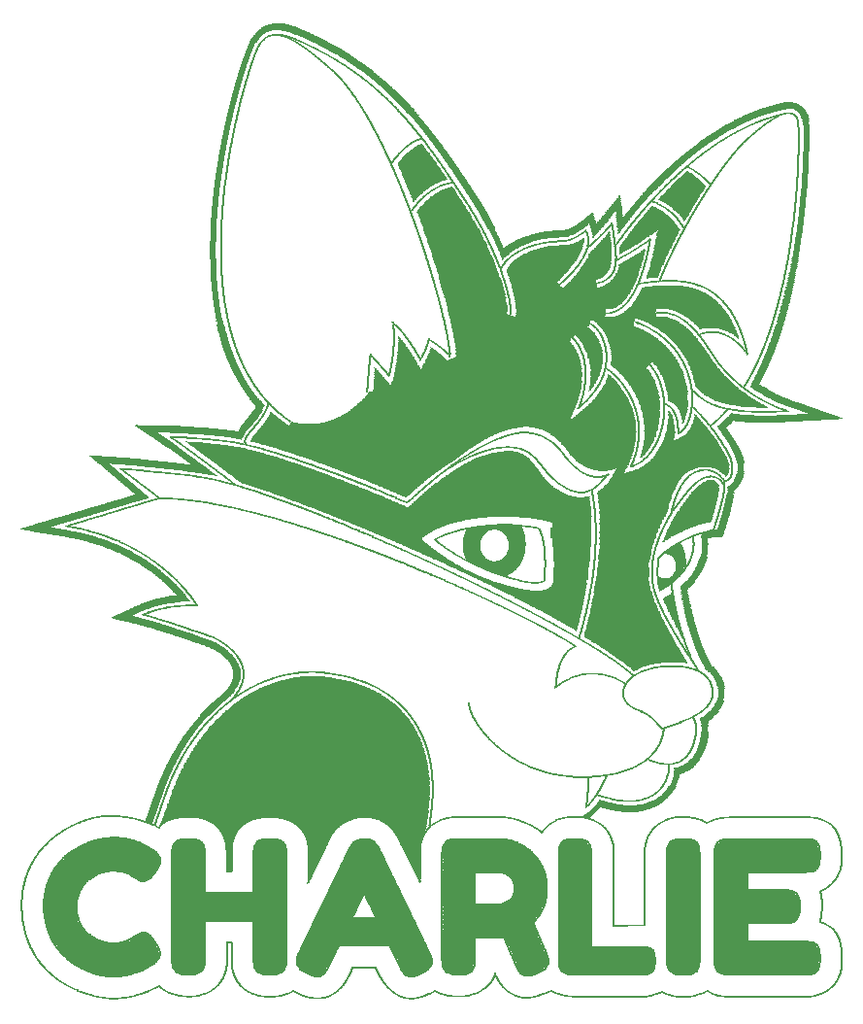
<source format=gts>
G75*
%MOIN*%
%OFA0B0*%
%FSLAX25Y25*%
%IPPOS*%
%LPD*%
%AMOC8*
5,1,8,0,0,1.08239X$1,22.5*
%
%ADD10R,0.04016X0.00118*%
%ADD11R,0.01063X0.00118*%
%ADD12R,0.01654X0.00118*%
%ADD13R,0.05906X0.00118*%
%ADD14R,0.02126X0.00118*%
%ADD15R,0.02480X0.00118*%
%ADD16R,0.07441X0.00118*%
%ADD17R,0.02717X0.00118*%
%ADD18R,0.03071X0.00118*%
%ADD19R,0.08622X0.00118*%
%ADD20R,0.03307X0.00118*%
%ADD21R,0.03661X0.00118*%
%ADD22R,0.09685X0.00118*%
%ADD23R,0.03780X0.00118*%
%ADD24R,0.04134X0.00118*%
%ADD25R,0.10630X0.00118*%
%ADD26R,0.04252X0.00118*%
%ADD27R,0.04488X0.00118*%
%ADD28R,0.25276X0.00118*%
%ADD29R,0.02598X0.00118*%
%ADD30R,0.27874X0.00118*%
%ADD31R,0.11575X0.00118*%
%ADD32R,0.03543X0.00118*%
%ADD33R,0.04606X0.00118*%
%ADD34R,0.04961X0.00118*%
%ADD35R,0.26811X0.00118*%
%ADD36R,0.29528X0.00118*%
%ADD37R,0.12402X0.00118*%
%ADD38R,0.04843X0.00118*%
%ADD39R,0.05079X0.00118*%
%ADD40R,0.05315X0.00118*%
%ADD41R,0.04724X0.00118*%
%ADD42R,0.27756X0.00118*%
%ADD43R,0.30709X0.00118*%
%ADD44R,0.13110X0.00118*%
%ADD45R,0.05787X0.00118*%
%ADD46R,0.05433X0.00118*%
%ADD47R,0.05669X0.00118*%
%ADD48R,0.28465X0.00118*%
%ADD49R,0.06142X0.00118*%
%ADD50R,0.31417X0.00118*%
%ADD51R,0.13937X0.00118*%
%ADD52R,0.06378X0.00118*%
%ADD53R,0.06496X0.00118*%
%ADD54R,0.06024X0.00118*%
%ADD55R,0.29055X0.00118*%
%ADD56R,0.06732X0.00118*%
%ADD57R,0.31890X0.00118*%
%ADD58R,0.14646X0.00118*%
%ADD59R,0.06969X0.00118*%
%ADD60R,0.07205X0.00118*%
%ADD61R,0.32362X0.00118*%
%ADD62R,0.15354X0.00118*%
%ADD63R,0.06614X0.00118*%
%ADD64R,0.06260X0.00118*%
%ADD65R,0.29882X0.00118*%
%ADD66R,0.07559X0.00118*%
%ADD67R,0.32717X0.00118*%
%ADD68R,0.16063X0.00118*%
%ADD69R,0.07795X0.00118*%
%ADD70R,0.06850X0.00118*%
%ADD71R,0.07913X0.00118*%
%ADD72R,0.30236X0.00118*%
%ADD73R,0.08031X0.00118*%
%ADD74R,0.33071X0.00118*%
%ADD75R,0.16535X0.00118*%
%ADD76R,0.08150X0.00118*%
%ADD77R,0.07087X0.00118*%
%ADD78R,0.30591X0.00118*%
%ADD79R,0.08268X0.00118*%
%ADD80R,0.33307X0.00118*%
%ADD81R,0.17244X0.00118*%
%ADD82R,0.08504X0.00118*%
%ADD83R,0.08386X0.00118*%
%ADD84R,0.33543X0.00118*%
%ADD85R,0.17835X0.00118*%
%ADD86R,0.08740X0.00118*%
%ADD87R,0.07677X0.00118*%
%ADD88R,0.30945X0.00118*%
%ADD89R,0.33780X0.00118*%
%ADD90R,0.18307X0.00118*%
%ADD91R,0.08976X0.00118*%
%ADD92R,0.08858X0.00118*%
%ADD93R,0.31181X0.00118*%
%ADD94R,0.34016X0.00118*%
%ADD95R,0.19016X0.00118*%
%ADD96R,0.09094X0.00118*%
%ADD97R,0.31299X0.00118*%
%ADD98R,0.09213X0.00118*%
%ADD99R,0.34134X0.00118*%
%ADD100R,0.19488X0.00118*%
%ADD101R,0.09331X0.00118*%
%ADD102R,0.34370X0.00118*%
%ADD103R,0.19961X0.00118*%
%ADD104R,0.09449X0.00118*%
%ADD105R,0.31535X0.00118*%
%ADD106R,0.20433X0.00118*%
%ADD107R,0.31654X0.00118*%
%ADD108R,0.09567X0.00118*%
%ADD109R,0.34606X0.00118*%
%ADD110R,0.20906X0.00118*%
%ADD111R,0.31772X0.00118*%
%ADD112R,0.21378X0.00118*%
%ADD113R,0.09803X0.00118*%
%ADD114R,0.34843X0.00118*%
%ADD115R,0.21850X0.00118*%
%ADD116R,0.09921X0.00118*%
%ADD117R,0.22205X0.00118*%
%ADD118R,0.34961X0.00118*%
%ADD119R,0.22677X0.00118*%
%ADD120R,0.10039X0.00118*%
%ADD121R,0.32008X0.00118*%
%ADD122R,0.35079X0.00118*%
%ADD123R,0.23150X0.00118*%
%ADD124R,0.10157X0.00118*%
%ADD125R,0.32126X0.00118*%
%ADD126R,0.23386X0.00118*%
%ADD127R,0.23858X0.00118*%
%ADD128R,0.10276X0.00118*%
%ADD129R,0.35315X0.00118*%
%ADD130R,0.24213X0.00118*%
%ADD131R,0.32244X0.00118*%
%ADD132R,0.10394X0.00118*%
%ADD133R,0.24685X0.00118*%
%ADD134R,0.25039X0.00118*%
%ADD135R,0.10512X0.00118*%
%ADD136R,0.25394X0.00118*%
%ADD137R,0.35433X0.00118*%
%ADD138R,0.25866X0.00118*%
%ADD139R,0.10748X0.00118*%
%ADD140R,0.26220X0.00118*%
%ADD141R,0.10866X0.00118*%
%ADD142R,0.35551X0.00118*%
%ADD143R,0.26575X0.00118*%
%ADD144R,0.10984X0.00118*%
%ADD145R,0.26929X0.00118*%
%ADD146R,0.32480X0.00118*%
%ADD147R,0.27283X0.00118*%
%ADD148R,0.27520X0.00118*%
%ADD149R,0.11102X0.00118*%
%ADD150R,0.11220X0.00118*%
%ADD151R,0.27992X0.00118*%
%ADD152R,0.35669X0.00118*%
%ADD153R,0.28228X0.00118*%
%ADD154R,0.11339X0.00118*%
%ADD155R,0.28819X0.00118*%
%ADD156R,0.11457X0.00118*%
%ADD157R,0.29291X0.00118*%
%ADD158R,0.29646X0.00118*%
%ADD159R,0.30118X0.00118*%
%ADD160R,0.30354X0.00118*%
%ADD161R,0.30827X0.00118*%
%ADD162R,0.11693X0.00118*%
%ADD163R,0.31063X0.00118*%
%ADD164R,0.11811X0.00118*%
%ADD165R,0.32598X0.00118*%
%ADD166R,0.32835X0.00118*%
%ADD167R,0.32953X0.00118*%
%ADD168R,0.33189X0.00118*%
%ADD169R,0.33425X0.00118*%
%ADD170R,0.33661X0.00118*%
%ADD171R,0.33898X0.00118*%
%ADD172R,0.35197X0.00118*%
%ADD173R,0.29764X0.00118*%
%ADD174R,0.34724X0.00118*%
%ADD175R,0.34252X0.00118*%
%ADD176R,0.34488X0.00118*%
%ADD177R,0.41339X0.00118*%
%ADD178R,0.18543X0.00118*%
%ADD179R,0.13228X0.00118*%
%ADD180R,0.41220X0.00118*%
%ADD181R,0.17717X0.00118*%
%ADD182R,0.12165X0.00118*%
%ADD183R,0.41102X0.00118*%
%ADD184R,0.17126X0.00118*%
%ADD185R,0.40984X0.00118*%
%ADD186R,0.16772X0.00118*%
%ADD187R,0.40866X0.00118*%
%ADD188R,0.16299X0.00118*%
%ADD189R,0.40748X0.00118*%
%ADD190R,0.40630X0.00118*%
%ADD191R,0.15827X0.00118*%
%ADD192R,0.40512X0.00118*%
%ADD193R,0.15591X0.00118*%
%ADD194R,0.40394X0.00118*%
%ADD195R,0.40276X0.00118*%
%ADD196R,0.15118X0.00118*%
%ADD197R,0.40157X0.00118*%
%ADD198R,0.15000X0.00118*%
%ADD199R,0.40039X0.00118*%
%ADD200R,0.39921X0.00118*%
%ADD201R,0.14528X0.00118*%
%ADD202R,0.39803X0.00118*%
%ADD203R,0.14409X0.00118*%
%ADD204R,0.39685X0.00118*%
%ADD205R,0.14291X0.00118*%
%ADD206R,0.39567X0.00118*%
%ADD207R,0.14173X0.00118*%
%ADD208R,0.39449X0.00118*%
%ADD209R,0.13819X0.00118*%
%ADD210R,0.39213X0.00118*%
%ADD211R,0.13701X0.00118*%
%ADD212R,0.05551X0.00118*%
%ADD213R,0.13583X0.00118*%
%ADD214R,0.38976X0.00118*%
%ADD215R,0.13465X0.00118*%
%ADD216R,0.13346X0.00118*%
%ADD217R,0.38740X0.00118*%
%ADD218R,0.04370X0.00118*%
%ADD219R,0.38504X0.00118*%
%ADD220R,0.19134X0.00118*%
%ADD221R,0.12992X0.00118*%
%ADD222R,0.12874X0.00118*%
%ADD223R,0.03189X0.00118*%
%ADD224R,0.38268X0.00118*%
%ADD225R,0.12756X0.00118*%
%ADD226R,0.02835X0.00118*%
%ADD227R,0.12638X0.00118*%
%ADD228R,0.02362X0.00118*%
%ADD229R,0.38150X0.00118*%
%ADD230R,0.01890X0.00118*%
%ADD231R,0.38031X0.00118*%
%ADD232R,0.12520X0.00118*%
%ADD233R,0.01299X0.00118*%
%ADD234R,0.37913X0.00118*%
%ADD235R,0.00354X0.00118*%
%ADD236R,0.37795X0.00118*%
%ADD237R,0.37677X0.00118*%
%ADD238R,0.12283X0.00118*%
%ADD239R,0.37559X0.00118*%
%ADD240R,0.37441X0.00118*%
%ADD241R,0.37323X0.00118*%
%ADD242R,0.37205X0.00118*%
%ADD243R,0.12047X0.00118*%
%ADD244R,0.37087X0.00118*%
%ADD245R,0.11929X0.00118*%
%ADD246R,0.36969X0.00118*%
%ADD247R,0.36850X0.00118*%
%ADD248R,0.36732X0.00118*%
%ADD249R,0.36614X0.00118*%
%ADD250R,0.36496X0.00118*%
%ADD251R,0.36378X0.00118*%
%ADD252R,0.36260X0.00118*%
%ADD253R,0.36142X0.00118*%
%ADD254R,0.35906X0.00118*%
%ADD255R,0.25630X0.00118*%
%ADD256R,0.27047X0.00118*%
%ADD257R,0.27165X0.00118*%
%ADD258R,0.27402X0.00118*%
%ADD259R,0.38622X0.00118*%
%ADD260R,0.27638X0.00118*%
%ADD261R,0.28110X0.00118*%
%ADD262R,0.28346X0.00118*%
%ADD263R,0.28583X0.00118*%
%ADD264R,0.28701X0.00118*%
%ADD265R,0.14882X0.00118*%
%ADD266R,0.26339X0.00118*%
%ADD267R,0.25984X0.00118*%
%ADD268R,0.23622X0.00118*%
%ADD269R,0.23504X0.00118*%
%ADD270R,0.23268X0.00118*%
%ADD271R,0.23031X0.00118*%
%ADD272R,0.22913X0.00118*%
%ADD273R,0.22795X0.00118*%
%ADD274R,0.22441X0.00118*%
%ADD275R,0.21969X0.00118*%
%ADD276R,0.21732X0.00118*%
%ADD277R,0.21496X0.00118*%
%ADD278R,0.21260X0.00118*%
%ADD279R,0.21024X0.00118*%
%ADD280R,0.20787X0.00118*%
%ADD281R,0.20551X0.00118*%
%ADD282R,0.20315X0.00118*%
%ADD283R,0.00118X0.00118*%
%ADD284R,0.20197X0.00118*%
%ADD285R,0.20079X0.00118*%
%ADD286R,0.00945X0.00118*%
%ADD287R,0.19843X0.00118*%
%ADD288R,0.19724X0.00118*%
%ADD289R,0.02244X0.00118*%
%ADD290R,0.19606X0.00118*%
%ADD291R,0.00236X0.00118*%
%ADD292R,0.19370X0.00118*%
%ADD293R,0.03898X0.00118*%
%ADD294R,0.00472X0.00118*%
%ADD295R,0.18898X0.00118*%
%ADD296R,0.00591X0.00118*%
%ADD297R,0.18661X0.00118*%
%ADD298R,0.00709X0.00118*%
%ADD299R,0.14055X0.00118*%
%ADD300R,0.18425X0.00118*%
%ADD301R,0.00827X0.00118*%
%ADD302R,0.18189X0.00118*%
%ADD303R,0.17953X0.00118*%
%ADD304R,0.07323X0.00118*%
%ADD305R,0.15236X0.00118*%
%ADD306R,0.01181X0.00118*%
%ADD307R,0.17480X0.00118*%
%ADD308R,0.01417X0.00118*%
%ADD309R,0.17008X0.00118*%
%ADD310R,0.16654X0.00118*%
%ADD311R,0.01535X0.00118*%
%ADD312R,0.16890X0.00118*%
%ADD313R,0.17362X0.00118*%
%ADD314R,0.18780X0.00118*%
%ADD315R,0.01772X0.00118*%
%ADD316R,0.16417X0.00118*%
%ADD317R,0.16181X0.00118*%
%ADD318R,0.02008X0.00118*%
%ADD319R,0.15945X0.00118*%
%ADD320R,0.02953X0.00118*%
%ADD321R,0.03425X0.00118*%
%ADD322R,0.30472X0.00118*%
%ADD323R,0.28937X0.00118*%
%ADD324R,0.30000X0.00118*%
%ADD325R,0.29409X0.00118*%
%ADD326R,0.26693X0.00118*%
%ADD327R,0.25748X0.00118*%
%ADD328R,0.25512X0.00118*%
%ADD329R,0.24567X0.00118*%
%ADD330R,0.05197X0.00118*%
%ADD331R,0.24331X0.00118*%
%ADD332R,0.22559X0.00118*%
%ADD333R,0.22087X0.00118*%
%ADD334R,0.21614X0.00118*%
%ADD335R,0.26102X0.00118*%
%ADD336R,0.19252X0.00118*%
%ADD337R,0.25157X0.00118*%
%ADD338R,0.24921X0.00118*%
%ADD339R,0.17598X0.00118*%
%ADD340R,0.24094X0.00118*%
%ADD341R,0.23740X0.00118*%
%ADD342R,0.21142X0.00118*%
%ADD343R,0.15709X0.00118*%
%ADD344R,0.22323X0.00118*%
%ADD345R,0.18071X0.00118*%
%ADD346R,0.80669X0.00118*%
%ADD347R,0.90709X0.00118*%
%ADD348R,0.90591X0.00118*%
%ADD349R,0.90472X0.00118*%
%ADD350R,0.90354X0.00118*%
%ADD351R,0.90236X0.00118*%
%ADD352R,0.90118X0.00118*%
%ADD353R,0.90000X0.00118*%
%ADD354R,0.89882X0.00118*%
%ADD355R,0.89764X0.00118*%
%ADD356R,0.89646X0.00118*%
%ADD357R,0.89528X0.00118*%
%ADD358R,0.89409X0.00118*%
%ADD359R,0.89291X0.00118*%
%ADD360R,0.89173X0.00118*%
%ADD361R,0.89055X0.00118*%
%ADD362R,0.88937X0.00118*%
%ADD363R,0.88819X0.00118*%
%ADD364R,0.88701X0.00118*%
%ADD365R,0.88583X0.00118*%
%ADD366R,0.88465X0.00118*%
%ADD367R,0.88346X0.00118*%
%ADD368R,0.88228X0.00118*%
%ADD369R,0.88110X0.00118*%
%ADD370R,0.87992X0.00118*%
%ADD371R,0.87874X0.00118*%
%ADD372R,0.87756X0.00118*%
%ADD373R,0.87638X0.00118*%
%ADD374R,0.87520X0.00118*%
%ADD375R,0.87283X0.00118*%
%ADD376R,0.87165X0.00118*%
%ADD377R,0.87047X0.00118*%
%ADD378R,0.86929X0.00118*%
%ADD379R,0.86811X0.00118*%
%ADD380R,0.86693X0.00118*%
%ADD381R,0.86575X0.00118*%
%ADD382R,0.86457X0.00118*%
%ADD383R,0.86339X0.00118*%
%ADD384R,0.86220X0.00118*%
%ADD385R,0.86102X0.00118*%
%ADD386R,0.85984X0.00118*%
%ADD387R,0.85866X0.00118*%
%ADD388R,0.85630X0.00118*%
%ADD389R,0.85512X0.00118*%
%ADD390R,0.85394X0.00118*%
%ADD391R,0.85276X0.00118*%
%ADD392R,0.85157X0.00118*%
%ADD393R,0.85039X0.00118*%
%ADD394R,0.84921X0.00118*%
%ADD395R,0.84803X0.00118*%
%ADD396R,0.84685X0.00118*%
%ADD397R,0.84449X0.00118*%
%ADD398R,0.84331X0.00118*%
%ADD399R,0.84213X0.00118*%
%ADD400R,0.84094X0.00118*%
%ADD401R,0.83976X0.00118*%
%ADD402R,0.83858X0.00118*%
%ADD403R,0.83740X0.00118*%
%ADD404R,0.83622X0.00118*%
%ADD405R,0.83504X0.00118*%
%ADD406R,0.83386X0.00118*%
%ADD407R,0.83268X0.00118*%
%ADD408R,0.83150X0.00118*%
%ADD409R,0.83031X0.00118*%
%ADD410R,0.82913X0.00118*%
%ADD411R,0.82795X0.00118*%
%ADD412R,0.82559X0.00118*%
%ADD413R,0.82441X0.00118*%
%ADD414R,0.82323X0.00118*%
%ADD415R,0.82087X0.00118*%
%ADD416R,0.81969X0.00118*%
%ADD417R,0.81732X0.00118*%
%ADD418R,0.81614X0.00118*%
%ADD419R,0.81496X0.00118*%
%ADD420R,0.81378X0.00118*%
%ADD421R,0.81260X0.00118*%
%ADD422R,0.81142X0.00118*%
%ADD423R,0.80906X0.00118*%
%ADD424R,0.80787X0.00118*%
%ADD425R,0.80551X0.00118*%
%ADD426R,0.80433X0.00118*%
%ADD427R,0.80315X0.00118*%
%ADD428R,0.80079X0.00118*%
%ADD429R,0.79961X0.00118*%
%ADD430R,0.79843X0.00118*%
%ADD431R,0.79724X0.00118*%
%ADD432R,0.79606X0.00118*%
%ADD433R,0.79488X0.00118*%
%ADD434R,0.79370X0.00118*%
%ADD435R,0.79252X0.00118*%
%ADD436R,0.79016X0.00118*%
%ADD437R,0.78898X0.00118*%
%ADD438R,0.78661X0.00118*%
%ADD439R,0.78543X0.00118*%
%ADD440R,0.78307X0.00118*%
%ADD441R,0.78189X0.00118*%
%ADD442R,0.77953X0.00118*%
%ADD443R,0.77835X0.00118*%
%ADD444R,0.77598X0.00118*%
%ADD445R,0.77480X0.00118*%
%ADD446R,0.77362X0.00118*%
%ADD447R,0.77244X0.00118*%
%ADD448R,0.77126X0.00118*%
%ADD449R,0.77008X0.00118*%
%ADD450R,0.76890X0.00118*%
%ADD451R,0.76772X0.00118*%
%ADD452R,0.76654X0.00118*%
%ADD453R,0.76535X0.00118*%
%ADD454R,0.76299X0.00118*%
%ADD455R,0.76181X0.00118*%
%ADD456R,0.75945X0.00118*%
%ADD457R,0.75827X0.00118*%
%ADD458R,0.75709X0.00118*%
%ADD459R,0.75591X0.00118*%
%ADD460R,0.75354X0.00118*%
%ADD461R,0.75236X0.00118*%
%ADD462R,0.75000X0.00118*%
%ADD463R,0.74882X0.00118*%
%ADD464R,0.74646X0.00118*%
%ADD465R,0.74409X0.00118*%
%ADD466R,0.74291X0.00118*%
%ADD467R,0.74055X0.00118*%
%ADD468R,0.73937X0.00118*%
%ADD469R,0.73819X0.00118*%
%ADD470R,0.73701X0.00118*%
%ADD471R,0.73465X0.00118*%
%ADD472R,0.73346X0.00118*%
%ADD473R,0.73228X0.00118*%
%ADD474R,0.73110X0.00118*%
%ADD475R,0.72874X0.00118*%
%ADD476R,0.72756X0.00118*%
%ADD477R,0.72520X0.00118*%
%ADD478R,0.72283X0.00118*%
%ADD479R,0.72165X0.00118*%
%ADD480R,0.71929X0.00118*%
%ADD481R,0.71811X0.00118*%
%ADD482R,0.71575X0.00118*%
%ADD483R,0.71339X0.00118*%
%ADD484R,0.71220X0.00118*%
%ADD485R,0.70984X0.00118*%
%ADD486R,0.70748X0.00118*%
%ADD487R,0.70630X0.00118*%
%ADD488R,0.70394X0.00118*%
%ADD489R,0.70157X0.00118*%
%ADD490R,0.69921X0.00118*%
%ADD491R,0.69803X0.00118*%
%ADD492R,0.69567X0.00118*%
%ADD493R,0.69449X0.00118*%
%ADD494R,0.69213X0.00118*%
%ADD495R,0.68976X0.00118*%
%ADD496R,0.68858X0.00118*%
%ADD497R,0.68740X0.00118*%
%ADD498R,0.68504X0.00118*%
%ADD499R,0.68386X0.00118*%
%ADD500R,0.68150X0.00118*%
%ADD501R,0.68031X0.00118*%
%ADD502R,0.67795X0.00118*%
%ADD503R,0.67559X0.00118*%
%ADD504R,0.67323X0.00118*%
%ADD505R,0.67205X0.00118*%
%ADD506R,0.66969X0.00118*%
%ADD507R,0.66732X0.00118*%
%ADD508R,0.66614X0.00118*%
%ADD509R,0.66378X0.00118*%
%ADD510R,0.66142X0.00118*%
%ADD511R,0.65906X0.00118*%
%ADD512R,0.65787X0.00118*%
%ADD513R,0.65551X0.00118*%
%ADD514R,0.65315X0.00118*%
%ADD515R,0.65079X0.00118*%
%ADD516R,0.64961X0.00118*%
%ADD517R,0.64724X0.00118*%
%ADD518R,0.64488X0.00118*%
%ADD519R,0.64252X0.00118*%
%ADD520R,0.64134X0.00118*%
%ADD521R,0.63898X0.00118*%
%ADD522R,0.63661X0.00118*%
%ADD523R,0.63425X0.00118*%
%ADD524R,0.63189X0.00118*%
%ADD525R,0.62953X0.00118*%
%ADD526R,0.62835X0.00118*%
%ADD527R,0.62598X0.00118*%
%ADD528R,0.62362X0.00118*%
%ADD529R,0.62126X0.00118*%
%ADD530R,0.61772X0.00118*%
%ADD531R,0.61535X0.00118*%
%ADD532R,0.61299X0.00118*%
%ADD533R,0.61063X0.00118*%
%ADD534R,0.60945X0.00118*%
%ADD535R,0.60709X0.00118*%
%ADD536R,0.60472X0.00118*%
%ADD537R,0.60236X0.00118*%
%ADD538R,0.59882X0.00118*%
%ADD539R,0.59646X0.00118*%
%ADD540R,0.59409X0.00118*%
%ADD541R,0.59173X0.00118*%
%ADD542R,0.58937X0.00118*%
%ADD543R,0.58583X0.00118*%
%ADD544R,0.58346X0.00118*%
%ADD545R,0.58110X0.00118*%
%ADD546R,0.57874X0.00118*%
%ADD547R,0.57638X0.00118*%
%ADD548R,0.57283X0.00118*%
%ADD549R,0.57047X0.00118*%
%ADD550R,0.56693X0.00118*%
%ADD551R,0.56457X0.00118*%
%ADD552R,0.56102X0.00118*%
%ADD553R,0.55866X0.00118*%
%ADD554R,0.55630X0.00118*%
%ADD555R,0.55276X0.00118*%
%ADD556R,0.55039X0.00118*%
%ADD557R,0.54685X0.00118*%
%ADD558R,0.54331X0.00118*%
%ADD559R,0.54094X0.00118*%
%ADD560R,0.53858X0.00118*%
%ADD561R,0.53504X0.00118*%
%ADD562R,0.53150X0.00118*%
%ADD563R,0.52913X0.00118*%
%ADD564R,0.52559X0.00118*%
%ADD565R,0.52323X0.00118*%
%ADD566R,0.51850X0.00118*%
%ADD567R,0.51614X0.00118*%
%ADD568R,0.51260X0.00118*%
%ADD569R,0.50906X0.00118*%
%ADD570R,0.50551X0.00118*%
%ADD571R,0.50197X0.00118*%
%ADD572R,0.49843X0.00118*%
%ADD573R,0.49606X0.00118*%
%ADD574R,0.49134X0.00118*%
%ADD575R,0.48898X0.00118*%
%ADD576R,0.48425X0.00118*%
%ADD577R,0.48189X0.00118*%
%ADD578R,0.47717X0.00118*%
%ADD579R,0.47480X0.00118*%
%ADD580R,0.47008X0.00118*%
%ADD581R,0.46535X0.00118*%
%ADD582R,0.46299X0.00118*%
%ADD583R,0.45827X0.00118*%
%ADD584R,0.45472X0.00118*%
%ADD585R,0.45118X0.00118*%
%ADD586R,0.44646X0.00118*%
%ADD587R,0.44173X0.00118*%
%ADD588R,0.43819X0.00118*%
%ADD589R,0.43465X0.00118*%
%ADD590R,0.42992X0.00118*%
%ADD591R,0.42520X0.00118*%
%ADD592R,0.42047X0.00118*%
%ADD593R,0.41575X0.00118*%
%ADD594R,0.35787X0.00118*%
%ADD595R,0.20669X0.00118*%
%ADD596R,0.23976X0.00118*%
%ADD597R,0.24449X0.00118*%
%ADD598R,0.29173X0.00118*%
%ADD599R,0.26457X0.00118*%
%ADD600R,0.24803X0.00118*%
%ADD601R,0.14764X0.00118*%
%ADD602R,0.15472X0.00118*%
%ADD603R,0.41693X0.00118*%
%ADD604R,0.44409X0.00118*%
%ADD605R,0.45591X0.00118*%
%ADD606R,0.47835X0.00118*%
%ADD607R,0.52205X0.00118*%
%ADD608R,0.54567X0.00118*%
%ADD609R,0.90827X0.00118*%
%ADD610R,0.91181X0.00118*%
%ADD611R,0.91417X0.00118*%
%ADD612R,0.91772X0.00118*%
%ADD613R,0.92008X0.00118*%
%ADD614R,0.92362X0.00118*%
%ADD615R,0.92598X0.00118*%
%ADD616R,0.92953X0.00118*%
%ADD617R,0.93189X0.00118*%
%ADD618R,0.93425X0.00118*%
%ADD619R,0.93780X0.00118*%
%ADD620R,0.94016X0.00118*%
%ADD621R,0.94370X0.00118*%
%ADD622R,0.94606X0.00118*%
%ADD623R,0.94961X0.00118*%
%ADD624R,0.95315X0.00118*%
%ADD625R,0.62480X0.00118*%
%ADD626R,0.62244X0.00118*%
%ADD627R,0.61890X0.00118*%
%ADD628R,0.61654X0.00118*%
%ADD629R,0.61181X0.00118*%
%ADD630R,0.60827X0.00118*%
%ADD631R,0.60354X0.00118*%
%ADD632R,0.60118X0.00118*%
%ADD633R,0.60000X0.00118*%
%ADD634R,0.59764X0.00118*%
%ADD635R,0.59055X0.00118*%
%ADD636R,0.58819X0.00118*%
%ADD637R,0.58701X0.00118*%
%ADD638R,0.53976X0.00118*%
%ADD639R,0.52441X0.00118*%
%ADD640R,0.51732X0.00118*%
%ADD641R,0.50787X0.00118*%
%ADD642R,0.50315X0.00118*%
%ADD643R,0.49961X0.00118*%
%ADD644R,0.49488X0.00118*%
%ADD645R,0.48661X0.00118*%
%ADD646R,0.48307X0.00118*%
%ADD647R,0.47598X0.00118*%
%ADD648R,0.47244X0.00118*%
%ADD649R,0.46890X0.00118*%
%ADD650R,0.46417X0.00118*%
%ADD651R,0.46063X0.00118*%
%ADD652R,0.44764X0.00118*%
%ADD653R,0.43583X0.00118*%
%ADD654R,0.43110X0.00118*%
%ADD655R,0.42874X0.00118*%
%ADD656R,0.42638X0.00118*%
%ADD657R,0.42283X0.00118*%
%ADD658R,0.41929X0.00118*%
%ADD659R,0.39331X0.00118*%
%ADD660R,0.39094X0.00118*%
%ADD661R,0.36024X0.00118*%
%ADD662R,0.44055X0.00118*%
%ADD663R,0.44528X0.00118*%
%ADD664R,0.47126X0.00118*%
%ADD665R,0.49724X0.00118*%
%ADD666R,0.50669X0.00118*%
%ADD667R,0.52087X0.00118*%
%ADD668R,0.53622X0.00118*%
%ADD669R,0.55157X0.00118*%
%ADD670R,0.56220X0.00118*%
%ADD671R,0.57165X0.00118*%
%ADD672R,0.57756X0.00118*%
%ADD673R,0.58228X0.00118*%
%ADD674R,0.59291X0.00118*%
%ADD675R,0.63543X0.00118*%
%ADD676R,0.64016X0.00118*%
%ADD677R,0.64606X0.00118*%
%ADD678R,0.65197X0.00118*%
%ADD679R,0.65669X0.00118*%
%ADD680R,0.66260X0.00118*%
%ADD681R,0.67441X0.00118*%
%ADD682R,0.67913X0.00118*%
%ADD683R,0.69094X0.00118*%
%ADD684R,0.69685X0.00118*%
%ADD685R,0.70276X0.00118*%
%ADD686R,0.70866X0.00118*%
%ADD687R,0.71457X0.00118*%
%ADD688R,0.72047X0.00118*%
%ADD689R,0.74528X0.00118*%
%ADD690R,0.75118X0.00118*%
%ADD691R,0.76417X0.00118*%
%ADD692R,0.78425X0.00118*%
%ADD693R,0.79134X0.00118*%
%ADD694R,0.80197X0.00118*%
%ADD695R,0.81850X0.00118*%
%ADD696R,0.82205X0.00118*%
%ADD697R,0.82677X0.00118*%
%ADD698R,1.28504X0.00118*%
%ADD699R,1.28386X0.00118*%
%ADD700R,1.18937X0.00118*%
%ADD701R,1.18819X0.00118*%
%ADD702R,1.18701X0.00118*%
%ADD703R,1.18583X0.00118*%
%ADD704R,1.09843X0.00118*%
%ADD705R,1.08898X0.00118*%
%ADD706R,1.08189X0.00118*%
%ADD707R,1.07480X0.00118*%
%ADD708R,1.07008X0.00118*%
%ADD709R,1.06417X0.00118*%
%ADD710R,1.05945X0.00118*%
%ADD711R,1.05472X0.00118*%
%ADD712R,1.05118X0.00118*%
%ADD713R,1.04764X0.00118*%
%ADD714R,1.04409X0.00118*%
%ADD715R,0.81024X0.00118*%
%ADD716R,0.38858X0.00118*%
%ADD717R,0.38386X0.00118*%
%ADD718R,0.78071X0.00118*%
%ADD719R,0.76063X0.00118*%
%ADD720R,0.75472X0.00118*%
%ADD721R,0.74173X0.00118*%
%ADD722R,0.73583X0.00118*%
%ADD723R,0.72992X0.00118*%
%ADD724R,0.72638X0.00118*%
%ADD725R,0.72402X0.00118*%
%ADD726R,0.71102X0.00118*%
%ADD727R,0.64843X0.00118*%
%ADD728R,0.64370X0.00118*%
%ADD729R,0.54921X0.00118*%
%ADD730R,0.54803X0.00118*%
%ADD731R,0.54449X0.00118*%
%ADD732R,0.54213X0.00118*%
%ADD733R,0.53740X0.00118*%
%ADD734R,0.53386X0.00118*%
%ADD735R,0.44882X0.00118*%
%ADD736R,0.43937X0.00118*%
%ADD737R,0.43701X0.00118*%
%ADD738R,0.43346X0.00118*%
%ADD739R,0.42756X0.00118*%
%ADD740R,0.42165X0.00118*%
%ADD741R,0.41811X0.00118*%
%ADD742R,0.41457X0.00118*%
%ADD743R,0.48543X0.00118*%
%ADD744R,0.48071X0.00118*%
%ADD745R,0.47953X0.00118*%
%ADD746R,0.47362X0.00118*%
%ADD747R,0.46772X0.00118*%
%ADD748R,0.46654X0.00118*%
%ADD749R,0.63780X0.00118*%
%ADD750R,0.74764X0.00118*%
%ADD751R,0.00118X0.01535*%
D10*
X0050657Y0045032D03*
X0060579Y0058379D03*
X0047232Y0091804D03*
X0069437Y0099009D03*
X0090106Y0093458D03*
X0119516Y0086017D03*
X0119516Y0085899D03*
X0136642Y0091686D03*
X0153531Y0086017D03*
X0153531Y0085899D03*
X0152823Y0044796D03*
X0214949Y0148615D03*
X0244949Y0114836D03*
X0248020Y0116962D03*
X0248138Y0117080D03*
X0237272Y0104678D03*
X0237035Y0104560D03*
X0180106Y0179678D03*
X0234791Y0230466D03*
X0234791Y0230584D03*
X0234791Y0230702D03*
X0245657Y0240269D03*
X0245657Y0240387D03*
X0251209Y0234009D03*
X0255343Y0214284D03*
X0242350Y0196686D03*
X0243650Y0191371D03*
X0273059Y0239914D03*
X0236917Y0283025D03*
X0235972Y0286095D03*
X0236091Y0286450D03*
X0236209Y0286686D03*
X0236209Y0286804D03*
X0236327Y0286922D03*
X0236327Y0287040D03*
X0236327Y0287158D03*
X0236445Y0287395D03*
X0225224Y0303812D03*
X0219319Y0296135D03*
X0216248Y0301568D03*
X0213768Y0304166D03*
X0210343Y0301804D03*
X0210224Y0301686D03*
X0209752Y0295780D03*
X0222980Y0308418D03*
X0236209Y0307473D03*
X0246248Y0306529D03*
X0256406Y0332749D03*
X0256760Y0332985D03*
X0257114Y0333221D03*
X0257350Y0333340D03*
X0257469Y0333458D03*
X0257705Y0333576D03*
X0258059Y0333812D03*
X0258650Y0334166D03*
X0216130Y0253969D03*
X0216130Y0253851D03*
X0216130Y0253733D03*
X0216130Y0253615D03*
X0216130Y0253497D03*
X0154358Y0313261D03*
X0134043Y0357788D03*
X0133689Y0358025D03*
X0133335Y0358261D03*
X0133217Y0358379D03*
X0132980Y0358497D03*
X0132862Y0358615D03*
X0132626Y0358733D03*
X0132508Y0358851D03*
X0132272Y0358969D03*
X0150106Y0259166D03*
X0141957Y0249245D03*
X0082665Y0228930D03*
X0068610Y0227749D03*
X0068256Y0227985D03*
X0068138Y0228103D03*
X0067902Y0228221D03*
X0067783Y0228340D03*
X0067429Y0228576D03*
X0067075Y0228812D03*
X0066720Y0229048D03*
X0066366Y0229284D03*
X0066012Y0229521D03*
X0065657Y0229757D03*
X0065303Y0229993D03*
X0064949Y0230229D03*
X0064594Y0230466D03*
X0064240Y0230702D03*
X0063886Y0230938D03*
X0063531Y0231174D03*
X0061287Y0218064D03*
X0059988Y0218182D03*
X0058689Y0218300D03*
X0054791Y0218654D03*
X0061524Y0186056D03*
X0061642Y0185938D03*
X0061878Y0185820D03*
X0061996Y0185702D03*
X0062232Y0185584D03*
X0062350Y0185466D03*
X0087035Y0156765D03*
X0087390Y0156529D03*
D11*
X0084378Y0161017D03*
X0083079Y0161489D03*
X0062646Y0169521D03*
X0062055Y0169284D03*
X0061701Y0169166D03*
X0061465Y0169048D03*
X0061110Y0168930D03*
X0060874Y0168812D03*
X0052016Y0193969D03*
X0051425Y0194206D03*
X0051189Y0194324D03*
X0050598Y0194560D03*
X0050008Y0194796D03*
X0049417Y0195032D03*
X0049063Y0195151D03*
X0048827Y0195269D03*
X0048472Y0195387D03*
X0100795Y0145190D03*
X0101622Y0145544D03*
X0102213Y0145780D03*
X0102449Y0145899D03*
X0102803Y0146017D03*
X0103394Y0146253D03*
X0103748Y0146371D03*
X0135992Y0145780D03*
X0136346Y0145662D03*
X0136583Y0145544D03*
X0136937Y0145426D03*
X0137173Y0145308D03*
X0137528Y0145190D03*
X0137764Y0145072D03*
X0164811Y0180151D03*
X0165638Y0179796D03*
X0166465Y0179442D03*
X0167528Y0178969D03*
X0168591Y0178497D03*
X0169654Y0178025D03*
X0170717Y0177552D03*
X0177094Y0184757D03*
X0177331Y0184639D03*
X0177921Y0184403D03*
X0178512Y0184166D03*
X0178748Y0184048D03*
X0179102Y0183930D03*
X0179339Y0183812D03*
X0179693Y0183694D03*
X0180283Y0183458D03*
X0180638Y0183340D03*
X0181228Y0183103D03*
X0181583Y0182985D03*
X0183000Y0187119D03*
X0179457Y0187119D03*
X0176268Y0185111D03*
X0171661Y0187355D03*
X0163748Y0180623D03*
X0162921Y0180977D03*
X0162094Y0181332D03*
X0161268Y0181686D03*
X0160441Y0182040D03*
X0159850Y0182277D03*
X0159614Y0182395D03*
X0159024Y0182631D03*
X0158787Y0182749D03*
X0158197Y0182985D03*
X0157606Y0183221D03*
X0157370Y0183340D03*
X0156780Y0183576D03*
X0156543Y0183694D03*
X0155953Y0183930D03*
X0155362Y0184166D03*
X0155126Y0184284D03*
X0154772Y0184403D03*
X0154535Y0184521D03*
X0153945Y0184757D03*
X0153354Y0184993D03*
X0153118Y0185111D03*
X0152764Y0185229D03*
X0152528Y0185347D03*
X0152173Y0185466D03*
X0151937Y0185584D03*
X0151346Y0185820D03*
X0150756Y0186056D03*
X0150165Y0186292D03*
X0149929Y0186410D03*
X0149575Y0186529D03*
X0149339Y0186647D03*
X0148984Y0186765D03*
X0148748Y0186883D03*
X0148394Y0187001D03*
X0148157Y0187119D03*
X0147803Y0187237D03*
X0147567Y0187355D03*
X0147213Y0187473D03*
X0146976Y0187591D03*
X0146622Y0187710D03*
X0146386Y0187828D03*
X0146031Y0187946D03*
X0145677Y0188064D03*
X0145441Y0188182D03*
X0145087Y0188300D03*
X0144850Y0188418D03*
X0144496Y0188536D03*
X0144260Y0188654D03*
X0143906Y0188773D03*
X0143669Y0188891D03*
X0143315Y0189009D03*
X0142961Y0189127D03*
X0142724Y0189245D03*
X0142370Y0189363D03*
X0142134Y0189481D03*
X0141780Y0189599D03*
X0141189Y0189836D03*
X0140835Y0189954D03*
X0140244Y0190190D03*
X0139654Y0190426D03*
X0139299Y0190544D03*
X0138709Y0190780D03*
X0138354Y0190899D03*
X0137764Y0191135D03*
X0137409Y0191253D03*
X0136819Y0191489D03*
X0136465Y0191607D03*
X0135874Y0191843D03*
X0135520Y0191962D03*
X0134575Y0192316D03*
X0133276Y0192788D03*
X0131976Y0193261D03*
X0130677Y0193733D03*
X0130323Y0193851D03*
X0128669Y0194442D03*
X0130913Y0199048D03*
X0130677Y0199166D03*
X0130087Y0199403D03*
X0129496Y0199639D03*
X0129260Y0199757D03*
X0128669Y0199993D03*
X0128079Y0200229D03*
X0127488Y0200466D03*
X0127252Y0200584D03*
X0126898Y0200702D03*
X0126661Y0200820D03*
X0126307Y0200938D03*
X0126071Y0201056D03*
X0125480Y0201292D03*
X0124890Y0201529D03*
X0124299Y0201765D03*
X0123709Y0202001D03*
X0123118Y0202237D03*
X0122528Y0202473D03*
X0121937Y0202710D03*
X0121346Y0202946D03*
X0120992Y0203064D03*
X0120756Y0203182D03*
X0120402Y0203300D03*
X0120165Y0203418D03*
X0119811Y0203536D03*
X0119575Y0203654D03*
X0119220Y0203773D03*
X0118984Y0203891D03*
X0118630Y0204009D03*
X0118276Y0204127D03*
X0118039Y0204245D03*
X0117685Y0204363D03*
X0117449Y0204481D03*
X0117094Y0204599D03*
X0116504Y0204836D03*
X0116150Y0204954D03*
X0115913Y0205072D03*
X0115559Y0205190D03*
X0114969Y0205426D03*
X0114614Y0205544D03*
X0114024Y0205780D03*
X0113669Y0205899D03*
X0113433Y0206017D03*
X0113079Y0206135D03*
X0112724Y0206253D03*
X0112134Y0206489D03*
X0111780Y0206607D03*
X0111189Y0206843D03*
X0110835Y0206962D03*
X0110244Y0207198D03*
X0109890Y0207316D03*
X0108945Y0207670D03*
X0108591Y0207788D03*
X0107291Y0208261D03*
X0106937Y0208379D03*
X0105283Y0208969D03*
X0118276Y0220190D03*
X0120283Y0219481D03*
X0121583Y0219009D03*
X0122882Y0218536D03*
X0123827Y0218182D03*
X0124181Y0218064D03*
X0125126Y0217710D03*
X0126071Y0217355D03*
X0126425Y0217237D03*
X0127016Y0217001D03*
X0127370Y0216883D03*
X0127606Y0216765D03*
X0127961Y0216647D03*
X0128551Y0216410D03*
X0128906Y0216292D03*
X0129496Y0216056D03*
X0129850Y0215938D03*
X0130087Y0215820D03*
X0130441Y0215702D03*
X0131031Y0215466D03*
X0131386Y0215347D03*
X0131622Y0215229D03*
X0131976Y0215111D03*
X0132213Y0214993D03*
X0132567Y0214875D03*
X0133157Y0214639D03*
X0133512Y0214521D03*
X0133748Y0214403D03*
X0134102Y0214284D03*
X0134339Y0214166D03*
X0134693Y0214048D03*
X0134929Y0213930D03*
X0135283Y0213812D03*
X0135520Y0213694D03*
X0135874Y0213576D03*
X0136110Y0213458D03*
X0136465Y0213340D03*
X0136701Y0213221D03*
X0137055Y0213103D03*
X0137291Y0212985D03*
X0137646Y0212867D03*
X0137882Y0212749D03*
X0138236Y0212631D03*
X0138472Y0212513D03*
X0138827Y0212395D03*
X0139063Y0212277D03*
X0139417Y0212158D03*
X0139654Y0212040D03*
X0140008Y0211922D03*
X0140244Y0211804D03*
X0140835Y0211568D03*
X0141425Y0211332D03*
X0142016Y0211095D03*
X0142252Y0210977D03*
X0142843Y0210741D03*
X0143433Y0210505D03*
X0144024Y0210269D03*
X0144260Y0210151D03*
X0144850Y0209914D03*
X0145441Y0209678D03*
X0145677Y0209560D03*
X0146268Y0209324D03*
X0146504Y0209206D03*
X0147094Y0208969D03*
X0147921Y0208615D03*
X0148748Y0208261D03*
X0149575Y0207906D03*
X0150402Y0207552D03*
X0142606Y0194088D03*
X0141780Y0194442D03*
X0140953Y0194796D03*
X0140126Y0195151D03*
X0139890Y0195269D03*
X0139063Y0195623D03*
X0138236Y0195977D03*
X0137409Y0196332D03*
X0136819Y0196568D03*
X0136583Y0196686D03*
X0135992Y0196922D03*
X0135756Y0197040D03*
X0135165Y0197277D03*
X0134339Y0197631D03*
X0133748Y0197867D03*
X0133512Y0197985D03*
X0132921Y0198221D03*
X0132094Y0198576D03*
X0131504Y0198812D03*
X0143669Y0193615D03*
X0144496Y0193261D03*
X0145559Y0192788D03*
X0146622Y0192316D03*
X0147685Y0191843D03*
X0148748Y0191371D03*
X0149811Y0190899D03*
X0150874Y0190426D03*
X0162803Y0195505D03*
X0163630Y0195859D03*
X0164220Y0196095D03*
X0164575Y0196214D03*
X0179457Y0197749D03*
X0183000Y0197749D03*
X0197646Y0180032D03*
X0210047Y0160780D03*
X0208394Y0147316D03*
X0207803Y0147080D03*
X0221622Y0147316D03*
X0221976Y0147198D03*
X0222213Y0147080D03*
X0222567Y0146962D03*
X0226228Y0145190D03*
X0229299Y0149678D03*
X0231898Y0149206D03*
X0232134Y0149324D03*
X0232488Y0149442D03*
X0230480Y0135977D03*
X0231307Y0135623D03*
X0231898Y0135387D03*
X0232134Y0135269D03*
X0238984Y0129481D03*
X0241819Y0130544D03*
X0243118Y0131017D03*
X0243472Y0131135D03*
X0244063Y0131371D03*
X0244417Y0131489D03*
X0244654Y0131607D03*
X0245008Y0131725D03*
X0245244Y0131843D03*
X0245598Y0131962D03*
X0245835Y0132080D03*
X0246425Y0132316D03*
X0247488Y0132788D03*
X0244181Y0118025D03*
X0235441Y0118497D03*
X0235087Y0118615D03*
X0234850Y0118733D03*
X0228354Y0116017D03*
X0228118Y0115899D03*
X0227764Y0115780D03*
X0227528Y0115662D03*
X0227173Y0115544D03*
X0233787Y0105859D03*
X0240047Y0098182D03*
X0240638Y0098418D03*
X0241819Y0090741D03*
X0250441Y0090623D03*
X0252567Y0098064D03*
X0252331Y0098182D03*
X0251976Y0098300D03*
X0255638Y0097946D03*
X0255992Y0098064D03*
X0258236Y0090741D03*
X0258118Y0090623D03*
X0284693Y0073143D03*
X0284457Y0063694D03*
X0291661Y0055544D03*
X0294378Y0062749D03*
X0294142Y0062867D03*
X0293787Y0062985D03*
X0291543Y0046095D03*
X0293433Y0038654D03*
X0258118Y0046332D03*
X0256465Y0038536D03*
X0256819Y0038418D03*
X0252685Y0038891D03*
X0252094Y0038654D03*
X0250323Y0046214D03*
X0250441Y0046332D03*
X0241819Y0046332D03*
X0235205Y0046095D03*
X0238157Y0039009D03*
X0238748Y0039245D03*
X0239811Y0038773D03*
X0240402Y0038536D03*
X0235323Y0053773D03*
X0235205Y0053891D03*
X0213236Y0090623D03*
X0213118Y0090741D03*
X0215126Y0098182D03*
X0214890Y0098300D03*
X0214535Y0098418D03*
X0213354Y0099127D03*
X0213118Y0103261D03*
X0217134Y0106686D03*
X0202843Y0098300D03*
X0197409Y0094284D03*
X0192094Y0097237D03*
X0191504Y0097473D03*
X0191268Y0097591D03*
X0190913Y0097710D03*
X0190323Y0097946D03*
X0192331Y0088497D03*
X0192449Y0088379D03*
X0192685Y0088261D03*
X0192803Y0088143D03*
X0193157Y0087906D03*
X0193276Y0087788D03*
X0193630Y0087552D03*
X0193748Y0087434D03*
X0193866Y0087316D03*
X0186189Y0079166D03*
X0186307Y0079048D03*
X0185835Y0079403D03*
X0186425Y0070780D03*
X0186307Y0070662D03*
X0185953Y0070426D03*
X0190441Y0045623D03*
X0198000Y0046922D03*
X0198118Y0047040D03*
X0198472Y0047277D03*
X0204496Y0046450D03*
X0204614Y0046332D03*
X0202370Y0038891D03*
X0199417Y0039127D03*
X0198827Y0038891D03*
X0197882Y0038536D03*
X0192213Y0037119D03*
X0188669Y0037946D03*
X0188315Y0038064D03*
X0175087Y0038891D03*
X0174732Y0038773D03*
X0173197Y0046332D03*
X0164693Y0046332D03*
X0158079Y0046922D03*
X0157961Y0046804D03*
X0157606Y0046568D03*
X0150520Y0045387D03*
X0149102Y0037710D03*
X0149457Y0037591D03*
X0157134Y0037946D03*
X0157488Y0038064D03*
X0157724Y0038182D03*
X0158079Y0038300D03*
X0158669Y0038536D03*
X0158906Y0038654D03*
X0162567Y0038773D03*
X0155008Y0080111D03*
X0155008Y0080229D03*
X0164693Y0090741D03*
X0163039Y0098300D03*
X0141780Y0098300D03*
X0139772Y0090741D03*
X0139890Y0090623D03*
X0133276Y0090623D03*
X0133157Y0090505D03*
X0131386Y0098182D03*
X0131622Y0098300D03*
X0131976Y0098418D03*
X0118039Y0079993D03*
X0118039Y0079875D03*
X0108354Y0090741D03*
X0110480Y0098182D03*
X0110126Y0098300D03*
X0098079Y0098300D03*
X0097488Y0098064D03*
X0100087Y0090859D03*
X0082724Y0098182D03*
X0082488Y0098300D03*
X0082134Y0098418D03*
X0080362Y0090741D03*
X0080480Y0090623D03*
X0071976Y0090741D03*
X0069496Y0098182D03*
X0069732Y0098300D03*
X0067488Y0097710D03*
X0065835Y0095820D03*
X0064535Y0096410D03*
X0064299Y0096529D03*
X0063709Y0096765D03*
X0063472Y0096883D03*
X0063118Y0097001D03*
X0062528Y0097237D03*
X0064299Y0087670D03*
X0064654Y0087434D03*
X0064772Y0087316D03*
X0063000Y0078458D03*
X0062882Y0078340D03*
X0062764Y0078221D03*
X0062528Y0078103D03*
X0057449Y0078812D03*
X0057213Y0078930D03*
X0057094Y0079048D03*
X0042449Y0078221D03*
X0042094Y0077985D03*
X0041976Y0077867D03*
X0035362Y0086843D03*
X0035480Y0086962D03*
X0035126Y0086725D03*
X0035008Y0086607D03*
X0034890Y0086489D03*
X0034535Y0086253D03*
X0034417Y0086135D03*
X0034299Y0086017D03*
X0033591Y0085426D03*
X0035835Y0087198D03*
X0038315Y0097237D03*
X0038906Y0097473D03*
X0039496Y0097710D03*
X0039850Y0097828D03*
X0041976Y0058969D03*
X0042094Y0058851D03*
X0042213Y0058733D03*
X0042449Y0058615D03*
X0042567Y0058497D03*
X0036189Y0049521D03*
X0036307Y0049403D03*
X0035953Y0049639D03*
X0035835Y0049757D03*
X0035717Y0049875D03*
X0035480Y0049993D03*
X0035362Y0050111D03*
X0035244Y0050229D03*
X0034890Y0050466D03*
X0034772Y0050584D03*
X0034654Y0050702D03*
X0033945Y0051292D03*
X0036661Y0049166D03*
X0037016Y0048930D03*
X0037724Y0039954D03*
X0038551Y0039599D03*
X0038906Y0039481D03*
X0039142Y0039363D03*
X0039496Y0039245D03*
X0039850Y0039127D03*
X0056858Y0057670D03*
X0057213Y0057906D03*
X0057567Y0058143D03*
X0062646Y0058733D03*
X0062764Y0058615D03*
X0064772Y0049521D03*
X0064654Y0049403D03*
X0064299Y0049166D03*
X0064181Y0049048D03*
X0071976Y0046332D03*
X0069614Y0039009D03*
X0069969Y0038891D03*
X0062882Y0039717D03*
X0062291Y0039481D03*
X0061937Y0039363D03*
X0061701Y0039245D03*
X0061346Y0039127D03*
X0080244Y0046214D03*
X0082134Y0038773D03*
X0098197Y0038654D03*
X0098551Y0038536D03*
X0099969Y0046332D03*
X0108472Y0046332D03*
X0108591Y0046450D03*
X0114732Y0047158D03*
X0114850Y0047040D03*
X0114969Y0046922D03*
X0115205Y0046804D03*
X0115323Y0046686D03*
X0120402Y0045032D03*
X0122409Y0045387D03*
X0124417Y0037828D03*
X0115677Y0037946D03*
X0115323Y0038064D03*
X0115087Y0038182D03*
X0110598Y0038773D03*
X0193630Y0116489D03*
X0193866Y0116371D03*
X0194220Y0116253D03*
X0194457Y0116135D03*
X0194811Y0116017D03*
X0195402Y0115780D03*
X0195756Y0115662D03*
X0204732Y0090741D03*
X0244299Y0164560D03*
X0244181Y0164678D03*
X0244181Y0164796D03*
X0244063Y0165032D03*
X0241110Y0181095D03*
X0238039Y0180859D03*
X0237685Y0181450D03*
X0244417Y0192788D03*
X0244535Y0193261D03*
X0248197Y0195151D03*
X0249024Y0195505D03*
X0249378Y0195623D03*
X0249614Y0195741D03*
X0249969Y0195859D03*
X0250559Y0196095D03*
X0256110Y0197749D03*
X0257291Y0215820D03*
X0256110Y0217946D03*
X0253394Y0215702D03*
X0250795Y0217828D03*
X0250441Y0217710D03*
X0260717Y0216647D03*
X0255402Y0233654D03*
X0256701Y0240623D03*
X0256346Y0240741D03*
X0256110Y0240859D03*
X0250559Y0236489D03*
X0246189Y0236135D03*
X0246189Y0236017D03*
X0246189Y0235899D03*
X0241583Y0237080D03*
X0241583Y0237198D03*
X0241583Y0237316D03*
X0244772Y0231174D03*
X0232252Y0223733D03*
X0232134Y0223615D03*
X0229299Y0219954D03*
X0228472Y0219599D03*
X0218433Y0218064D03*
X0213236Y0216647D03*
X0214299Y0211332D03*
X0213591Y0211095D03*
X0207921Y0211214D03*
X0207567Y0211332D03*
X0207331Y0211450D03*
X0197173Y0230111D03*
X0191386Y0225151D03*
X0191150Y0225269D03*
X0190795Y0225387D03*
X0184063Y0229639D03*
X0183709Y0229521D03*
X0183118Y0229284D03*
X0182764Y0229166D03*
X0182528Y0229048D03*
X0181937Y0228812D03*
X0181110Y0228458D03*
X0175795Y0224088D03*
X0175441Y0223969D03*
X0175205Y0223851D03*
X0174850Y0223733D03*
X0174614Y0223615D03*
X0174260Y0223497D03*
X0174024Y0223379D03*
X0173197Y0223025D03*
X0166110Y0219363D03*
X0165874Y0219245D03*
X0165756Y0219127D03*
X0144850Y0251253D03*
X0140717Y0252434D03*
X0148866Y0262946D03*
X0159024Y0262946D03*
X0159969Y0259757D03*
X0184299Y0291292D03*
X0191858Y0294363D03*
X0192094Y0294481D03*
X0192685Y0294717D03*
X0193039Y0294836D03*
X0207449Y0297434D03*
X0208039Y0297670D03*
X0211465Y0297198D03*
X0215480Y0299088D03*
X0220441Y0299088D03*
X0224220Y0300505D03*
X0222921Y0295780D03*
X0224811Y0293064D03*
X0223276Y0290466D03*
X0218079Y0282906D03*
X0222449Y0272631D03*
X0230362Y0268851D03*
X0230717Y0268733D03*
X0230953Y0268615D03*
X0231543Y0268379D03*
X0243118Y0271450D03*
X0251622Y0264836D03*
X0252331Y0265072D03*
X0260244Y0264836D03*
X0264260Y0264599D03*
X0264378Y0264481D03*
X0267567Y0259166D03*
X0266622Y0246883D03*
X0277724Y0240151D03*
X0278551Y0239796D03*
X0279142Y0239560D03*
X0279378Y0239442D03*
X0279732Y0239324D03*
X0280087Y0239206D03*
X0280677Y0238969D03*
X0252803Y0281135D03*
X0252213Y0281371D03*
X0251976Y0281489D03*
X0251622Y0281607D03*
X0232370Y0293418D03*
X0236740Y0309954D03*
X0236150Y0310190D03*
X0235913Y0310308D03*
X0235323Y0310544D03*
X0223984Y0311489D03*
X0214654Y0306056D03*
X0246543Y0304521D03*
X0247370Y0322355D03*
X0269339Y0336765D03*
X0270165Y0337119D03*
X0270992Y0337473D03*
X0271583Y0337710D03*
X0271937Y0337828D03*
X0272173Y0337946D03*
X0272528Y0338064D03*
X0273118Y0338300D03*
X0273472Y0338418D03*
X0283512Y0340544D03*
X0219614Y0253143D03*
X0220795Y0250426D03*
X0214535Y0246883D03*
X0210756Y0240387D03*
X0153709Y0311135D03*
X0162921Y0315859D03*
X0163276Y0315977D03*
X0163512Y0316095D03*
X0163866Y0316214D03*
X0166346Y0315269D03*
X0156189Y0332040D03*
X0154890Y0331568D03*
X0154535Y0331450D03*
X0114614Y0365347D03*
X0113787Y0365702D03*
X0112961Y0366056D03*
X0112370Y0366292D03*
X0112134Y0366410D03*
X0111780Y0366529D03*
X0111543Y0366647D03*
X0111189Y0366765D03*
X0110008Y0366765D03*
X0109654Y0366883D03*
X0103866Y0367237D03*
X0294260Y0098182D03*
X0291543Y0090859D03*
X0291661Y0081410D03*
D12*
X0290894Y0091214D03*
X0290776Y0056017D03*
X0250146Y0038064D03*
X0241996Y0038064D03*
X0242705Y0045859D03*
X0205500Y0045859D03*
X0195815Y0045741D03*
X0195461Y0045623D03*
X0192626Y0045269D03*
X0189909Y0037591D03*
X0164161Y0038300D03*
X0155185Y0037355D03*
X0155185Y0045269D03*
X0152705Y0045032D03*
X0154713Y0081292D03*
X0154713Y0081410D03*
X0164988Y0098891D03*
X0184713Y0079993D03*
X0188846Y0090387D03*
X0188610Y0090505D03*
X0204791Y0098891D03*
X0212941Y0098891D03*
X0221327Y0105505D03*
X0223335Y0114363D03*
X0233965Y0118969D03*
X0237744Y0117788D03*
X0243059Y0117670D03*
X0242587Y0099009D03*
X0219201Y0148025D03*
X0210697Y0148025D03*
X0208807Y0164088D03*
X0190146Y0180387D03*
X0189673Y0180505D03*
X0170067Y0197867D03*
X0169594Y0197749D03*
X0150697Y0209442D03*
X0180461Y0225505D03*
X0185776Y0226332D03*
X0189555Y0225741D03*
X0194870Y0230820D03*
X0209161Y0210859D03*
X0232783Y0224678D03*
X0241760Y0235780D03*
X0241760Y0235899D03*
X0241760Y0236017D03*
X0241760Y0236135D03*
X0246248Y0236962D03*
X0246248Y0237080D03*
X0259713Y0239678D03*
X0260185Y0239560D03*
X0256760Y0215938D03*
X0260539Y0214639D03*
X0255815Y0197631D03*
X0254870Y0197395D03*
X0244358Y0182867D03*
X0244240Y0182749D03*
X0244122Y0182513D03*
X0244004Y0182395D03*
X0243886Y0182277D03*
X0243768Y0182158D03*
X0243295Y0181686D03*
X0243177Y0181568D03*
X0243059Y0181450D03*
X0242941Y0181332D03*
X0241642Y0175190D03*
X0243177Y0167395D03*
X0243295Y0167158D03*
X0243295Y0167040D03*
X0243413Y0166804D03*
X0248374Y0150387D03*
X0250618Y0149796D03*
X0235264Y0150269D03*
X0240461Y0195032D03*
X0220972Y0249954D03*
X0214949Y0248064D03*
X0214949Y0247946D03*
X0221563Y0272395D03*
X0231957Y0292946D03*
X0224398Y0301214D03*
X0220146Y0298379D03*
X0215657Y0299560D03*
X0214476Y0305702D03*
X0223807Y0310899D03*
X0246484Y0304993D03*
X0247547Y0320229D03*
X0248965Y0282434D03*
X0253571Y0265426D03*
X0196996Y0296017D03*
X0153768Y0311489D03*
X0153768Y0311607D03*
X0155894Y0329796D03*
X0149161Y0262237D03*
X0140894Y0251843D03*
X0104870Y0237198D03*
X0095776Y0227040D03*
X0087272Y0214521D03*
X0086799Y0214639D03*
X0086327Y0214757D03*
X0085736Y0214875D03*
X0085264Y0214993D03*
X0091878Y0205308D03*
X0092350Y0205190D03*
X0093413Y0204954D03*
X0093886Y0204836D03*
X0094476Y0204717D03*
X0094949Y0204599D03*
X0095421Y0204481D03*
X0095894Y0204363D03*
X0066248Y0170584D03*
X0040382Y0197867D03*
X0039909Y0197985D03*
X0039437Y0198103D03*
X0108886Y0147906D03*
X0130028Y0147552D03*
X0130500Y0147434D03*
X0133571Y0098891D03*
X0139949Y0098891D03*
X0134398Y0091214D03*
X0118335Y0081174D03*
X0118335Y0081056D03*
X0099673Y0098773D03*
X0090106Y0089914D03*
X0090106Y0089796D03*
X0090106Y0089678D03*
X0090106Y0089560D03*
X0080421Y0098891D03*
X0071327Y0098773D03*
X0067902Y0098064D03*
X0062941Y0097591D03*
X0058335Y0098536D03*
X0057862Y0098654D03*
X0059280Y0090387D03*
X0059634Y0090269D03*
X0059870Y0090151D03*
X0055382Y0079993D03*
X0059398Y0077749D03*
X0060697Y0077867D03*
X0045697Y0079993D03*
X0041563Y0090269D03*
X0041799Y0090387D03*
X0041209Y0090151D03*
X0040972Y0090032D03*
X0044161Y0099127D03*
X0061760Y0059206D03*
X0055264Y0056843D03*
X0045697Y0056843D03*
X0045343Y0056962D03*
X0041445Y0046568D03*
X0041681Y0046450D03*
X0042035Y0046332D03*
X0044752Y0037710D03*
X0056563Y0037710D03*
X0059988Y0046686D03*
X0079476Y0045859D03*
X0118098Y0045269D03*
X0121760Y0045032D03*
X0184594Y0069717D03*
X0200539Y0114245D03*
X0201130Y0114127D03*
X0279437Y0340190D03*
X0279909Y0340308D03*
X0280382Y0340426D03*
D13*
X0270461Y0340072D03*
X0270106Y0339954D03*
X0245894Y0307710D03*
X0239280Y0295426D03*
X0239280Y0295308D03*
X0239161Y0295072D03*
X0228650Y0296843D03*
X0218492Y0294363D03*
X0213177Y0302985D03*
X0202783Y0296725D03*
X0190618Y0296489D03*
X0185539Y0294127D03*
X0164988Y0313733D03*
X0155185Y0327906D03*
X0114437Y0368418D03*
X0150815Y0256686D03*
X0150815Y0256568D03*
X0161091Y0256804D03*
X0174673Y0196804D03*
X0174555Y0196686D03*
X0174791Y0187946D03*
X0174909Y0187828D03*
X0187547Y0187828D03*
X0187665Y0187946D03*
X0188138Y0196450D03*
X0221563Y0246883D03*
X0215067Y0260347D03*
X0215067Y0260466D03*
X0214949Y0260584D03*
X0214949Y0260702D03*
X0214831Y0260938D03*
X0235146Y0237434D03*
X0235146Y0237316D03*
X0235146Y0237198D03*
X0235146Y0237080D03*
X0235146Y0236962D03*
X0244713Y0241804D03*
X0251445Y0232591D03*
X0280028Y0242277D03*
X0257114Y0197040D03*
X0243768Y0197749D03*
X0243059Y0190190D03*
X0230067Y0151095D03*
X0219437Y0103851D03*
X0193217Y0046214D03*
X0152705Y0089442D03*
X0152705Y0089560D03*
X0136642Y0090505D03*
X0104043Y0091686D03*
X0090106Y0094993D03*
X0070500Y0099363D03*
X0050539Y0080938D03*
X0060343Y0057670D03*
X0050657Y0045151D03*
X0120343Y0037237D03*
X0083256Y0158654D03*
X0072508Y0174954D03*
X0060343Y0171174D03*
X0053846Y0168221D03*
X0050303Y0191962D03*
X0050067Y0192080D03*
X0241169Y0281607D03*
D14*
X0231602Y0292591D03*
X0225343Y0293654D03*
X0220028Y0298025D03*
X0224516Y0301686D03*
X0224043Y0306765D03*
X0223571Y0310308D03*
X0223571Y0310426D03*
X0184476Y0292001D03*
X0183413Y0294481D03*
X0183295Y0294717D03*
X0183177Y0294954D03*
X0183059Y0295190D03*
X0183059Y0295308D03*
X0182941Y0295544D03*
X0182823Y0295780D03*
X0182705Y0296017D03*
X0182587Y0296253D03*
X0182469Y0296489D03*
X0182469Y0296607D03*
X0182350Y0296725D03*
X0182350Y0296843D03*
X0182232Y0296962D03*
X0182232Y0297080D03*
X0182114Y0297316D03*
X0181996Y0297552D03*
X0181996Y0297670D03*
X0181878Y0297788D03*
X0181878Y0297906D03*
X0181760Y0298025D03*
X0181760Y0298143D03*
X0181642Y0298261D03*
X0181642Y0298379D03*
X0181524Y0298497D03*
X0181524Y0298615D03*
X0181406Y0298733D03*
X0181406Y0298851D03*
X0181287Y0298969D03*
X0181287Y0299088D03*
X0181169Y0299324D03*
X0181051Y0299560D03*
X0180933Y0299796D03*
X0180815Y0300032D03*
X0180697Y0300269D03*
X0180579Y0300505D03*
X0180461Y0300741D03*
X0153886Y0311962D03*
X0149398Y0261647D03*
X0149398Y0261529D03*
X0141130Y0251371D03*
X0104988Y0236962D03*
X0092823Y0227631D03*
X0076760Y0227867D03*
X0084201Y0206843D03*
X0085500Y0206607D03*
X0068492Y0171056D03*
X0036012Y0198812D03*
X0035421Y0198930D03*
X0086445Y0271686D03*
X0086209Y0272985D03*
X0086091Y0273694D03*
X0085972Y0274403D03*
X0085972Y0274521D03*
X0085854Y0275111D03*
X0085854Y0275229D03*
X0085854Y0275347D03*
X0085736Y0275938D03*
X0085736Y0276056D03*
X0085736Y0276174D03*
X0085618Y0276765D03*
X0085618Y0276883D03*
X0085618Y0277001D03*
X0085618Y0277119D03*
X0085500Y0277710D03*
X0085500Y0277828D03*
X0085500Y0277946D03*
X0085500Y0278064D03*
X0085382Y0278654D03*
X0085382Y0278773D03*
X0085382Y0278891D03*
X0085382Y0279009D03*
X0085382Y0279127D03*
X0085264Y0279717D03*
X0085264Y0279836D03*
X0085264Y0279954D03*
X0085264Y0280072D03*
X0085264Y0280190D03*
X0085146Y0280780D03*
X0085146Y0280899D03*
X0085146Y0281017D03*
X0085146Y0281135D03*
X0085146Y0281253D03*
X0085146Y0281371D03*
X0085146Y0281489D03*
X0085028Y0282080D03*
X0085028Y0282198D03*
X0085028Y0282316D03*
X0085028Y0282434D03*
X0085028Y0282552D03*
X0085028Y0282670D03*
X0085028Y0282788D03*
X0085028Y0282906D03*
X0085028Y0283025D03*
X0084909Y0283497D03*
X0084909Y0283615D03*
X0084909Y0283733D03*
X0084909Y0283851D03*
X0084909Y0283969D03*
X0084909Y0284088D03*
X0084909Y0284206D03*
X0084909Y0284324D03*
X0084909Y0284442D03*
X0084909Y0284560D03*
X0084909Y0284678D03*
X0084791Y0285151D03*
X0084791Y0285269D03*
X0084791Y0285387D03*
X0084791Y0285505D03*
X0084791Y0285623D03*
X0084791Y0285741D03*
X0084791Y0285859D03*
X0084791Y0285977D03*
X0084791Y0286095D03*
X0084791Y0286214D03*
X0084791Y0286332D03*
X0084791Y0286450D03*
X0084791Y0286568D03*
X0084791Y0286686D03*
X0084791Y0286804D03*
X0084791Y0286922D03*
X0084791Y0287040D03*
X0084673Y0287277D03*
X0084673Y0287395D03*
X0084673Y0287513D03*
X0084673Y0287631D03*
X0084673Y0287749D03*
X0084673Y0287867D03*
X0084673Y0287985D03*
X0084673Y0288103D03*
X0084673Y0288221D03*
X0084673Y0288340D03*
X0084673Y0288458D03*
X0084673Y0288576D03*
X0084673Y0288694D03*
X0084673Y0288812D03*
X0084673Y0288930D03*
X0084673Y0289048D03*
X0084673Y0289166D03*
X0084673Y0289284D03*
X0084673Y0289403D03*
X0084673Y0289521D03*
X0084673Y0289639D03*
X0084673Y0289757D03*
X0084673Y0289875D03*
X0084673Y0289993D03*
X0084673Y0290111D03*
X0084673Y0290229D03*
X0084673Y0290347D03*
X0084673Y0290466D03*
X0084673Y0290584D03*
X0084673Y0290702D03*
X0084673Y0290820D03*
X0084555Y0291174D03*
X0084555Y0291292D03*
X0084555Y0291410D03*
X0084555Y0291529D03*
X0084555Y0291647D03*
X0084555Y0291765D03*
X0084555Y0291883D03*
X0084555Y0292001D03*
X0084555Y0292119D03*
X0084555Y0292237D03*
X0084555Y0292355D03*
X0084555Y0292473D03*
X0084555Y0292591D03*
X0084555Y0292710D03*
X0084555Y0292828D03*
X0084555Y0292946D03*
X0084555Y0293064D03*
X0084555Y0293182D03*
X0084555Y0293300D03*
X0084555Y0293418D03*
X0084555Y0293536D03*
X0084555Y0293654D03*
X0084555Y0293773D03*
X0084555Y0293891D03*
X0084555Y0294009D03*
X0084555Y0294127D03*
X0084555Y0294245D03*
X0084555Y0294363D03*
X0084555Y0294481D03*
X0084555Y0294599D03*
X0084555Y0294717D03*
X0084555Y0294836D03*
X0084555Y0294954D03*
X0084555Y0295072D03*
X0084555Y0295190D03*
X0084555Y0295308D03*
X0084555Y0295426D03*
X0084673Y0296843D03*
X0084673Y0296962D03*
X0084673Y0297080D03*
X0084673Y0297198D03*
X0084673Y0297316D03*
X0084673Y0297434D03*
X0084673Y0297552D03*
X0084673Y0297670D03*
X0084673Y0297788D03*
X0084673Y0297906D03*
X0084673Y0298025D03*
X0084673Y0298143D03*
X0084673Y0298261D03*
X0084673Y0298379D03*
X0084673Y0298497D03*
X0084673Y0298615D03*
X0084673Y0298733D03*
X0084673Y0298851D03*
X0084673Y0298969D03*
X0084673Y0299088D03*
X0084673Y0299206D03*
X0084673Y0299324D03*
X0084673Y0299442D03*
X0084673Y0299560D03*
X0084673Y0299678D03*
X0084791Y0300623D03*
X0084791Y0300741D03*
X0084791Y0300859D03*
X0084791Y0300977D03*
X0084791Y0301095D03*
X0084791Y0301214D03*
X0084791Y0301332D03*
X0084791Y0301450D03*
X0084791Y0301568D03*
X0084791Y0301686D03*
X0084791Y0301804D03*
X0084791Y0301922D03*
X0084791Y0302040D03*
X0084791Y0302158D03*
X0084909Y0302985D03*
X0084909Y0303103D03*
X0084909Y0303221D03*
X0084909Y0303340D03*
X0084909Y0303458D03*
X0084909Y0303576D03*
X0084909Y0303694D03*
X0084909Y0303812D03*
X0084909Y0303930D03*
X0084909Y0304048D03*
X0085028Y0304875D03*
X0085028Y0304993D03*
X0085028Y0305111D03*
X0085028Y0305229D03*
X0085028Y0305347D03*
X0085028Y0305466D03*
X0085028Y0305584D03*
X0085028Y0305702D03*
X0085028Y0305820D03*
X0085146Y0306529D03*
X0085146Y0306647D03*
X0085146Y0306765D03*
X0085146Y0306883D03*
X0085146Y0307001D03*
X0085146Y0307119D03*
X0085146Y0307237D03*
X0085264Y0307946D03*
X0085264Y0308064D03*
X0085264Y0308182D03*
X0085264Y0308300D03*
X0085264Y0308418D03*
X0085264Y0308536D03*
X0085264Y0308654D03*
X0085382Y0309363D03*
X0085382Y0309481D03*
X0085382Y0309599D03*
X0085382Y0309717D03*
X0085382Y0309836D03*
X0085382Y0309954D03*
X0085500Y0310544D03*
X0085500Y0310662D03*
X0085500Y0310780D03*
X0085500Y0310899D03*
X0085500Y0311017D03*
X0085500Y0311135D03*
X0085618Y0311725D03*
X0085618Y0311843D03*
X0085618Y0311962D03*
X0085618Y0312080D03*
X0085618Y0312198D03*
X0085736Y0312788D03*
X0085736Y0312906D03*
X0085736Y0313025D03*
X0085736Y0313143D03*
X0085736Y0313261D03*
X0085854Y0313851D03*
X0085854Y0313969D03*
X0085854Y0314088D03*
X0085854Y0314206D03*
X0085854Y0314324D03*
X0085972Y0314914D03*
X0085972Y0315032D03*
X0085972Y0315151D03*
X0085972Y0315269D03*
X0086091Y0315859D03*
X0086091Y0315977D03*
X0086091Y0316095D03*
X0086091Y0316214D03*
X0086209Y0316804D03*
X0086209Y0316922D03*
X0086209Y0317040D03*
X0086209Y0317158D03*
X0086327Y0317749D03*
X0086327Y0317867D03*
X0086327Y0317985D03*
X0086445Y0318576D03*
X0086445Y0318694D03*
X0086445Y0318812D03*
X0086445Y0318930D03*
X0086563Y0319403D03*
X0086563Y0319521D03*
X0086563Y0319639D03*
X0086563Y0319757D03*
X0086681Y0320229D03*
X0086681Y0320347D03*
X0086681Y0320466D03*
X0086799Y0321056D03*
X0086799Y0321174D03*
X0086799Y0321292D03*
X0086917Y0321883D03*
X0086917Y0322001D03*
X0086917Y0322119D03*
X0087035Y0322591D03*
X0087035Y0322710D03*
X0087035Y0322828D03*
X0087154Y0323300D03*
X0087154Y0323418D03*
X0087154Y0323536D03*
X0087272Y0324127D03*
X0087272Y0324245D03*
X0087390Y0324836D03*
X0087390Y0324954D03*
X0087508Y0325426D03*
X0087508Y0325544D03*
X0087508Y0325662D03*
X0087626Y0326135D03*
X0087626Y0326253D03*
X0087626Y0326371D03*
X0087744Y0326843D03*
X0087744Y0326962D03*
X0087744Y0327080D03*
X0087862Y0327552D03*
X0087862Y0327670D03*
X0087980Y0328143D03*
X0087980Y0328261D03*
X0087980Y0328379D03*
X0088098Y0328851D03*
X0088098Y0328969D03*
X0088217Y0329442D03*
X0088217Y0329560D03*
X0088217Y0329678D03*
X0088335Y0330032D03*
X0088335Y0330151D03*
X0088335Y0330269D03*
X0088453Y0330741D03*
X0088453Y0330859D03*
X0088571Y0331332D03*
X0088571Y0331450D03*
X0088689Y0331922D03*
X0088689Y0332040D03*
X0088807Y0332513D03*
X0088807Y0332631D03*
X0088925Y0333103D03*
X0088925Y0333221D03*
X0089043Y0333694D03*
X0089043Y0333812D03*
X0089161Y0334166D03*
X0089161Y0334284D03*
X0089161Y0334403D03*
X0089280Y0334757D03*
X0089280Y0334875D03*
X0089398Y0335347D03*
X0089398Y0335466D03*
X0089516Y0335938D03*
X0089516Y0336056D03*
X0089634Y0336410D03*
X0089634Y0336529D03*
X0089752Y0337001D03*
X0089752Y0337119D03*
X0089870Y0337473D03*
X0089870Y0337591D03*
X0089988Y0338064D03*
X0089988Y0338182D03*
X0090106Y0338536D03*
X0090106Y0338654D03*
X0090224Y0339009D03*
X0090224Y0339127D03*
X0090224Y0339245D03*
X0090343Y0339599D03*
X0090343Y0339717D03*
X0090461Y0340072D03*
X0090461Y0340190D03*
X0090579Y0340544D03*
X0090579Y0340662D03*
X0090697Y0341017D03*
X0090697Y0341135D03*
X0090815Y0341489D03*
X0090815Y0341607D03*
X0090815Y0341725D03*
X0090933Y0342080D03*
X0090933Y0342198D03*
X0091051Y0342552D03*
X0091051Y0342670D03*
X0091169Y0343025D03*
X0091169Y0343143D03*
X0091287Y0343497D03*
X0091287Y0343615D03*
X0091406Y0343969D03*
X0091406Y0344088D03*
X0091524Y0344442D03*
X0091524Y0344560D03*
X0091642Y0344914D03*
X0091642Y0345032D03*
X0091760Y0345269D03*
X0091760Y0345387D03*
X0091878Y0345741D03*
X0091878Y0345859D03*
X0091996Y0346214D03*
X0091996Y0346332D03*
X0092114Y0346686D03*
X0092114Y0346804D03*
X0092232Y0347158D03*
X0092232Y0347277D03*
X0092350Y0347513D03*
X0092350Y0347631D03*
X0092469Y0347985D03*
X0092469Y0348103D03*
X0092587Y0348458D03*
X0092587Y0348576D03*
X0092705Y0348812D03*
X0092705Y0348930D03*
X0092823Y0349284D03*
X0092823Y0349403D03*
X0092941Y0349639D03*
X0092941Y0349757D03*
X0093059Y0350111D03*
X0093059Y0350229D03*
X0093177Y0350466D03*
X0093177Y0350584D03*
X0093295Y0350938D03*
X0093295Y0351056D03*
X0093413Y0351292D03*
X0093413Y0351410D03*
X0093531Y0351765D03*
X0093531Y0351883D03*
X0093650Y0352119D03*
X0093650Y0352237D03*
X0093768Y0352473D03*
X0093768Y0352591D03*
X0093768Y0352710D03*
X0093886Y0352946D03*
X0093886Y0353064D03*
X0094004Y0353300D03*
X0094004Y0353418D03*
X0094122Y0353654D03*
X0094122Y0353773D03*
X0094122Y0353891D03*
X0094240Y0354127D03*
X0094240Y0354245D03*
X0094358Y0354481D03*
X0094358Y0354599D03*
X0094476Y0354836D03*
X0094476Y0354954D03*
X0094594Y0355190D03*
X0094594Y0355308D03*
X0094713Y0355544D03*
X0094713Y0355662D03*
X0094713Y0355780D03*
X0094831Y0355899D03*
X0094831Y0356017D03*
X0094831Y0356135D03*
X0094949Y0356371D03*
X0094949Y0356489D03*
X0095067Y0356725D03*
X0095067Y0356843D03*
X0095185Y0357080D03*
X0095185Y0357198D03*
X0095303Y0357434D03*
X0095303Y0357552D03*
X0095421Y0357788D03*
X0095421Y0357906D03*
X0095539Y0358143D03*
X0095539Y0358261D03*
X0095657Y0358497D03*
X0095657Y0358615D03*
X0095776Y0358733D03*
X0095776Y0358851D03*
X0095776Y0358969D03*
X0095894Y0359088D03*
X0095894Y0359206D03*
X0095894Y0359324D03*
X0096012Y0359442D03*
X0096012Y0359560D03*
X0096012Y0359678D03*
X0096130Y0359796D03*
X0096130Y0359914D03*
X0096130Y0360032D03*
X0096248Y0360151D03*
X0096248Y0360269D03*
X0096366Y0360387D03*
X0096366Y0360505D03*
X0096366Y0360623D03*
X0096484Y0360741D03*
X0096484Y0360859D03*
X0096484Y0360977D03*
X0096602Y0361095D03*
X0096602Y0361214D03*
X0096720Y0361450D03*
X0096720Y0361568D03*
X0096839Y0361686D03*
X0096839Y0361804D03*
X0096839Y0361922D03*
X0096957Y0362040D03*
X0096957Y0362158D03*
X0097075Y0362395D03*
X0097075Y0362513D03*
X0097193Y0362631D03*
X0097193Y0362749D03*
X0097311Y0362985D03*
X0097429Y0363221D03*
X0097429Y0363340D03*
X0097547Y0363576D03*
X0097665Y0363812D03*
X0097783Y0364048D03*
X0215303Y0249009D03*
X0215303Y0248891D03*
X0233138Y0225387D03*
X0233256Y0225623D03*
X0241878Y0234481D03*
X0241878Y0234599D03*
X0246130Y0237788D03*
X0261957Y0239206D03*
X0260657Y0214875D03*
X0253571Y0194914D03*
X0253571Y0194796D03*
X0253689Y0193143D03*
X0253689Y0193025D03*
X0253689Y0192906D03*
X0253689Y0192788D03*
X0253571Y0191371D03*
X0253571Y0191253D03*
X0253571Y0191135D03*
X0253571Y0191017D03*
X0253453Y0190308D03*
X0253453Y0190190D03*
X0253335Y0189599D03*
X0245067Y0184048D03*
X0245067Y0183930D03*
X0244949Y0183812D03*
X0240106Y0189836D03*
X0240815Y0195387D03*
X0242469Y0169284D03*
X0242587Y0169048D03*
X0242587Y0168930D03*
X0242705Y0168694D03*
X0236445Y0150505D03*
X0229476Y0150032D03*
X0259122Y0140820D03*
X0243886Y0114009D03*
X0243886Y0113891D03*
X0243886Y0113773D03*
X0243768Y0113536D03*
X0243768Y0113418D03*
X0243768Y0113300D03*
X0243650Y0113064D03*
X0243650Y0112946D03*
X0243531Y0112591D03*
X0243531Y0112473D03*
X0243413Y0112237D03*
X0243295Y0111883D03*
X0243059Y0111292D03*
X0215421Y0101607D03*
X0215303Y0101489D03*
X0215185Y0101371D03*
X0215067Y0101253D03*
X0205382Y0099009D03*
X0202902Y0113773D03*
X0186248Y0099009D03*
X0187193Y0090977D03*
X0184122Y0069599D03*
X0171839Y0045741D03*
X0166051Y0045741D03*
X0152705Y0044442D03*
X0154476Y0082237D03*
X0154476Y0082355D03*
X0136642Y0091922D03*
X0118571Y0082119D03*
X0118571Y0082001D03*
X0120343Y0045151D03*
X0118807Y0045032D03*
X0101327Y0045741D03*
X0076524Y0037591D03*
X0073335Y0045741D03*
X0056917Y0045623D03*
X0055382Y0037473D03*
X0043689Y0045741D03*
X0046760Y0056489D03*
X0046760Y0080347D03*
X0054319Y0080347D03*
X0057626Y0090977D03*
X0057272Y0091095D03*
X0055618Y0099127D03*
X0045343Y0099363D03*
X0043925Y0091095D03*
X0062823Y0097710D03*
X0072508Y0099009D03*
X0079831Y0099009D03*
X0090106Y0091095D03*
X0090106Y0090977D03*
X0090106Y0090859D03*
X0111130Y0148379D03*
X0125776Y0148379D03*
X0126484Y0148261D03*
X0127075Y0148143D03*
X0171248Y0198103D03*
X0172902Y0198458D03*
X0191917Y0180032D03*
X0286287Y0302395D03*
X0286406Y0303340D03*
X0286524Y0304284D03*
X0286760Y0306292D03*
X0286878Y0307355D03*
X0286996Y0308536D03*
X0287114Y0309717D03*
X0287232Y0310899D03*
X0287350Y0312080D03*
X0287350Y0312198D03*
X0287469Y0313497D03*
X0287587Y0314914D03*
X0287705Y0316332D03*
X0287705Y0316450D03*
X0287823Y0317985D03*
X0287823Y0318103D03*
X0287941Y0319757D03*
X0287941Y0319875D03*
X0287941Y0319993D03*
X0288059Y0321765D03*
X0288059Y0321883D03*
X0288059Y0322001D03*
X0288177Y0324127D03*
X0288177Y0324245D03*
X0288177Y0324363D03*
X0288295Y0327080D03*
X0288295Y0327198D03*
X0288295Y0327316D03*
X0288295Y0327434D03*
X0288295Y0327552D03*
X0278256Y0339836D03*
X0282272Y0344442D03*
X0205500Y0038064D03*
D15*
X0206386Y0045623D03*
X0192685Y0045387D03*
X0165402Y0038064D03*
X0152764Y0045151D03*
X0154299Y0082946D03*
X0154299Y0083064D03*
X0186307Y0091214D03*
X0204378Y0113536D03*
X0211583Y0099127D03*
X0213000Y0099481D03*
X0213118Y0099599D03*
X0213236Y0099717D03*
X0213591Y0099954D03*
X0213709Y0100072D03*
X0213827Y0100190D03*
X0211583Y0091332D03*
X0219732Y0113654D03*
X0240992Y0107867D03*
X0241110Y0107985D03*
X0241228Y0108103D03*
X0241346Y0108340D03*
X0241465Y0108458D03*
X0241583Y0108576D03*
X0241701Y0108812D03*
X0248551Y0099127D03*
X0248787Y0091332D03*
X0243354Y0091332D03*
X0259772Y0091332D03*
X0252094Y0122277D03*
X0252213Y0122513D03*
X0252331Y0122749D03*
X0252331Y0122867D03*
X0252449Y0123103D03*
X0252449Y0123221D03*
X0252567Y0123340D03*
X0252567Y0123458D03*
X0252567Y0123576D03*
X0252685Y0123812D03*
X0252685Y0123930D03*
X0252803Y0124166D03*
X0252803Y0124284D03*
X0252921Y0124639D03*
X0252921Y0124757D03*
X0253039Y0125229D03*
X0257882Y0137158D03*
X0258000Y0137395D03*
X0258118Y0137513D03*
X0258118Y0137631D03*
X0258236Y0137749D03*
X0258236Y0137867D03*
X0258354Y0138103D03*
X0258709Y0145308D03*
X0258591Y0145662D03*
X0258472Y0145899D03*
X0258472Y0146017D03*
X0258354Y0146135D03*
X0258354Y0146253D03*
X0258236Y0146489D03*
X0258118Y0146725D03*
X0258000Y0146962D03*
X0252685Y0154757D03*
X0252567Y0154993D03*
X0252331Y0155584D03*
X0252213Y0155820D03*
X0252094Y0156056D03*
X0252094Y0156174D03*
X0251976Y0156410D03*
X0251858Y0156647D03*
X0251858Y0156765D03*
X0251740Y0156883D03*
X0251740Y0157001D03*
X0251622Y0157237D03*
X0251622Y0157355D03*
X0251504Y0157473D03*
X0251504Y0157591D03*
X0251504Y0157710D03*
X0251386Y0157828D03*
X0251386Y0157946D03*
X0251268Y0158064D03*
X0251268Y0158182D03*
X0251268Y0158300D03*
X0251150Y0158418D03*
X0251150Y0158536D03*
X0251150Y0158654D03*
X0251031Y0158773D03*
X0251031Y0158891D03*
X0250913Y0159127D03*
X0250913Y0159245D03*
X0250795Y0159363D03*
X0250795Y0159481D03*
X0250795Y0159599D03*
X0250677Y0159717D03*
X0250677Y0159836D03*
X0250559Y0160072D03*
X0250559Y0160190D03*
X0250441Y0160426D03*
X0250441Y0160544D03*
X0250323Y0160780D03*
X0250323Y0160899D03*
X0250205Y0161135D03*
X0250205Y0161253D03*
X0250087Y0161489D03*
X0250087Y0161607D03*
X0249969Y0161962D03*
X0249850Y0162316D03*
X0249732Y0162670D03*
X0249614Y0163025D03*
X0249378Y0163851D03*
X0242173Y0170111D03*
X0242173Y0170229D03*
X0242055Y0170347D03*
X0242055Y0170466D03*
X0242055Y0170584D03*
X0241228Y0174717D03*
X0239102Y0178615D03*
X0239811Y0180859D03*
X0246425Y0177552D03*
X0251386Y0184166D03*
X0251504Y0184403D03*
X0251622Y0184639D03*
X0251622Y0184757D03*
X0251740Y0184875D03*
X0251740Y0184993D03*
X0251858Y0185111D03*
X0251858Y0185229D03*
X0251976Y0185347D03*
X0251976Y0185466D03*
X0252094Y0185584D03*
X0252094Y0185702D03*
X0252213Y0185938D03*
X0245244Y0186292D03*
X0245244Y0186410D03*
X0245244Y0186529D03*
X0245244Y0186647D03*
X0245244Y0186765D03*
X0262606Y0211568D03*
X0264850Y0214757D03*
X0264969Y0214993D03*
X0265087Y0215229D03*
X0265087Y0215347D03*
X0265205Y0215466D03*
X0265205Y0215584D03*
X0265323Y0215820D03*
X0260362Y0217591D03*
X0265087Y0223497D03*
X0264969Y0223733D03*
X0264969Y0223851D03*
X0264850Y0224088D03*
X0264732Y0224324D03*
X0264732Y0224442D03*
X0264614Y0224560D03*
X0264614Y0224678D03*
X0264496Y0224796D03*
X0264378Y0225032D03*
X0264260Y0225269D03*
X0264142Y0225505D03*
X0264024Y0225741D03*
X0250913Y0235308D03*
X0246071Y0238379D03*
X0241819Y0233654D03*
X0241819Y0233536D03*
X0241819Y0233418D03*
X0241819Y0233300D03*
X0241819Y0233182D03*
X0233551Y0226332D03*
X0221150Y0249363D03*
X0215480Y0249599D03*
X0215480Y0249717D03*
X0184654Y0292237D03*
X0178866Y0303812D03*
X0178748Y0304048D03*
X0178630Y0304284D03*
X0178512Y0304521D03*
X0178394Y0304757D03*
X0178276Y0304875D03*
X0178157Y0305111D03*
X0178039Y0305347D03*
X0177921Y0305584D03*
X0177803Y0305702D03*
X0177803Y0305820D03*
X0177685Y0305938D03*
X0177685Y0306056D03*
X0177567Y0306174D03*
X0177449Y0306410D03*
X0177331Y0306529D03*
X0177331Y0306647D03*
X0177213Y0306765D03*
X0177094Y0307001D03*
X0176976Y0307237D03*
X0176740Y0307591D03*
X0176622Y0307828D03*
X0176268Y0308418D03*
X0153945Y0312198D03*
X0155717Y0329442D03*
X0109299Y0367237D03*
X0099260Y0366529D03*
X0099024Y0366174D03*
X0098906Y0366056D03*
X0098787Y0365938D03*
X0098669Y0365702D03*
X0089457Y0260111D03*
X0089575Y0259757D03*
X0089693Y0259403D03*
X0089811Y0259048D03*
X0089929Y0258812D03*
X0090047Y0258458D03*
X0090165Y0258103D03*
X0090283Y0257867D03*
X0090283Y0257749D03*
X0090402Y0257513D03*
X0090520Y0257277D03*
X0090520Y0257158D03*
X0090638Y0256922D03*
X0090756Y0256686D03*
X0090756Y0256568D03*
X0090874Y0256332D03*
X0090992Y0256095D03*
X0090992Y0255977D03*
X0091110Y0255859D03*
X0091110Y0255741D03*
X0091228Y0255505D03*
X0091228Y0255387D03*
X0091346Y0255269D03*
X0091346Y0255151D03*
X0091465Y0255032D03*
X0091465Y0254914D03*
X0091583Y0254796D03*
X0091583Y0254678D03*
X0091701Y0254442D03*
X0091701Y0254324D03*
X0091819Y0254206D03*
X0091819Y0254088D03*
X0091937Y0253969D03*
X0091937Y0253851D03*
X0092055Y0253615D03*
X0092173Y0253379D03*
X0092291Y0253143D03*
X0092409Y0252906D03*
X0092528Y0252670D03*
X0092646Y0252434D03*
X0092764Y0252198D03*
X0092882Y0251962D03*
X0093000Y0251725D03*
X0093118Y0251489D03*
X0093236Y0251253D03*
X0105047Y0236725D03*
X0112606Y0234363D03*
X0090756Y0227985D03*
X0089929Y0228103D03*
X0079535Y0216056D03*
X0079890Y0207552D03*
X0069969Y0171292D03*
X0092291Y0150977D03*
X0092409Y0150741D03*
X0092528Y0150505D03*
X0092528Y0150387D03*
X0092528Y0150269D03*
X0092646Y0150151D03*
X0092646Y0150032D03*
X0092646Y0149914D03*
X0092764Y0149678D03*
X0092764Y0149560D03*
X0092764Y0149442D03*
X0092882Y0148615D03*
X0092882Y0148497D03*
X0092882Y0148143D03*
X0092764Y0147080D03*
X0092646Y0146607D03*
X0092646Y0146489D03*
X0092528Y0146253D03*
X0092528Y0146135D03*
X0092528Y0146017D03*
X0092409Y0145899D03*
X0092409Y0145780D03*
X0092291Y0145544D03*
X0092291Y0145426D03*
X0092173Y0145190D03*
X0073157Y0122749D03*
X0072803Y0122158D03*
X0072449Y0121568D03*
X0072331Y0121332D03*
X0072213Y0121095D03*
X0071976Y0120741D03*
X0071858Y0120505D03*
X0071740Y0120269D03*
X0071622Y0120032D03*
X0071504Y0119914D03*
X0071504Y0119796D03*
X0071386Y0119678D03*
X0071268Y0119442D03*
X0071150Y0119206D03*
X0071031Y0118969D03*
X0070913Y0118733D03*
X0070795Y0118497D03*
X0070677Y0118379D03*
X0070677Y0118261D03*
X0070559Y0118143D03*
X0070559Y0118025D03*
X0070441Y0117906D03*
X0070441Y0117788D03*
X0070323Y0117670D03*
X0070323Y0117552D03*
X0070205Y0117434D03*
X0070205Y0117316D03*
X0070087Y0117198D03*
X0070087Y0117080D03*
X0069969Y0116962D03*
X0069969Y0116843D03*
X0069850Y0116725D03*
X0069850Y0116607D03*
X0069732Y0116489D03*
X0069732Y0116371D03*
X0069614Y0116253D03*
X0069614Y0116135D03*
X0069496Y0115899D03*
X0069378Y0115662D03*
X0069378Y0115544D03*
X0069260Y0115426D03*
X0069260Y0115308D03*
X0069142Y0115190D03*
X0069142Y0115072D03*
X0069024Y0114954D03*
X0069024Y0114836D03*
X0068906Y0114717D03*
X0068906Y0114599D03*
X0068787Y0114363D03*
X0068669Y0114127D03*
X0068669Y0114009D03*
X0068551Y0113891D03*
X0068551Y0113773D03*
X0068433Y0113536D03*
X0068315Y0113300D03*
X0068197Y0113064D03*
X0068197Y0112946D03*
X0068079Y0112710D03*
X0067961Y0112473D03*
X0067843Y0112119D03*
X0067724Y0111883D03*
X0067606Y0111647D03*
X0067606Y0111529D03*
X0067488Y0111292D03*
X0067370Y0110938D03*
X0067252Y0110702D03*
X0067134Y0110347D03*
X0067016Y0110111D03*
X0066898Y0109757D03*
X0066661Y0109166D03*
X0066543Y0108812D03*
X0066425Y0108458D03*
X0065953Y0107158D03*
X0065835Y0106804D03*
X0065244Y0105151D03*
X0065126Y0104796D03*
X0065008Y0104442D03*
X0064535Y0103143D03*
X0064417Y0102788D03*
X0064299Y0102434D03*
X0064181Y0102080D03*
X0063591Y0100426D03*
X0063472Y0100072D03*
X0063354Y0099717D03*
X0068551Y0098536D03*
X0055913Y0091450D03*
X0053906Y0080466D03*
X0046110Y0099481D03*
X0047173Y0056371D03*
X0050362Y0055662D03*
X0053669Y0056371D03*
X0054614Y0037355D03*
X0090165Y0091568D03*
X0118748Y0082828D03*
X0118748Y0082710D03*
X0208512Y0164442D03*
X0229535Y0150151D03*
X0175087Y0198812D03*
X0150520Y0209678D03*
X0141307Y0250899D03*
X0149575Y0261056D03*
X0160323Y0258930D03*
X0214181Y0305111D03*
X0215953Y0300387D03*
X0219850Y0297670D03*
X0219850Y0297552D03*
X0224693Y0302158D03*
X0223512Y0310072D03*
X0252803Y0267080D03*
X0271346Y0248891D03*
X0271346Y0248773D03*
X0271228Y0248654D03*
X0271228Y0248536D03*
X0271110Y0248418D03*
X0270992Y0248182D03*
X0270874Y0247946D03*
X0271465Y0249009D03*
X0271465Y0249127D03*
X0271583Y0249245D03*
X0271701Y0249481D03*
X0271819Y0249717D03*
X0271937Y0249954D03*
X0272055Y0250190D03*
X0272173Y0250308D03*
X0272173Y0250426D03*
X0272291Y0250544D03*
X0272291Y0250662D03*
X0272409Y0250780D03*
X0272409Y0250899D03*
X0272528Y0251017D03*
X0272528Y0251135D03*
X0272646Y0251371D03*
X0272764Y0251607D03*
X0272882Y0251843D03*
X0273000Y0252080D03*
X0273118Y0252316D03*
X0273118Y0252434D03*
X0273236Y0252552D03*
X0273236Y0252670D03*
X0273354Y0252788D03*
X0273354Y0252906D03*
X0273472Y0253025D03*
X0273472Y0253143D03*
X0273591Y0253379D03*
X0273709Y0253615D03*
X0273827Y0253851D03*
X0273945Y0254088D03*
X0274063Y0254442D03*
X0274181Y0254678D03*
X0274299Y0254914D03*
X0274417Y0255151D03*
X0274535Y0255505D03*
X0274654Y0255741D03*
X0274772Y0255977D03*
X0274890Y0256332D03*
X0275008Y0256568D03*
X0275244Y0257158D03*
X0287646Y0340072D03*
X0287528Y0340308D03*
X0287409Y0340426D03*
X0287409Y0340544D03*
X0287291Y0340662D03*
X0290244Y0045623D03*
X0259890Y0045623D03*
X0246189Y0037473D03*
X0243591Y0045623D03*
D16*
X0193512Y0046804D03*
X0168945Y0046332D03*
X0168945Y0045623D03*
X0153472Y0046686D03*
X0119575Y0046686D03*
X0104220Y0046332D03*
X0104220Y0045623D03*
X0076228Y0045623D03*
X0076228Y0046332D03*
X0050598Y0045269D03*
X0090165Y0095938D03*
X0104102Y0090741D03*
X0152409Y0091568D03*
X0152409Y0091686D03*
X0206622Y0166922D03*
X0186307Y0186765D03*
X0186780Y0197985D03*
X0176031Y0198103D03*
X0156189Y0191489D03*
X0155953Y0191607D03*
X0151228Y0254560D03*
X0105874Y0234245D03*
X0080244Y0217828D03*
X0080008Y0227395D03*
X0044693Y0193969D03*
X0054024Y0167985D03*
X0063472Y0172237D03*
X0067134Y0164206D03*
X0067488Y0164088D03*
X0067843Y0163969D03*
X0155008Y0327080D03*
X0107173Y0371017D03*
X0206858Y0300505D03*
X0217724Y0292828D03*
X0230953Y0298851D03*
X0240756Y0299678D03*
X0240874Y0299914D03*
X0240874Y0300032D03*
X0245717Y0308536D03*
X0247843Y0317867D03*
X0274890Y0341607D03*
X0242646Y0250426D03*
X0242764Y0250072D03*
X0242882Y0249836D03*
X0242882Y0249717D03*
X0242882Y0249599D03*
X0243000Y0249481D03*
X0243000Y0249363D03*
X0243118Y0249127D03*
X0243118Y0249009D03*
X0243236Y0248654D03*
X0234142Y0242867D03*
X0234142Y0242749D03*
X0234142Y0242631D03*
X0234260Y0242513D03*
X0234260Y0242395D03*
X0221622Y0245702D03*
X0251504Y0231529D03*
X0270874Y0240151D03*
X0244890Y0198576D03*
X0255992Y0196214D03*
X0255992Y0196095D03*
X0255992Y0195977D03*
X0230480Y0151450D03*
D17*
X0246307Y0150741D03*
X0253512Y0152985D03*
X0253630Y0152749D03*
X0253748Y0152631D03*
X0253748Y0152513D03*
X0253866Y0152395D03*
X0253866Y0152277D03*
X0253984Y0152158D03*
X0254102Y0151922D03*
X0254220Y0151804D03*
X0254220Y0151686D03*
X0254339Y0151568D03*
X0254457Y0151332D03*
X0257173Y0148261D03*
X0257291Y0148025D03*
X0257409Y0147906D03*
X0257528Y0147788D03*
X0257646Y0147552D03*
X0257646Y0136804D03*
X0257528Y0136568D03*
X0257409Y0136450D03*
X0257291Y0136332D03*
X0253394Y0132316D03*
X0251740Y0121450D03*
X0251622Y0121214D03*
X0251504Y0120977D03*
X0251386Y0120741D03*
X0251268Y0120623D03*
X0251268Y0120505D03*
X0251150Y0120387D03*
X0251031Y0120151D03*
X0244181Y0114245D03*
X0240638Y0107395D03*
X0240520Y0107277D03*
X0240402Y0107158D03*
X0240283Y0107040D03*
X0240165Y0106922D03*
X0240047Y0106804D03*
X0223984Y0105032D03*
X0218906Y0113536D03*
X0241819Y0171174D03*
X0241819Y0171292D03*
X0241701Y0171529D03*
X0239220Y0178733D03*
X0246543Y0177788D03*
X0249969Y0181922D03*
X0250205Y0182277D03*
X0250323Y0182395D03*
X0250323Y0182513D03*
X0250441Y0182631D03*
X0250559Y0182749D03*
X0250677Y0182985D03*
X0245126Y0187237D03*
X0245126Y0187355D03*
X0245126Y0187473D03*
X0243945Y0191962D03*
X0241346Y0195859D03*
X0262724Y0211804D03*
X0264142Y0213694D03*
X0264260Y0213812D03*
X0264378Y0214048D03*
X0264496Y0214166D03*
X0263197Y0227158D03*
X0262843Y0227749D03*
X0262606Y0228103D03*
X0262252Y0228694D03*
X0262016Y0229048D03*
X0261780Y0229403D03*
X0261543Y0229757D03*
X0261307Y0230111D03*
X0261071Y0230466D03*
X0260953Y0230584D03*
X0260835Y0230820D03*
X0260717Y0230938D03*
X0260598Y0231174D03*
X0260480Y0231292D03*
X0260362Y0231410D03*
X0260362Y0231529D03*
X0260244Y0231647D03*
X0260126Y0231765D03*
X0260008Y0232001D03*
X0259890Y0232119D03*
X0259772Y0232237D03*
X0259772Y0232355D03*
X0259654Y0232473D03*
X0259535Y0232591D03*
X0259417Y0232710D03*
X0259417Y0232828D03*
X0250913Y0235072D03*
X0246071Y0238615D03*
X0246071Y0238733D03*
X0241819Y0232591D03*
X0233787Y0226922D03*
X0221150Y0249245D03*
X0215598Y0250072D03*
X0215598Y0250190D03*
X0233669Y0282670D03*
X0225638Y0294009D03*
X0219732Y0297316D03*
X0215953Y0300505D03*
X0214181Y0304993D03*
X0223394Y0309717D03*
X0223394Y0309836D03*
X0224811Y0302395D03*
X0246425Y0305702D03*
X0282213Y0340780D03*
X0286937Y0341135D03*
X0287055Y0341017D03*
X0270874Y0247828D03*
X0199654Y0296489D03*
X0184654Y0292355D03*
X0175913Y0309009D03*
X0175559Y0309599D03*
X0175323Y0309954D03*
X0175205Y0310190D03*
X0175087Y0310308D03*
X0174969Y0310544D03*
X0174732Y0310899D03*
X0174614Y0311135D03*
X0174496Y0311253D03*
X0174378Y0311489D03*
X0174260Y0311607D03*
X0174142Y0311843D03*
X0174024Y0311962D03*
X0173906Y0312198D03*
X0173787Y0312316D03*
X0173669Y0312552D03*
X0173551Y0312670D03*
X0173433Y0312906D03*
X0173315Y0313025D03*
X0173315Y0313143D03*
X0173197Y0313261D03*
X0173079Y0313379D03*
X0173079Y0313497D03*
X0172961Y0313615D03*
X0172843Y0313851D03*
X0172724Y0313969D03*
X0172606Y0314206D03*
X0172488Y0314324D03*
X0172370Y0314560D03*
X0172252Y0314678D03*
X0172134Y0314914D03*
X0172016Y0315032D03*
X0171898Y0315269D03*
X0171780Y0315387D03*
X0171661Y0315623D03*
X0171543Y0315741D03*
X0171425Y0315977D03*
X0171307Y0316095D03*
X0171189Y0316332D03*
X0171071Y0316450D03*
X0171071Y0316568D03*
X0170953Y0316686D03*
X0170835Y0316804D03*
X0170835Y0316922D03*
X0170717Y0317040D03*
X0170598Y0317158D03*
X0170598Y0317277D03*
X0170480Y0317395D03*
X0170362Y0317513D03*
X0170362Y0317631D03*
X0170244Y0317749D03*
X0170126Y0317867D03*
X0170126Y0317985D03*
X0170008Y0318103D03*
X0169890Y0318221D03*
X0169890Y0318340D03*
X0169772Y0318458D03*
X0169654Y0318576D03*
X0169654Y0318694D03*
X0169535Y0318812D03*
X0169417Y0318930D03*
X0169417Y0319048D03*
X0169299Y0319166D03*
X0169181Y0319284D03*
X0169181Y0319403D03*
X0169063Y0319521D03*
X0168945Y0319639D03*
X0168945Y0319757D03*
X0168827Y0319875D03*
X0168709Y0319993D03*
X0168709Y0320111D03*
X0168591Y0320229D03*
X0168472Y0320347D03*
X0168472Y0320466D03*
X0168354Y0320584D03*
X0168236Y0320702D03*
X0168236Y0320820D03*
X0168118Y0320938D03*
X0168000Y0321056D03*
X0168000Y0321174D03*
X0167882Y0321292D03*
X0167764Y0321410D03*
X0167646Y0321529D03*
X0167646Y0321647D03*
X0167528Y0321765D03*
X0167409Y0321883D03*
X0167409Y0322001D03*
X0167291Y0322119D03*
X0167173Y0322237D03*
X0167173Y0322355D03*
X0167055Y0322473D03*
X0166937Y0322591D03*
X0166937Y0322710D03*
X0166819Y0322828D03*
X0166701Y0322946D03*
X0166701Y0323064D03*
X0166583Y0323182D03*
X0166465Y0323300D03*
X0166346Y0323536D03*
X0166228Y0323654D03*
X0166110Y0323891D03*
X0165992Y0324009D03*
X0165874Y0324127D03*
X0165874Y0324245D03*
X0165756Y0324363D03*
X0165638Y0324481D03*
X0165638Y0324599D03*
X0165520Y0324717D03*
X0165402Y0324836D03*
X0165283Y0325072D03*
X0165165Y0325190D03*
X0165047Y0325426D03*
X0164929Y0325544D03*
X0164811Y0325662D03*
X0164693Y0325899D03*
X0164575Y0326017D03*
X0164457Y0326253D03*
X0164339Y0326371D03*
X0164102Y0326725D03*
X0163984Y0326843D03*
X0163866Y0327080D03*
X0163748Y0327198D03*
X0163512Y0327552D03*
X0163394Y0327670D03*
X0163276Y0327906D03*
X0163157Y0328025D03*
X0162921Y0328379D03*
X0162803Y0328497D03*
X0162567Y0328851D03*
X0162213Y0329324D03*
X0161976Y0329678D03*
X0161858Y0329796D03*
X0161622Y0330151D03*
X0161504Y0330269D03*
X0161268Y0330623D03*
X0160913Y0331095D03*
X0108827Y0367355D03*
X0100087Y0367473D03*
X0099969Y0367355D03*
X0099850Y0367237D03*
X0099732Y0367119D03*
X0149575Y0260938D03*
X0141425Y0250662D03*
X0160323Y0258812D03*
X0193157Y0198930D03*
X0181228Y0186765D03*
X0175087Y0181804D03*
X0174850Y0181922D03*
X0174260Y0182158D03*
X0174024Y0182277D03*
X0173787Y0182395D03*
X0173551Y0182513D03*
X0172488Y0182985D03*
X0172252Y0183103D03*
X0172016Y0183221D03*
X0171780Y0183340D03*
X0171543Y0183458D03*
X0170717Y0183812D03*
X0170480Y0183930D03*
X0195283Y0179560D03*
X0166465Y0099127D03*
X0154181Y0083418D03*
X0118866Y0083300D03*
X0118866Y0083182D03*
X0120283Y0045269D03*
X0090165Y0091922D03*
X0076228Y0099481D03*
X0060638Y0078103D03*
X0060638Y0077395D03*
X0050480Y0081174D03*
X0055441Y0091568D03*
X0074102Y0124284D03*
X0074339Y0124639D03*
X0074575Y0124993D03*
X0074811Y0125347D03*
X0074929Y0125584D03*
X0075047Y0125702D03*
X0075165Y0125938D03*
X0075283Y0126056D03*
X0075402Y0126292D03*
X0075520Y0126410D03*
X0075638Y0126647D03*
X0075756Y0126765D03*
X0075874Y0126883D03*
X0075992Y0127119D03*
X0076110Y0127237D03*
X0076228Y0127355D03*
X0076228Y0127473D03*
X0076346Y0127591D03*
X0076465Y0127710D03*
X0076465Y0127828D03*
X0076583Y0127946D03*
X0076701Y0128064D03*
X0076819Y0128182D03*
X0076819Y0128300D03*
X0076937Y0128418D03*
X0077055Y0128536D03*
X0077173Y0128773D03*
X0077291Y0128891D03*
X0077409Y0129009D03*
X0077646Y0129363D03*
X0077764Y0129481D03*
X0078118Y0129954D03*
X0091228Y0143536D03*
X0091346Y0143773D03*
X0091465Y0143891D03*
X0091583Y0144009D03*
X0091583Y0144127D03*
X0091701Y0144245D03*
X0091701Y0144363D03*
X0091819Y0144481D03*
X0091937Y0144717D03*
X0091937Y0151804D03*
X0091819Y0151922D03*
X0091819Y0152040D03*
X0091701Y0152158D03*
X0091583Y0152395D03*
X0091465Y0152513D03*
X0070795Y0171410D03*
X0078236Y0207788D03*
X0078709Y0216174D03*
X0067134Y0208851D03*
X0054024Y0218773D03*
X0043748Y0223143D03*
X0089102Y0228221D03*
X0094654Y0231647D03*
X0105047Y0236607D03*
X0096661Y0245584D03*
X0096425Y0245938D03*
X0096189Y0246292D03*
X0096071Y0246410D03*
X0095953Y0246647D03*
X0095835Y0246765D03*
X0095717Y0247001D03*
X0095598Y0247119D03*
X0095598Y0247237D03*
X0095480Y0247355D03*
X0095362Y0247473D03*
X0095362Y0247591D03*
X0095244Y0247710D03*
X0095126Y0247946D03*
X0095008Y0248064D03*
X0095008Y0248182D03*
X0094890Y0248300D03*
X0094772Y0248536D03*
X0094654Y0248654D03*
X0094654Y0248773D03*
X0094535Y0248891D03*
X0094417Y0249127D03*
X0094299Y0249363D03*
X0094063Y0249717D03*
X0093945Y0249954D03*
X0118512Y0149206D03*
X0045520Y0045269D03*
X0078827Y0037946D03*
X0248669Y0037828D03*
D18*
X0260303Y0099009D03*
X0250028Y0118851D03*
X0250146Y0118969D03*
X0250264Y0119088D03*
X0240815Y0117316D03*
X0239280Y0106095D03*
X0239161Y0105977D03*
X0227705Y0101135D03*
X0206445Y0099127D03*
X0185657Y0091332D03*
X0154004Y0084127D03*
X0154004Y0084009D03*
X0152823Y0045269D03*
X0120579Y0037001D03*
X0119043Y0083891D03*
X0119043Y0084009D03*
X0119043Y0084127D03*
X0104043Y0091332D03*
X0090106Y0092395D03*
X0090106Y0092513D03*
X0076169Y0091332D03*
X0073453Y0099127D03*
X0054791Y0091686D03*
X0053256Y0080584D03*
X0053020Y0056253D03*
X0047823Y0056253D03*
X0053610Y0037237D03*
X0074043Y0037946D03*
X0081720Y0134206D03*
X0081839Y0134324D03*
X0081957Y0134442D03*
X0082075Y0134560D03*
X0082193Y0134678D03*
X0082311Y0134796D03*
X0082429Y0134914D03*
X0082547Y0135032D03*
X0082665Y0135151D03*
X0082783Y0135269D03*
X0082902Y0135387D03*
X0083020Y0135505D03*
X0083138Y0135623D03*
X0083256Y0135741D03*
X0083374Y0135859D03*
X0089752Y0141647D03*
X0089870Y0141765D03*
X0089988Y0141883D03*
X0090106Y0142119D03*
X0090224Y0142237D03*
X0090343Y0142355D03*
X0090697Y0153576D03*
X0090579Y0153694D03*
X0090461Y0153812D03*
X0090343Y0153930D03*
X0073453Y0175662D03*
X0073335Y0175780D03*
X0072744Y0176489D03*
X0072626Y0176607D03*
X0072508Y0176725D03*
X0072390Y0176843D03*
X0072272Y0176962D03*
X0072154Y0177080D03*
X0072035Y0177198D03*
X0071917Y0177316D03*
X0071799Y0177434D03*
X0071681Y0177552D03*
X0076287Y0208025D03*
X0074988Y0216647D03*
X0087272Y0228458D03*
X0095421Y0232710D03*
X0095539Y0232828D03*
X0095776Y0233182D03*
X0095894Y0233300D03*
X0096012Y0233418D03*
X0096130Y0233536D03*
X0096248Y0233773D03*
X0096366Y0233891D03*
X0096484Y0234009D03*
X0096957Y0234599D03*
X0097547Y0235308D03*
X0098020Y0235899D03*
X0098374Y0236371D03*
X0098492Y0236489D03*
X0098610Y0236725D03*
X0098728Y0236843D03*
X0098846Y0236962D03*
X0098965Y0237198D03*
X0099083Y0237316D03*
X0099201Y0237552D03*
X0099319Y0237670D03*
X0099437Y0237906D03*
X0099555Y0238025D03*
X0099673Y0238261D03*
X0099909Y0238615D03*
X0100028Y0238851D03*
X0100382Y0240859D03*
X0100264Y0240977D03*
X0100146Y0241095D03*
X0100028Y0241214D03*
X0099909Y0241332D03*
X0099791Y0241450D03*
X0099791Y0241568D03*
X0099673Y0241686D03*
X0099555Y0241804D03*
X0099437Y0241922D03*
X0099319Y0242040D03*
X0098965Y0242513D03*
X0098846Y0242631D03*
X0105106Y0236489D03*
X0141602Y0250190D03*
X0149752Y0260347D03*
X0149752Y0260466D03*
X0160500Y0258576D03*
X0184713Y0292591D03*
X0214004Y0304757D03*
X0218020Y0303103D03*
X0218138Y0303221D03*
X0218256Y0303340D03*
X0218374Y0303458D03*
X0218728Y0303930D03*
X0218846Y0304048D03*
X0219319Y0304639D03*
X0219437Y0304757D03*
X0219909Y0305347D03*
X0220972Y0306647D03*
X0223217Y0309363D03*
X0224870Y0302749D03*
X0219673Y0297080D03*
X0216130Y0300859D03*
X0231012Y0292001D03*
X0235028Y0284442D03*
X0234555Y0282788D03*
X0246366Y0305938D03*
X0236681Y0316214D03*
X0236799Y0316332D03*
X0236917Y0316450D03*
X0237035Y0316568D03*
X0237154Y0316686D03*
X0237272Y0316804D03*
X0237390Y0316922D03*
X0237508Y0317040D03*
X0236563Y0316095D03*
X0236445Y0315977D03*
X0236327Y0315859D03*
X0236209Y0315741D03*
X0236091Y0315623D03*
X0235972Y0315505D03*
X0235854Y0315387D03*
X0235736Y0315269D03*
X0235618Y0315151D03*
X0235500Y0315032D03*
X0235382Y0314914D03*
X0235264Y0314796D03*
X0235146Y0314678D03*
X0235028Y0314560D03*
X0233965Y0313379D03*
X0233846Y0313261D03*
X0233728Y0313143D03*
X0239870Y0319403D03*
X0239988Y0319521D03*
X0240106Y0319639D03*
X0240224Y0319757D03*
X0240343Y0319875D03*
X0240461Y0319993D03*
X0240579Y0320111D03*
X0286287Y0341843D03*
X0286406Y0341725D03*
X0221209Y0249009D03*
X0215776Y0250899D03*
X0215776Y0251017D03*
X0215776Y0251135D03*
X0234083Y0227867D03*
X0234083Y0227749D03*
X0241524Y0230702D03*
X0241524Y0230820D03*
X0241642Y0231056D03*
X0241642Y0231174D03*
X0241642Y0231292D03*
X0241642Y0231410D03*
X0246012Y0239088D03*
X0246012Y0239206D03*
X0260539Y0234127D03*
X0260657Y0234245D03*
X0260776Y0234363D03*
X0260894Y0234481D03*
X0261012Y0234599D03*
X0261130Y0234717D03*
X0261248Y0234836D03*
X0261366Y0234954D03*
X0261484Y0235072D03*
X0261602Y0235190D03*
X0264437Y0238851D03*
X0260185Y0217946D03*
X0262902Y0212277D03*
X0243886Y0191843D03*
X0244831Y0188300D03*
X0244831Y0188182D03*
X0241642Y0196095D03*
X0239870Y0180977D03*
X0239398Y0178969D03*
X0241287Y0172946D03*
X0241287Y0172828D03*
X0241287Y0172710D03*
X0241406Y0172591D03*
X0241406Y0172473D03*
X0246720Y0178143D03*
X0248020Y0179560D03*
X0248138Y0179678D03*
X0248256Y0179796D03*
X0248374Y0179914D03*
X0248492Y0180032D03*
X0254988Y0150623D03*
X0255106Y0150505D03*
X0256287Y0149206D03*
X0256642Y0135505D03*
X0256524Y0135387D03*
X0256406Y0135269D03*
X0256287Y0135151D03*
X0256169Y0135032D03*
X0238098Y0150741D03*
X0192272Y0199048D03*
X0176917Y0199048D03*
X0168177Y0185111D03*
X0167941Y0185229D03*
X0176681Y0181095D03*
X0176917Y0180977D03*
X0123295Y0148733D03*
X0192744Y0045505D03*
X0154122Y0312670D03*
X0153768Y0339954D03*
X0153650Y0340072D03*
X0152941Y0340899D03*
X0152823Y0341017D03*
X0152705Y0341135D03*
X0152587Y0341253D03*
X0152114Y0341843D03*
X0151996Y0341962D03*
X0151878Y0342080D03*
X0151760Y0342198D03*
X0151642Y0342316D03*
X0151524Y0342434D03*
X0151406Y0342552D03*
X0151287Y0342670D03*
X0151169Y0342788D03*
X0150933Y0343143D03*
X0150815Y0343261D03*
X0150697Y0343379D03*
X0150579Y0343497D03*
X0150461Y0343615D03*
X0150343Y0343733D03*
X0150224Y0343851D03*
X0150106Y0343969D03*
X0149988Y0344088D03*
X0149870Y0344206D03*
X0149752Y0344324D03*
X0149634Y0344442D03*
X0149516Y0344560D03*
X0149398Y0344678D03*
X0149280Y0344796D03*
X0100854Y0368182D03*
X0100736Y0368064D03*
D19*
X0164457Y0312552D03*
X0211701Y0283261D03*
X0217016Y0290229D03*
X0217134Y0290466D03*
X0225402Y0283025D03*
X0232724Y0300505D03*
X0245480Y0309127D03*
X0247961Y0261410D03*
X0248315Y0260938D03*
X0248433Y0260820D03*
X0248551Y0260702D03*
X0248551Y0260584D03*
X0248669Y0260466D03*
X0248787Y0260347D03*
X0248906Y0260229D03*
X0248906Y0260111D03*
X0249024Y0259993D03*
X0249142Y0259875D03*
X0249260Y0259639D03*
X0249378Y0259521D03*
X0249496Y0259403D03*
X0249614Y0259166D03*
X0249732Y0259048D03*
X0249850Y0258812D03*
X0249969Y0258694D03*
X0250087Y0258458D03*
X0250205Y0258340D03*
X0250323Y0258103D03*
X0250441Y0257985D03*
X0250559Y0257867D03*
X0250559Y0257749D03*
X0250677Y0257631D03*
X0250795Y0257513D03*
X0250795Y0257395D03*
X0250913Y0257277D03*
X0251031Y0257040D03*
X0251268Y0256686D03*
X0239929Y0255387D03*
X0239811Y0255505D03*
X0232843Y0246410D03*
X0232843Y0246292D03*
X0232961Y0246174D03*
X0232961Y0246056D03*
X0221622Y0244875D03*
X0253984Y0211214D03*
X0187488Y0177198D03*
X0154063Y0192670D03*
X0149457Y0211450D03*
X0105992Y0233773D03*
X0120756Y0093221D03*
X0152291Y0092867D03*
X0168945Y0046804D03*
X0208866Y0090269D03*
X0246071Y0090269D03*
X0050598Y0045387D03*
D20*
X0060697Y0059324D03*
X0046406Y0091686D03*
X0076169Y0091922D03*
X0090106Y0092749D03*
X0119161Y0084599D03*
X0119161Y0084481D03*
X0136642Y0091804D03*
X0153886Y0084599D03*
X0153886Y0084481D03*
X0120224Y0045387D03*
X0192154Y0037237D03*
X0208925Y0091922D03*
X0238571Y0105505D03*
X0238689Y0105623D03*
X0245776Y0099481D03*
X0246130Y0091922D03*
X0249319Y0118025D03*
X0249437Y0118143D03*
X0249555Y0118261D03*
X0253571Y0132670D03*
X0255579Y0134442D03*
X0255697Y0134560D03*
X0255815Y0134678D03*
X0255815Y0149678D03*
X0255697Y0149796D03*
X0255579Y0149914D03*
X0255461Y0150032D03*
X0241051Y0173536D03*
X0241051Y0173654D03*
X0241051Y0173773D03*
X0240933Y0173891D03*
X0240933Y0174009D03*
X0239398Y0179088D03*
X0246839Y0178379D03*
X0246957Y0178497D03*
X0247075Y0178615D03*
X0244713Y0188536D03*
X0241760Y0196214D03*
X0253689Y0218418D03*
X0260067Y0218064D03*
X0259476Y0233182D03*
X0259594Y0233300D03*
X0251091Y0234599D03*
X0245894Y0239442D03*
X0245894Y0239560D03*
X0241406Y0230111D03*
X0241406Y0229993D03*
X0241406Y0229875D03*
X0234319Y0228576D03*
X0234319Y0228458D03*
X0234201Y0228221D03*
X0215894Y0251489D03*
X0215894Y0251607D03*
X0215894Y0251725D03*
X0235618Y0282906D03*
X0245421Y0283025D03*
X0255933Y0265780D03*
X0262665Y0266017D03*
X0271051Y0247473D03*
X0225933Y0294363D03*
X0219555Y0296843D03*
X0216130Y0300977D03*
X0214004Y0304639D03*
X0223217Y0309245D03*
X0224988Y0303103D03*
X0224988Y0302985D03*
X0242232Y0321647D03*
X0242350Y0321765D03*
X0243295Y0322591D03*
X0243413Y0322710D03*
X0243531Y0322828D03*
X0243650Y0322946D03*
X0244240Y0323418D03*
X0244358Y0323536D03*
X0244476Y0323654D03*
X0244594Y0323773D03*
X0244713Y0323891D03*
X0244831Y0324009D03*
X0245067Y0324127D03*
X0245185Y0324245D03*
X0245303Y0324363D03*
X0245421Y0324481D03*
X0245539Y0324599D03*
X0246012Y0324954D03*
X0246130Y0325072D03*
X0246248Y0325190D03*
X0246839Y0325662D03*
X0247547Y0326253D03*
X0286169Y0341962D03*
X0184831Y0292710D03*
X0160500Y0258458D03*
X0149870Y0259993D03*
X0149870Y0260111D03*
X0141602Y0250072D03*
X0112902Y0234245D03*
X0086209Y0228576D03*
X0072980Y0216883D03*
X0071917Y0217001D03*
X0075224Y0208143D03*
X0068138Y0180977D03*
X0068846Y0180387D03*
X0068965Y0180269D03*
X0069083Y0180151D03*
X0069201Y0180032D03*
X0069319Y0179914D03*
X0069437Y0179796D03*
X0069555Y0179678D03*
X0069673Y0179560D03*
X0069791Y0179442D03*
X0071799Y0171529D03*
X0089280Y0141174D03*
X0086091Y0138458D03*
X0085972Y0138340D03*
X0085854Y0138221D03*
X0085736Y0138103D03*
X0085618Y0137985D03*
X0084909Y0137395D03*
X0084791Y0137277D03*
X0084673Y0137158D03*
X0084555Y0137040D03*
X0084437Y0136922D03*
X0166760Y0185820D03*
X0166996Y0185702D03*
X0178098Y0180505D03*
X0183413Y0225977D03*
X0154122Y0312788D03*
X0146563Y0347513D03*
X0146445Y0347631D03*
X0146327Y0347749D03*
X0146209Y0347867D03*
X0146091Y0347985D03*
X0145972Y0348103D03*
X0145854Y0348221D03*
X0145736Y0348340D03*
X0145618Y0348458D03*
X0145500Y0348576D03*
X0145028Y0348930D03*
X0144909Y0349048D03*
X0144791Y0349166D03*
X0144673Y0349284D03*
X0144555Y0349403D03*
X0144437Y0349521D03*
X0144319Y0349639D03*
X0144201Y0349757D03*
X0143492Y0350347D03*
X0143374Y0350466D03*
X0143256Y0350584D03*
D21*
X0139890Y0353418D03*
X0139417Y0353773D03*
X0139299Y0353891D03*
X0138827Y0354245D03*
X0138709Y0354363D03*
X0138591Y0354481D03*
X0138354Y0354599D03*
X0138236Y0354717D03*
X0138118Y0354836D03*
X0137764Y0355072D03*
X0137646Y0355190D03*
X0137291Y0355426D03*
X0137173Y0355544D03*
X0155480Y0328969D03*
X0154181Y0313025D03*
X0184890Y0292946D03*
X0209929Y0295899D03*
X0211228Y0302395D03*
X0211583Y0302631D03*
X0211701Y0302749D03*
X0211937Y0302867D03*
X0213827Y0304403D03*
X0216189Y0301332D03*
X0219378Y0296489D03*
X0225165Y0303458D03*
X0223039Y0308773D03*
X0230598Y0291529D03*
X0246307Y0306292D03*
X0251031Y0328969D03*
X0251504Y0329324D03*
X0251622Y0329442D03*
X0251976Y0329678D03*
X0252094Y0329796D03*
X0252331Y0329914D03*
X0252449Y0330032D03*
X0252567Y0330151D03*
X0252803Y0330269D03*
X0252921Y0330387D03*
X0253157Y0330505D03*
X0253276Y0330623D03*
X0253630Y0330859D03*
X0285756Y0342198D03*
X0216071Y0252906D03*
X0216071Y0252788D03*
X0216071Y0252670D03*
X0216071Y0252552D03*
X0221268Y0248536D03*
X0234614Y0229757D03*
X0234614Y0229639D03*
X0234614Y0229521D03*
X0234496Y0229403D03*
X0234496Y0229284D03*
X0241110Y0228812D03*
X0241110Y0228694D03*
X0241110Y0228576D03*
X0251150Y0234245D03*
X0251150Y0234363D03*
X0265559Y0238733D03*
X0271110Y0247355D03*
X0255402Y0214403D03*
X0242055Y0196450D03*
X0243709Y0191489D03*
X0244417Y0189009D03*
X0239575Y0179324D03*
X0229654Y0150505D03*
X0254575Y0133615D03*
X0254693Y0133733D03*
X0248787Y0117552D03*
X0248669Y0117434D03*
X0237685Y0104914D03*
X0218197Y0113418D03*
X0192803Y0045623D03*
X0168945Y0045741D03*
X0152882Y0045387D03*
X0152646Y0037001D03*
X0153709Y0085190D03*
X0153709Y0085308D03*
X0119339Y0085308D03*
X0119339Y0085190D03*
X0090165Y0093103D03*
X0060638Y0077631D03*
X0060638Y0058497D03*
X0046819Y0045032D03*
X0088512Y0155702D03*
X0088394Y0155820D03*
X0088157Y0155938D03*
X0088039Y0156056D03*
X0066189Y0182631D03*
X0065717Y0182985D03*
X0065598Y0183103D03*
X0065480Y0183221D03*
X0065244Y0183340D03*
X0065126Y0183458D03*
X0065008Y0183576D03*
X0064654Y0183812D03*
X0064535Y0183930D03*
X0074102Y0208261D03*
X0067488Y0217473D03*
X0072567Y0224914D03*
X0072449Y0225032D03*
X0072803Y0224796D03*
X0072921Y0224678D03*
X0073276Y0224442D03*
X0073394Y0224324D03*
X0073748Y0224088D03*
X0074220Y0223733D03*
X0075520Y0222788D03*
X0072094Y0225269D03*
X0071976Y0225387D03*
X0071740Y0225505D03*
X0071622Y0225623D03*
X0071504Y0225741D03*
X0071268Y0225859D03*
X0071150Y0225977D03*
X0070795Y0226214D03*
X0083197Y0217119D03*
X0141780Y0249599D03*
X0141780Y0249717D03*
X0150047Y0259521D03*
X0150283Y0210032D03*
X0165402Y0186529D03*
X0179220Y0180032D03*
X0184299Y0182867D03*
X0181228Y0197985D03*
X0178039Y0199166D03*
X0191150Y0199166D03*
X0210992Y0210623D03*
X0224220Y0217591D03*
X0224693Y0218654D03*
X0224811Y0218891D03*
X0191504Y0231292D03*
X0101622Y0368773D03*
D22*
X0154831Y0325780D03*
X0164280Y0311962D03*
X0216012Y0287867D03*
X0216012Y0287749D03*
X0216130Y0287985D03*
X0224280Y0281843D03*
X0224398Y0281962D03*
X0231720Y0273340D03*
X0243768Y0265780D03*
X0243886Y0265662D03*
X0244004Y0265544D03*
X0253453Y0253143D03*
X0253453Y0253025D03*
X0253571Y0252906D03*
X0251327Y0230229D03*
X0253217Y0209678D03*
X0231366Y0249127D03*
X0231248Y0249363D03*
X0231130Y0249481D03*
X0221563Y0244048D03*
X0184594Y0199521D03*
X0188492Y0176962D03*
X0205854Y0167985D03*
X0242232Y0150859D03*
X0246130Y0089560D03*
X0246130Y0089442D03*
X0208925Y0089560D03*
X0179043Y0069127D03*
X0168886Y0047631D03*
X0168886Y0047513D03*
X0136524Y0088261D03*
X0120815Y0094048D03*
X0090224Y0096883D03*
X0076169Y0089560D03*
X0076169Y0047631D03*
X0076169Y0047513D03*
X0050539Y0045505D03*
X0104161Y0047513D03*
X0104161Y0047631D03*
X0119161Y0047985D03*
X0152469Y0193615D03*
X0236799Y0304875D03*
X0246130Y0047513D03*
D23*
X0237508Y0104796D03*
X0244831Y0114717D03*
X0248492Y0117316D03*
X0253689Y0132906D03*
X0254043Y0133261D03*
X0254280Y0133379D03*
X0254398Y0133497D03*
X0239634Y0179442D03*
X0244358Y0189127D03*
X0258295Y0197513D03*
X0259949Y0218300D03*
X0245776Y0240032D03*
X0234673Y0230111D03*
X0234673Y0229993D03*
X0234673Y0229875D03*
X0221327Y0248418D03*
X0216130Y0253025D03*
X0238689Y0272395D03*
X0235382Y0284560D03*
X0235500Y0284796D03*
X0235500Y0284914D03*
X0235618Y0285151D03*
X0235736Y0285505D03*
X0226169Y0294599D03*
X0219319Y0296371D03*
X0216248Y0301450D03*
X0211406Y0302513D03*
X0211051Y0302277D03*
X0204791Y0296962D03*
X0225106Y0303576D03*
X0222980Y0308654D03*
X0236209Y0307591D03*
X0246248Y0306410D03*
X0247783Y0319403D03*
X0253453Y0330741D03*
X0253807Y0330977D03*
X0253925Y0331095D03*
X0254161Y0331214D03*
X0254280Y0331332D03*
X0254516Y0331450D03*
X0254634Y0331568D03*
X0254988Y0331804D03*
X0255343Y0332040D03*
X0255697Y0332277D03*
X0262311Y0266253D03*
X0179516Y0179914D03*
X0165106Y0186647D03*
X0164870Y0186765D03*
X0141839Y0249481D03*
X0160618Y0258221D03*
X0154240Y0313143D03*
X0137941Y0354954D03*
X0137469Y0355308D03*
X0136996Y0355662D03*
X0136878Y0355780D03*
X0136642Y0355899D03*
X0136524Y0356017D03*
X0136406Y0356135D03*
X0136169Y0356253D03*
X0136051Y0356371D03*
X0135697Y0356607D03*
X0135579Y0356725D03*
X0135224Y0356962D03*
X0101799Y0368891D03*
X0083965Y0228812D03*
X0077705Y0227749D03*
X0070972Y0226095D03*
X0070618Y0226332D03*
X0070500Y0226450D03*
X0070264Y0226568D03*
X0070146Y0226686D03*
X0069791Y0226922D03*
X0069437Y0227158D03*
X0066248Y0217591D03*
X0065067Y0217710D03*
X0059752Y0209796D03*
X0063059Y0184993D03*
X0063531Y0184639D03*
X0063886Y0184403D03*
X0064004Y0184284D03*
X0064240Y0184166D03*
X0064358Y0184048D03*
X0064831Y0183694D03*
X0087744Y0156292D03*
X0087862Y0156174D03*
X0090106Y0093221D03*
X0119398Y0085544D03*
X0119398Y0085426D03*
X0120224Y0045505D03*
X0120224Y0044796D03*
X0153650Y0085426D03*
X0153650Y0085544D03*
X0216720Y0113300D03*
X0076169Y0045151D03*
X0054083Y0091804D03*
D24*
X0090165Y0093576D03*
X0119575Y0086253D03*
X0119575Y0086135D03*
X0152882Y0045505D03*
X0153472Y0086135D03*
X0153472Y0086253D03*
X0192803Y0045032D03*
X0236858Y0104442D03*
X0229772Y0150623D03*
X0239811Y0179678D03*
X0244181Y0189363D03*
X0244063Y0189481D03*
X0243591Y0191253D03*
X0254457Y0195387D03*
X0253630Y0218300D03*
X0259772Y0218536D03*
X0245598Y0240505D03*
X0234850Y0231056D03*
X0234850Y0230938D03*
X0234850Y0230820D03*
X0221386Y0248182D03*
X0236386Y0287277D03*
X0236504Y0287513D03*
X0236504Y0287631D03*
X0236622Y0287749D03*
X0236622Y0287867D03*
X0236740Y0288221D03*
X0230362Y0291292D03*
X0230244Y0291174D03*
X0226346Y0294836D03*
X0219260Y0296017D03*
X0216307Y0301686D03*
X0213709Y0304048D03*
X0210047Y0301568D03*
X0209811Y0301450D03*
X0222921Y0308300D03*
X0225283Y0303930D03*
X0246189Y0306647D03*
X0247724Y0319284D03*
X0257882Y0333694D03*
X0258236Y0333930D03*
X0258472Y0334048D03*
X0258827Y0334284D03*
X0259063Y0334403D03*
X0259181Y0334521D03*
X0259417Y0334639D03*
X0259654Y0334757D03*
X0285402Y0342316D03*
X0262134Y0266371D03*
X0271228Y0247119D03*
X0207921Y0165269D03*
X0180402Y0179560D03*
X0163984Y0187237D03*
X0163748Y0187355D03*
X0163512Y0187473D03*
X0150283Y0210151D03*
X0142016Y0249127D03*
X0150165Y0258930D03*
X0150165Y0259048D03*
X0160677Y0257985D03*
X0185008Y0293182D03*
X0155480Y0328733D03*
X0132094Y0359088D03*
X0131976Y0359206D03*
X0131740Y0359324D03*
X0131622Y0359442D03*
X0131386Y0359560D03*
X0131031Y0359796D03*
X0130677Y0360032D03*
X0130087Y0360387D03*
X0102331Y0369127D03*
X0105283Y0235899D03*
X0082724Y0217237D03*
X0067606Y0228458D03*
X0067252Y0228694D03*
X0066898Y0228930D03*
X0066543Y0229166D03*
X0066189Y0229403D03*
X0065835Y0229639D03*
X0065480Y0229875D03*
X0065126Y0230111D03*
X0064772Y0230347D03*
X0064417Y0230584D03*
X0064063Y0230820D03*
X0063709Y0231056D03*
X0057331Y0218418D03*
X0060402Y0186765D03*
X0060638Y0186647D03*
X0060756Y0186529D03*
X0060992Y0186410D03*
X0061110Y0186292D03*
X0061346Y0186174D03*
X0073276Y0175190D03*
X0073039Y0171647D03*
X0086858Y0156883D03*
X0103984Y0037591D03*
D25*
X0104161Y0049639D03*
X0104161Y0049757D03*
X0104161Y0049875D03*
X0104161Y0049993D03*
X0104161Y0050111D03*
X0104161Y0050229D03*
X0104161Y0050347D03*
X0104161Y0050466D03*
X0104161Y0050584D03*
X0104161Y0050702D03*
X0104161Y0050820D03*
X0104161Y0050938D03*
X0104161Y0051056D03*
X0104161Y0051174D03*
X0104161Y0051292D03*
X0104161Y0051410D03*
X0104161Y0051529D03*
X0104161Y0051647D03*
X0104161Y0051765D03*
X0104161Y0051883D03*
X0104161Y0052001D03*
X0104161Y0052119D03*
X0104161Y0052237D03*
X0104161Y0052355D03*
X0104161Y0052473D03*
X0104161Y0052591D03*
X0104161Y0052710D03*
X0104161Y0052828D03*
X0104161Y0052946D03*
X0104161Y0053064D03*
X0104161Y0053182D03*
X0104161Y0053300D03*
X0104161Y0053418D03*
X0104161Y0053536D03*
X0104161Y0053654D03*
X0104161Y0053773D03*
X0104161Y0053891D03*
X0104161Y0054009D03*
X0104161Y0054127D03*
X0104161Y0054245D03*
X0104161Y0054363D03*
X0104161Y0054481D03*
X0104161Y0054599D03*
X0104161Y0054717D03*
X0104161Y0054836D03*
X0104161Y0054954D03*
X0104161Y0055072D03*
X0104161Y0055190D03*
X0104161Y0055308D03*
X0104161Y0055426D03*
X0104161Y0055544D03*
X0104161Y0055662D03*
X0104161Y0055780D03*
X0104161Y0055899D03*
X0104161Y0056017D03*
X0104161Y0056135D03*
X0104161Y0056253D03*
X0104161Y0056371D03*
X0104161Y0056489D03*
X0104161Y0056607D03*
X0104161Y0056725D03*
X0104161Y0056843D03*
X0104161Y0056962D03*
X0104161Y0057080D03*
X0104161Y0057198D03*
X0104161Y0057316D03*
X0104161Y0057434D03*
X0104161Y0057552D03*
X0104161Y0057670D03*
X0104161Y0057788D03*
X0104161Y0057906D03*
X0104161Y0058025D03*
X0104161Y0058143D03*
X0104161Y0058261D03*
X0104161Y0058379D03*
X0104161Y0058497D03*
X0104161Y0058615D03*
X0104161Y0058733D03*
X0104161Y0058851D03*
X0104161Y0058969D03*
X0104161Y0059088D03*
X0104161Y0059206D03*
X0104161Y0059324D03*
X0104161Y0059442D03*
X0104161Y0059560D03*
X0104161Y0059678D03*
X0104161Y0059796D03*
X0104161Y0059914D03*
X0104161Y0060032D03*
X0104161Y0060151D03*
X0104161Y0060269D03*
X0104161Y0060387D03*
X0104161Y0060505D03*
X0104161Y0060623D03*
X0104161Y0060741D03*
X0104161Y0060859D03*
X0104161Y0060977D03*
X0104161Y0061095D03*
X0104161Y0061214D03*
X0104161Y0061332D03*
X0104161Y0061450D03*
X0104161Y0061568D03*
X0104161Y0061686D03*
X0104161Y0061804D03*
X0104161Y0061922D03*
X0104161Y0062040D03*
X0104161Y0062158D03*
X0104161Y0062277D03*
X0104161Y0062395D03*
X0104161Y0062513D03*
X0104161Y0062631D03*
X0104161Y0062749D03*
X0104161Y0062867D03*
X0104161Y0062985D03*
X0104161Y0063103D03*
X0104161Y0063221D03*
X0104161Y0063340D03*
X0104161Y0063458D03*
X0104161Y0063576D03*
X0104161Y0063694D03*
X0104161Y0063812D03*
X0104161Y0063930D03*
X0104161Y0064048D03*
X0104161Y0072906D03*
X0104161Y0073025D03*
X0104161Y0073143D03*
X0104161Y0073261D03*
X0104161Y0073379D03*
X0104161Y0073497D03*
X0104161Y0073615D03*
X0104161Y0073733D03*
X0104161Y0073851D03*
X0104161Y0073969D03*
X0104161Y0074088D03*
X0104161Y0074206D03*
X0104161Y0074324D03*
X0104161Y0074442D03*
X0104161Y0074560D03*
X0104161Y0074678D03*
X0104161Y0074796D03*
X0104161Y0074914D03*
X0104161Y0075032D03*
X0104161Y0075151D03*
X0104161Y0075269D03*
X0104161Y0075387D03*
X0104161Y0075505D03*
X0104161Y0075623D03*
X0104161Y0075741D03*
X0104161Y0075859D03*
X0104161Y0075977D03*
X0104161Y0076095D03*
X0104161Y0076214D03*
X0104161Y0076332D03*
X0104161Y0076450D03*
X0104161Y0076568D03*
X0104161Y0076686D03*
X0104161Y0076804D03*
X0104161Y0076922D03*
X0104161Y0077040D03*
X0104161Y0077158D03*
X0104161Y0077277D03*
X0104161Y0077395D03*
X0104161Y0077513D03*
X0104161Y0077631D03*
X0104161Y0077749D03*
X0104161Y0077867D03*
X0104161Y0077985D03*
X0104161Y0078103D03*
X0104161Y0078221D03*
X0104161Y0078340D03*
X0104161Y0078458D03*
X0104161Y0078576D03*
X0104161Y0078694D03*
X0104161Y0078812D03*
X0104161Y0078930D03*
X0104161Y0079048D03*
X0104161Y0079166D03*
X0104161Y0079284D03*
X0104161Y0079403D03*
X0104161Y0079521D03*
X0104161Y0079639D03*
X0104161Y0079757D03*
X0104161Y0079875D03*
X0104161Y0079993D03*
X0104161Y0080111D03*
X0104161Y0080229D03*
X0104161Y0080347D03*
X0104161Y0080466D03*
X0104161Y0080584D03*
X0104161Y0080702D03*
X0104161Y0080820D03*
X0104161Y0080938D03*
X0104161Y0081056D03*
X0104161Y0081174D03*
X0104161Y0081292D03*
X0104161Y0081410D03*
X0104161Y0081529D03*
X0104161Y0081647D03*
X0104161Y0081765D03*
X0104161Y0081883D03*
X0104161Y0082001D03*
X0104161Y0082119D03*
X0104161Y0082237D03*
X0104161Y0082355D03*
X0104161Y0082473D03*
X0104161Y0082591D03*
X0104161Y0082710D03*
X0104161Y0082828D03*
X0104161Y0082946D03*
X0104161Y0083064D03*
X0104161Y0083182D03*
X0104161Y0083300D03*
X0104161Y0083418D03*
X0104161Y0083536D03*
X0104161Y0083654D03*
X0104161Y0083773D03*
X0104161Y0083891D03*
X0104161Y0084009D03*
X0104161Y0084127D03*
X0104161Y0084245D03*
X0104161Y0084363D03*
X0104161Y0084481D03*
X0104161Y0084599D03*
X0104161Y0084717D03*
X0104161Y0084836D03*
X0104161Y0084954D03*
X0104161Y0085072D03*
X0104161Y0085190D03*
X0104161Y0085308D03*
X0104161Y0085426D03*
X0104161Y0085544D03*
X0104161Y0085662D03*
X0104161Y0085780D03*
X0104161Y0085899D03*
X0104161Y0086017D03*
X0104161Y0086135D03*
X0104161Y0086253D03*
X0104161Y0086371D03*
X0104161Y0086489D03*
X0104161Y0086607D03*
X0104161Y0086725D03*
X0104161Y0086843D03*
X0104161Y0086962D03*
X0104161Y0087080D03*
X0104161Y0087198D03*
X0104161Y0087316D03*
X0104161Y0087434D03*
X0104161Y0087552D03*
X0104161Y0087670D03*
X0090224Y0097237D03*
X0076169Y0087434D03*
X0076169Y0087316D03*
X0076169Y0087198D03*
X0076169Y0087080D03*
X0076169Y0086962D03*
X0076169Y0086843D03*
X0076169Y0086725D03*
X0076169Y0086607D03*
X0076169Y0086489D03*
X0076169Y0086371D03*
X0076169Y0086253D03*
X0076169Y0086135D03*
X0076169Y0086017D03*
X0076169Y0085899D03*
X0076169Y0085780D03*
X0076169Y0085662D03*
X0076169Y0085544D03*
X0076169Y0085426D03*
X0076169Y0085308D03*
X0076169Y0085190D03*
X0076169Y0085072D03*
X0076169Y0084954D03*
X0076169Y0084836D03*
X0076169Y0084717D03*
X0076169Y0084599D03*
X0076169Y0084481D03*
X0076169Y0084363D03*
X0076169Y0084245D03*
X0076169Y0084127D03*
X0076169Y0084009D03*
X0076169Y0083891D03*
X0076169Y0083773D03*
X0076169Y0083654D03*
X0076169Y0083536D03*
X0076169Y0083418D03*
X0076169Y0083300D03*
X0076169Y0083182D03*
X0076169Y0083064D03*
X0076169Y0082946D03*
X0076169Y0082828D03*
X0076169Y0082710D03*
X0076169Y0082591D03*
X0076169Y0082473D03*
X0076169Y0082355D03*
X0076169Y0082237D03*
X0076169Y0082119D03*
X0076169Y0082001D03*
X0076169Y0081883D03*
X0076169Y0081765D03*
X0076169Y0081647D03*
X0076169Y0081529D03*
X0076169Y0081410D03*
X0076169Y0081292D03*
X0076169Y0081174D03*
X0076169Y0081056D03*
X0076169Y0080938D03*
X0076169Y0080820D03*
X0076169Y0080702D03*
X0076169Y0080584D03*
X0076169Y0080466D03*
X0076169Y0080347D03*
X0076169Y0080229D03*
X0076169Y0080111D03*
X0076169Y0079993D03*
X0076169Y0079875D03*
X0076169Y0079757D03*
X0076169Y0079639D03*
X0076169Y0079521D03*
X0076169Y0079403D03*
X0076169Y0079284D03*
X0076169Y0079166D03*
X0076169Y0079048D03*
X0076169Y0078930D03*
X0076169Y0078812D03*
X0076169Y0078694D03*
X0076169Y0078576D03*
X0076169Y0078458D03*
X0076169Y0078340D03*
X0076169Y0078221D03*
X0076169Y0078103D03*
X0076169Y0077985D03*
X0076169Y0077867D03*
X0076169Y0077749D03*
X0076169Y0077631D03*
X0076169Y0077513D03*
X0076169Y0077395D03*
X0076169Y0077277D03*
X0076169Y0077158D03*
X0076169Y0077040D03*
X0076169Y0076922D03*
X0076169Y0076804D03*
X0076169Y0076686D03*
X0076169Y0076568D03*
X0076169Y0076450D03*
X0076169Y0076332D03*
X0076169Y0076214D03*
X0076169Y0076095D03*
X0076169Y0075977D03*
X0076169Y0075859D03*
X0076169Y0075741D03*
X0076169Y0075623D03*
X0076169Y0075505D03*
X0076169Y0075387D03*
X0076169Y0075269D03*
X0076169Y0075151D03*
X0076169Y0075032D03*
X0076169Y0074914D03*
X0076169Y0074796D03*
X0076169Y0074678D03*
X0076169Y0074560D03*
X0076169Y0074442D03*
X0076169Y0074324D03*
X0076169Y0074206D03*
X0076169Y0074088D03*
X0076169Y0073969D03*
X0076169Y0073851D03*
X0076169Y0073733D03*
X0076169Y0073615D03*
X0076169Y0073497D03*
X0076169Y0073379D03*
X0076169Y0073261D03*
X0076169Y0073143D03*
X0076169Y0073025D03*
X0076169Y0072906D03*
X0076169Y0064048D03*
X0076169Y0063930D03*
X0076169Y0063812D03*
X0076169Y0063694D03*
X0076169Y0063576D03*
X0076169Y0063458D03*
X0076169Y0063340D03*
X0076169Y0063221D03*
X0076169Y0063103D03*
X0076169Y0062985D03*
X0076169Y0062867D03*
X0076169Y0062749D03*
X0076169Y0062631D03*
X0076169Y0062513D03*
X0076169Y0062395D03*
X0076169Y0062277D03*
X0076169Y0062158D03*
X0076169Y0062040D03*
X0076169Y0061922D03*
X0076169Y0061804D03*
X0076169Y0061686D03*
X0076169Y0061568D03*
X0076169Y0061450D03*
X0076169Y0061332D03*
X0076169Y0061214D03*
X0076169Y0061095D03*
X0076169Y0060977D03*
X0076169Y0060859D03*
X0076169Y0060741D03*
X0076169Y0060623D03*
X0076169Y0060505D03*
X0076169Y0060387D03*
X0076169Y0060269D03*
X0076169Y0060151D03*
X0076169Y0060032D03*
X0076169Y0059914D03*
X0076169Y0059796D03*
X0076169Y0059678D03*
X0076169Y0059560D03*
X0076169Y0059442D03*
X0076169Y0059324D03*
X0076169Y0059206D03*
X0076169Y0059088D03*
X0076169Y0058969D03*
X0076169Y0058851D03*
X0076169Y0058733D03*
X0076169Y0058615D03*
X0076169Y0058497D03*
X0076169Y0058379D03*
X0076169Y0058261D03*
X0076169Y0058143D03*
X0076169Y0058025D03*
X0076169Y0057906D03*
X0076169Y0057788D03*
X0076169Y0057670D03*
X0076169Y0057552D03*
X0076169Y0057434D03*
X0076169Y0057316D03*
X0076169Y0057198D03*
X0076169Y0057080D03*
X0076169Y0056962D03*
X0076169Y0056843D03*
X0076169Y0056725D03*
X0076169Y0056607D03*
X0076169Y0056489D03*
X0076169Y0056371D03*
X0076169Y0056253D03*
X0076169Y0056135D03*
X0076169Y0056017D03*
X0076169Y0055899D03*
X0076169Y0055780D03*
X0076169Y0055662D03*
X0076169Y0055544D03*
X0076169Y0055426D03*
X0076169Y0055308D03*
X0076169Y0055190D03*
X0076169Y0055072D03*
X0076169Y0054954D03*
X0076169Y0054836D03*
X0076169Y0054717D03*
X0076169Y0054599D03*
X0076169Y0054481D03*
X0076169Y0054363D03*
X0076169Y0054245D03*
X0076169Y0054127D03*
X0076169Y0054009D03*
X0076169Y0053891D03*
X0076169Y0053773D03*
X0076169Y0053654D03*
X0076169Y0053536D03*
X0076169Y0053418D03*
X0076169Y0053300D03*
X0076169Y0053182D03*
X0076169Y0053064D03*
X0076169Y0052946D03*
X0076169Y0052828D03*
X0076169Y0052710D03*
X0076169Y0052591D03*
X0076169Y0052473D03*
X0076169Y0052355D03*
X0076169Y0052237D03*
X0076169Y0052119D03*
X0076169Y0052001D03*
X0076169Y0051883D03*
X0076169Y0051765D03*
X0076169Y0051647D03*
X0076169Y0051529D03*
X0076169Y0051410D03*
X0076169Y0051292D03*
X0076169Y0051174D03*
X0076169Y0051056D03*
X0076169Y0050938D03*
X0076169Y0050820D03*
X0076169Y0050702D03*
X0076169Y0050584D03*
X0076169Y0050466D03*
X0076169Y0050347D03*
X0076169Y0050229D03*
X0076169Y0050111D03*
X0076169Y0049993D03*
X0076169Y0049875D03*
X0076169Y0049757D03*
X0076169Y0049639D03*
X0076169Y0049521D03*
X0076169Y0049403D03*
X0050539Y0045623D03*
X0032469Y0065229D03*
X0032350Y0065820D03*
X0032350Y0065938D03*
X0032350Y0066056D03*
X0032350Y0066174D03*
X0032350Y0066292D03*
X0032232Y0066647D03*
X0032232Y0066765D03*
X0032232Y0066883D03*
X0032232Y0067001D03*
X0032232Y0067119D03*
X0032232Y0067237D03*
X0032232Y0067355D03*
X0032232Y0067473D03*
X0032232Y0067591D03*
X0032232Y0067710D03*
X0032232Y0067828D03*
X0032232Y0067946D03*
X0032232Y0068064D03*
X0032232Y0068182D03*
X0032232Y0068300D03*
X0032232Y0068418D03*
X0032232Y0068536D03*
X0032232Y0068654D03*
X0032232Y0068773D03*
X0032232Y0068891D03*
X0032232Y0069009D03*
X0032232Y0069127D03*
X0032232Y0069245D03*
X0032232Y0069363D03*
X0032232Y0069481D03*
X0032232Y0069599D03*
X0032232Y0069717D03*
X0032232Y0069836D03*
X0032232Y0069954D03*
X0032232Y0070072D03*
X0032232Y0070190D03*
X0032232Y0070308D03*
X0120815Y0094757D03*
X0136524Y0087316D03*
X0136524Y0087198D03*
X0154004Y0048930D03*
X0154004Y0048812D03*
X0168886Y0050111D03*
X0168886Y0050229D03*
X0168886Y0050347D03*
X0168886Y0050466D03*
X0168886Y0050584D03*
X0168886Y0050702D03*
X0168886Y0050820D03*
X0168886Y0050938D03*
X0168886Y0051056D03*
X0168886Y0051174D03*
X0168886Y0051292D03*
X0168886Y0051410D03*
X0168886Y0051529D03*
X0168886Y0051647D03*
X0168886Y0051765D03*
X0168886Y0051883D03*
X0168886Y0052001D03*
X0168886Y0052119D03*
X0168886Y0052237D03*
X0168886Y0052355D03*
X0168886Y0052473D03*
X0168886Y0052591D03*
X0168886Y0052710D03*
X0168886Y0052828D03*
X0168886Y0052946D03*
X0168886Y0053064D03*
X0168886Y0053182D03*
X0168886Y0053300D03*
X0168886Y0053418D03*
X0168886Y0053536D03*
X0168886Y0053654D03*
X0168886Y0053773D03*
X0168886Y0053891D03*
X0168886Y0054009D03*
X0168886Y0054127D03*
X0168886Y0054245D03*
X0168886Y0054363D03*
X0168886Y0054481D03*
X0168886Y0054599D03*
X0168886Y0054717D03*
X0168886Y0054836D03*
X0168886Y0054954D03*
X0168886Y0055072D03*
X0168886Y0055190D03*
X0168886Y0055308D03*
X0168886Y0055426D03*
X0168886Y0055544D03*
X0168886Y0055662D03*
X0168886Y0055780D03*
X0168886Y0055899D03*
X0168886Y0056017D03*
X0168886Y0056135D03*
X0168886Y0056253D03*
X0168886Y0056371D03*
X0168886Y0056489D03*
X0168886Y0056607D03*
X0168886Y0056725D03*
X0168886Y0056843D03*
X0168886Y0056962D03*
X0168886Y0057080D03*
X0168886Y0057198D03*
X0168886Y0057316D03*
X0168886Y0057434D03*
X0168886Y0057552D03*
X0168886Y0057670D03*
X0168886Y0057788D03*
X0168886Y0057906D03*
X0168886Y0058025D03*
X0168886Y0058143D03*
X0168886Y0058261D03*
X0168886Y0069009D03*
X0168886Y0069127D03*
X0168886Y0069245D03*
X0168886Y0069363D03*
X0168886Y0069481D03*
X0168886Y0069599D03*
X0168886Y0069717D03*
X0168886Y0069836D03*
X0168886Y0069954D03*
X0168886Y0070072D03*
X0168886Y0070190D03*
X0168886Y0070308D03*
X0168886Y0070426D03*
X0168886Y0070544D03*
X0168886Y0070662D03*
X0168886Y0070780D03*
X0168886Y0070899D03*
X0168886Y0071017D03*
X0168886Y0071135D03*
X0168886Y0071253D03*
X0168886Y0071371D03*
X0168886Y0071489D03*
X0168886Y0071607D03*
X0168886Y0071725D03*
X0168886Y0071843D03*
X0168886Y0071962D03*
X0168886Y0072080D03*
X0168886Y0072198D03*
X0168886Y0072316D03*
X0168886Y0072434D03*
X0168886Y0072552D03*
X0168886Y0072670D03*
X0168886Y0072788D03*
X0168886Y0072906D03*
X0168886Y0073025D03*
X0168886Y0073143D03*
X0168886Y0073261D03*
X0168886Y0073379D03*
X0168886Y0073497D03*
X0168886Y0073615D03*
X0168886Y0073733D03*
X0168886Y0073851D03*
X0168886Y0073969D03*
X0168886Y0074088D03*
X0168886Y0074206D03*
X0168886Y0074324D03*
X0168886Y0074442D03*
X0168886Y0074560D03*
X0168886Y0074678D03*
X0168886Y0074796D03*
X0168886Y0074914D03*
X0168886Y0075032D03*
X0168886Y0075151D03*
X0168886Y0075269D03*
X0168886Y0075387D03*
X0168886Y0075505D03*
X0168886Y0075623D03*
X0168886Y0075741D03*
X0168886Y0075859D03*
X0168886Y0075977D03*
X0168886Y0076095D03*
X0168886Y0076214D03*
X0168886Y0076332D03*
X0168886Y0076450D03*
X0168886Y0076568D03*
X0168886Y0076686D03*
X0168886Y0076804D03*
X0168886Y0076922D03*
X0168886Y0077040D03*
X0168886Y0077158D03*
X0168886Y0077277D03*
X0168886Y0077395D03*
X0168886Y0077513D03*
X0168886Y0077631D03*
X0168886Y0077749D03*
X0168886Y0077867D03*
X0168886Y0077985D03*
X0168886Y0078103D03*
X0168886Y0078221D03*
X0168886Y0078340D03*
X0168886Y0078458D03*
X0168886Y0078576D03*
X0168886Y0078694D03*
X0168886Y0078812D03*
X0168886Y0078930D03*
X0168886Y0079048D03*
X0168886Y0079166D03*
X0168886Y0079284D03*
X0168886Y0079403D03*
X0168886Y0079521D03*
X0168886Y0079639D03*
X0168886Y0079757D03*
X0168886Y0079875D03*
X0168886Y0079993D03*
X0168886Y0080111D03*
X0168886Y0080229D03*
X0168886Y0080347D03*
X0168886Y0080466D03*
X0168886Y0080584D03*
X0168886Y0080702D03*
X0179516Y0058261D03*
X0179516Y0058143D03*
X0179516Y0058025D03*
X0194043Y0049048D03*
X0194043Y0048930D03*
X0208925Y0054363D03*
X0208925Y0054481D03*
X0208925Y0054599D03*
X0208925Y0054717D03*
X0208925Y0054836D03*
X0208925Y0054954D03*
X0208925Y0055072D03*
X0208925Y0055190D03*
X0208925Y0055308D03*
X0208925Y0055426D03*
X0208925Y0055544D03*
X0208925Y0055662D03*
X0208925Y0055780D03*
X0208925Y0055899D03*
X0208925Y0056017D03*
X0208925Y0056135D03*
X0208925Y0056253D03*
X0208925Y0056371D03*
X0208925Y0056489D03*
X0208925Y0056607D03*
X0208925Y0056725D03*
X0208925Y0056843D03*
X0208925Y0056962D03*
X0208925Y0057080D03*
X0208925Y0057198D03*
X0208925Y0057316D03*
X0208925Y0057434D03*
X0208925Y0057552D03*
X0208925Y0057670D03*
X0208925Y0057788D03*
X0208925Y0057906D03*
X0208925Y0058025D03*
X0208925Y0058143D03*
X0208925Y0058261D03*
X0208925Y0058379D03*
X0208925Y0058497D03*
X0208925Y0058615D03*
X0208925Y0058733D03*
X0208925Y0058851D03*
X0208925Y0058969D03*
X0208925Y0059088D03*
X0208925Y0059206D03*
X0208925Y0059324D03*
X0208925Y0059442D03*
X0208925Y0059560D03*
X0208925Y0059678D03*
X0208925Y0059796D03*
X0208925Y0059914D03*
X0208925Y0060032D03*
X0208925Y0060151D03*
X0208925Y0060269D03*
X0208925Y0060387D03*
X0208925Y0060505D03*
X0208925Y0060623D03*
X0208925Y0060741D03*
X0208925Y0060859D03*
X0208925Y0060977D03*
X0208925Y0061095D03*
X0208925Y0061214D03*
X0208925Y0061332D03*
X0208925Y0061450D03*
X0208925Y0061568D03*
X0208925Y0061686D03*
X0208925Y0061804D03*
X0208925Y0061922D03*
X0208925Y0062040D03*
X0208925Y0062158D03*
X0208925Y0062277D03*
X0208925Y0062395D03*
X0208925Y0062513D03*
X0208925Y0062631D03*
X0208925Y0062749D03*
X0208925Y0062867D03*
X0208925Y0062985D03*
X0208925Y0063103D03*
X0208925Y0063221D03*
X0208925Y0063340D03*
X0208925Y0063458D03*
X0208925Y0063576D03*
X0208925Y0063694D03*
X0208925Y0063812D03*
X0208925Y0063930D03*
X0208925Y0064048D03*
X0208925Y0064166D03*
X0208925Y0064284D03*
X0208925Y0064403D03*
X0208925Y0064521D03*
X0208925Y0064639D03*
X0208925Y0064757D03*
X0208925Y0064875D03*
X0208925Y0064993D03*
X0208925Y0065111D03*
X0208925Y0065229D03*
X0208925Y0065347D03*
X0208925Y0065466D03*
X0208925Y0065584D03*
X0208925Y0065702D03*
X0208925Y0065820D03*
X0208925Y0065938D03*
X0208925Y0066056D03*
X0208925Y0066174D03*
X0208925Y0066292D03*
X0208925Y0066410D03*
X0208925Y0066529D03*
X0208925Y0066647D03*
X0208925Y0066765D03*
X0208925Y0066883D03*
X0208925Y0067001D03*
X0208925Y0067119D03*
X0208925Y0067237D03*
X0208925Y0067355D03*
X0208925Y0067473D03*
X0208925Y0067591D03*
X0208925Y0067710D03*
X0208925Y0067828D03*
X0208925Y0067946D03*
X0208925Y0068064D03*
X0208925Y0068182D03*
X0208925Y0068300D03*
X0208925Y0068418D03*
X0208925Y0068536D03*
X0208925Y0068654D03*
X0208925Y0068773D03*
X0208925Y0068891D03*
X0208925Y0069009D03*
X0208925Y0069127D03*
X0208925Y0069245D03*
X0208925Y0069363D03*
X0208925Y0069481D03*
X0208925Y0069599D03*
X0208925Y0069717D03*
X0208925Y0069836D03*
X0208925Y0069954D03*
X0208925Y0070072D03*
X0208925Y0070190D03*
X0208925Y0070308D03*
X0208925Y0070426D03*
X0208925Y0070544D03*
X0208925Y0070662D03*
X0208925Y0070780D03*
X0208925Y0070899D03*
X0208925Y0071017D03*
X0208925Y0071135D03*
X0208925Y0071253D03*
X0208925Y0071371D03*
X0208925Y0071489D03*
X0208925Y0071607D03*
X0208925Y0071725D03*
X0208925Y0071843D03*
X0208925Y0071962D03*
X0208925Y0072080D03*
X0208925Y0072198D03*
X0208925Y0072316D03*
X0208925Y0072434D03*
X0208925Y0072552D03*
X0208925Y0072670D03*
X0208925Y0072788D03*
X0208925Y0072906D03*
X0208925Y0073025D03*
X0208925Y0073143D03*
X0208925Y0073261D03*
X0208925Y0073379D03*
X0208925Y0073497D03*
X0208925Y0073615D03*
X0208925Y0073733D03*
X0208925Y0073851D03*
X0208925Y0073969D03*
X0208925Y0074088D03*
X0208925Y0074206D03*
X0208925Y0074324D03*
X0208925Y0074442D03*
X0208925Y0074560D03*
X0208925Y0074678D03*
X0208925Y0074796D03*
X0208925Y0074914D03*
X0208925Y0075032D03*
X0208925Y0075151D03*
X0208925Y0075269D03*
X0208925Y0075387D03*
X0208925Y0075505D03*
X0208925Y0075623D03*
X0208925Y0075741D03*
X0208925Y0075859D03*
X0208925Y0075977D03*
X0208925Y0076095D03*
X0208925Y0076214D03*
X0208925Y0076332D03*
X0208925Y0076450D03*
X0208925Y0076568D03*
X0208925Y0076686D03*
X0208925Y0076804D03*
X0208925Y0076922D03*
X0208925Y0077040D03*
X0208925Y0077158D03*
X0208925Y0077277D03*
X0208925Y0077395D03*
X0208925Y0077513D03*
X0208925Y0077631D03*
X0208925Y0077749D03*
X0208925Y0077867D03*
X0208925Y0077985D03*
X0208925Y0078103D03*
X0208925Y0078221D03*
X0208925Y0078340D03*
X0208925Y0078458D03*
X0208925Y0078576D03*
X0208925Y0078694D03*
X0208925Y0078812D03*
X0208925Y0078930D03*
X0208925Y0079048D03*
X0208925Y0079166D03*
X0208925Y0079284D03*
X0208925Y0079403D03*
X0208925Y0079521D03*
X0208925Y0079639D03*
X0208925Y0079757D03*
X0208925Y0079875D03*
X0208925Y0079993D03*
X0208925Y0080111D03*
X0208925Y0080229D03*
X0208925Y0080347D03*
X0208925Y0080466D03*
X0208925Y0080584D03*
X0208925Y0080702D03*
X0208925Y0080820D03*
X0208925Y0080938D03*
X0208925Y0081056D03*
X0208925Y0081174D03*
X0208925Y0081292D03*
X0208925Y0081410D03*
X0208925Y0081529D03*
X0208925Y0081647D03*
X0208925Y0081765D03*
X0208925Y0081883D03*
X0208925Y0082001D03*
X0208925Y0082119D03*
X0208925Y0082237D03*
X0208925Y0082355D03*
X0208925Y0082473D03*
X0208925Y0082591D03*
X0208925Y0082710D03*
X0208925Y0082828D03*
X0208925Y0082946D03*
X0208925Y0083064D03*
X0208925Y0083182D03*
X0208925Y0083300D03*
X0208925Y0083418D03*
X0208925Y0083536D03*
X0208925Y0083654D03*
X0208925Y0083773D03*
X0208925Y0083891D03*
X0208925Y0084009D03*
X0208925Y0084127D03*
X0208925Y0084245D03*
X0208925Y0084363D03*
X0208925Y0084481D03*
X0208925Y0084599D03*
X0208925Y0084717D03*
X0208925Y0084836D03*
X0208925Y0084954D03*
X0208925Y0085072D03*
X0208925Y0085190D03*
X0208925Y0085308D03*
X0208925Y0085426D03*
X0208925Y0085544D03*
X0208925Y0085662D03*
X0208925Y0085780D03*
X0208925Y0085899D03*
X0208925Y0086017D03*
X0208925Y0086135D03*
X0208925Y0086253D03*
X0208925Y0086371D03*
X0208925Y0086489D03*
X0208925Y0086607D03*
X0208925Y0086725D03*
X0208925Y0086843D03*
X0208925Y0086962D03*
X0208925Y0087080D03*
X0208925Y0087198D03*
X0208925Y0087316D03*
X0193571Y0076804D03*
X0193571Y0076686D03*
X0193571Y0076568D03*
X0193571Y0076450D03*
X0193689Y0076332D03*
X0193689Y0076214D03*
X0193689Y0076095D03*
X0193689Y0075977D03*
X0193689Y0075859D03*
X0193689Y0075741D03*
X0193689Y0075623D03*
X0193689Y0075505D03*
X0193689Y0074206D03*
X0193689Y0074088D03*
X0193689Y0073969D03*
X0193689Y0073851D03*
X0193689Y0073733D03*
X0193689Y0073615D03*
X0193689Y0073497D03*
X0193689Y0073379D03*
X0193571Y0073261D03*
X0193571Y0073143D03*
X0193571Y0073025D03*
X0193571Y0072906D03*
X0246130Y0072906D03*
X0246130Y0072788D03*
X0246130Y0072670D03*
X0246130Y0072552D03*
X0246130Y0072434D03*
X0246130Y0072316D03*
X0246130Y0072198D03*
X0246130Y0072080D03*
X0246130Y0071962D03*
X0246130Y0071843D03*
X0246130Y0071725D03*
X0246130Y0071607D03*
X0246130Y0071489D03*
X0246130Y0071371D03*
X0246130Y0071253D03*
X0246130Y0071135D03*
X0246130Y0071017D03*
X0246130Y0070899D03*
X0246130Y0070780D03*
X0246130Y0070662D03*
X0246130Y0070544D03*
X0246130Y0070426D03*
X0246130Y0070308D03*
X0246130Y0070190D03*
X0246130Y0070072D03*
X0246130Y0069954D03*
X0246130Y0069836D03*
X0246130Y0069717D03*
X0246130Y0069599D03*
X0246130Y0069481D03*
X0246130Y0069363D03*
X0246130Y0069245D03*
X0246130Y0069127D03*
X0246130Y0069009D03*
X0246130Y0068891D03*
X0246130Y0068773D03*
X0246130Y0068654D03*
X0246130Y0068536D03*
X0246130Y0068418D03*
X0246130Y0068300D03*
X0246130Y0068182D03*
X0246130Y0068064D03*
X0246130Y0067946D03*
X0246130Y0067828D03*
X0246130Y0067710D03*
X0246130Y0067591D03*
X0246130Y0067473D03*
X0246130Y0067355D03*
X0246130Y0067237D03*
X0246130Y0067119D03*
X0246130Y0067001D03*
X0246130Y0066883D03*
X0246130Y0066765D03*
X0246130Y0066647D03*
X0246130Y0066529D03*
X0246130Y0066410D03*
X0246130Y0066292D03*
X0246130Y0066174D03*
X0246130Y0066056D03*
X0246130Y0065938D03*
X0246130Y0065820D03*
X0246130Y0065702D03*
X0246130Y0065584D03*
X0246130Y0065466D03*
X0246130Y0065347D03*
X0246130Y0065229D03*
X0246130Y0065111D03*
X0246130Y0064993D03*
X0246130Y0064875D03*
X0246130Y0064757D03*
X0246130Y0064639D03*
X0246130Y0064521D03*
X0246130Y0064403D03*
X0246130Y0064284D03*
X0246130Y0064166D03*
X0246130Y0064048D03*
X0246130Y0063930D03*
X0246130Y0063812D03*
X0246130Y0063694D03*
X0246130Y0063576D03*
X0246130Y0063458D03*
X0246130Y0063340D03*
X0246130Y0063221D03*
X0246130Y0063103D03*
X0246130Y0062985D03*
X0246130Y0062867D03*
X0246130Y0062749D03*
X0246130Y0062631D03*
X0246130Y0062513D03*
X0246130Y0062395D03*
X0246130Y0062277D03*
X0246130Y0062158D03*
X0246130Y0062040D03*
X0246130Y0061922D03*
X0246130Y0061804D03*
X0246130Y0061686D03*
X0246130Y0061568D03*
X0246130Y0061450D03*
X0246130Y0061332D03*
X0246130Y0061214D03*
X0246130Y0061095D03*
X0246130Y0060977D03*
X0246130Y0060859D03*
X0246130Y0060741D03*
X0246130Y0060623D03*
X0246130Y0060505D03*
X0246130Y0060387D03*
X0246130Y0060269D03*
X0246130Y0060151D03*
X0246130Y0060032D03*
X0246130Y0059914D03*
X0246130Y0059796D03*
X0246130Y0059678D03*
X0246130Y0059560D03*
X0246130Y0059442D03*
X0246130Y0059324D03*
X0246130Y0059206D03*
X0246130Y0059088D03*
X0246130Y0058969D03*
X0246130Y0058851D03*
X0246130Y0058733D03*
X0246130Y0058615D03*
X0246130Y0058497D03*
X0246130Y0058379D03*
X0246130Y0058261D03*
X0246130Y0058143D03*
X0246130Y0058025D03*
X0246130Y0057906D03*
X0246130Y0057788D03*
X0246130Y0057670D03*
X0246130Y0057552D03*
X0246130Y0057434D03*
X0246130Y0057316D03*
X0246130Y0057198D03*
X0246130Y0057080D03*
X0246130Y0056962D03*
X0246130Y0056843D03*
X0246130Y0056725D03*
X0246130Y0056607D03*
X0246130Y0056489D03*
X0246130Y0056371D03*
X0246130Y0056253D03*
X0246130Y0056135D03*
X0246130Y0056017D03*
X0246130Y0055899D03*
X0246130Y0055780D03*
X0246130Y0055662D03*
X0246130Y0055544D03*
X0246130Y0055426D03*
X0246130Y0055308D03*
X0246130Y0055190D03*
X0246130Y0055072D03*
X0246130Y0054954D03*
X0246130Y0054836D03*
X0246130Y0054717D03*
X0246130Y0054599D03*
X0246130Y0054481D03*
X0246130Y0054363D03*
X0246130Y0054245D03*
X0246130Y0054127D03*
X0246130Y0054009D03*
X0246130Y0053891D03*
X0246130Y0053773D03*
X0246130Y0053654D03*
X0246130Y0053536D03*
X0246130Y0053418D03*
X0246130Y0053300D03*
X0246130Y0053182D03*
X0246130Y0053064D03*
X0246130Y0052946D03*
X0246130Y0052828D03*
X0246130Y0052710D03*
X0246130Y0052591D03*
X0246130Y0052473D03*
X0246130Y0052355D03*
X0246130Y0052237D03*
X0246130Y0052119D03*
X0246130Y0052001D03*
X0246130Y0051883D03*
X0246130Y0051765D03*
X0246130Y0051647D03*
X0246130Y0051529D03*
X0246130Y0051410D03*
X0246130Y0051292D03*
X0246130Y0051174D03*
X0246130Y0051056D03*
X0246130Y0050938D03*
X0246130Y0050820D03*
X0246130Y0050702D03*
X0246130Y0050584D03*
X0246130Y0050466D03*
X0246130Y0050347D03*
X0246130Y0050229D03*
X0246130Y0050111D03*
X0246130Y0049993D03*
X0246130Y0049875D03*
X0246130Y0049757D03*
X0246130Y0049639D03*
X0262429Y0056253D03*
X0262429Y0056371D03*
X0262429Y0056489D03*
X0262429Y0056607D03*
X0262429Y0056725D03*
X0262429Y0056843D03*
X0262429Y0056962D03*
X0262429Y0057080D03*
X0262429Y0057198D03*
X0262429Y0057316D03*
X0262429Y0057434D03*
X0262429Y0057552D03*
X0262429Y0057670D03*
X0262429Y0057788D03*
X0262429Y0057906D03*
X0262429Y0058025D03*
X0262429Y0058143D03*
X0262429Y0058261D03*
X0262429Y0058379D03*
X0262429Y0058497D03*
X0262429Y0058615D03*
X0262429Y0058733D03*
X0262429Y0058851D03*
X0262429Y0058969D03*
X0262429Y0059088D03*
X0262429Y0059206D03*
X0262429Y0059324D03*
X0262429Y0059442D03*
X0262429Y0059560D03*
X0262429Y0059678D03*
X0262429Y0059796D03*
X0262429Y0059914D03*
X0262429Y0060032D03*
X0262429Y0060151D03*
X0262429Y0060269D03*
X0262429Y0060387D03*
X0262429Y0060505D03*
X0262429Y0060623D03*
X0262429Y0060741D03*
X0262429Y0060859D03*
X0262429Y0060977D03*
X0262429Y0061095D03*
X0262429Y0061214D03*
X0262429Y0061332D03*
X0262429Y0061450D03*
X0262429Y0061568D03*
X0262429Y0061686D03*
X0262429Y0061804D03*
X0262429Y0061922D03*
X0262429Y0062040D03*
X0262429Y0062158D03*
X0262429Y0062277D03*
X0262429Y0062395D03*
X0262429Y0062513D03*
X0262429Y0062631D03*
X0262429Y0062749D03*
X0262429Y0062867D03*
X0262429Y0062985D03*
X0262429Y0063103D03*
X0262429Y0073851D03*
X0262429Y0073969D03*
X0262429Y0074088D03*
X0262429Y0074206D03*
X0262429Y0074324D03*
X0262429Y0074442D03*
X0262429Y0074560D03*
X0262429Y0074678D03*
X0262429Y0074796D03*
X0262429Y0074914D03*
X0262429Y0075032D03*
X0262429Y0075151D03*
X0262429Y0075269D03*
X0262429Y0075387D03*
X0262429Y0075505D03*
X0262429Y0075623D03*
X0262429Y0075741D03*
X0262429Y0075859D03*
X0262429Y0075977D03*
X0262429Y0076095D03*
X0262429Y0076214D03*
X0262429Y0076332D03*
X0262429Y0076450D03*
X0262429Y0076568D03*
X0262429Y0076686D03*
X0262429Y0076804D03*
X0262429Y0076922D03*
X0262429Y0077040D03*
X0262429Y0077158D03*
X0262429Y0077277D03*
X0262429Y0077395D03*
X0262429Y0077513D03*
X0262429Y0077631D03*
X0262429Y0077749D03*
X0262429Y0077867D03*
X0262429Y0077985D03*
X0262429Y0078103D03*
X0262429Y0078221D03*
X0262429Y0078340D03*
X0262429Y0078458D03*
X0262429Y0078576D03*
X0262429Y0078694D03*
X0262429Y0078812D03*
X0262429Y0078930D03*
X0262429Y0079048D03*
X0262429Y0079166D03*
X0262429Y0079284D03*
X0262429Y0079403D03*
X0262429Y0079521D03*
X0262429Y0079639D03*
X0262429Y0079757D03*
X0262429Y0079875D03*
X0262429Y0079993D03*
X0262429Y0080111D03*
X0262429Y0080229D03*
X0262429Y0080347D03*
X0262429Y0080466D03*
X0262429Y0080584D03*
X0262429Y0080702D03*
X0246130Y0080702D03*
X0246130Y0080820D03*
X0246130Y0080938D03*
X0246130Y0081056D03*
X0246130Y0081174D03*
X0246130Y0081292D03*
X0246130Y0081410D03*
X0246130Y0081529D03*
X0246130Y0081647D03*
X0246130Y0081765D03*
X0246130Y0081883D03*
X0246130Y0082001D03*
X0246130Y0082119D03*
X0246130Y0082237D03*
X0246130Y0082355D03*
X0246130Y0082473D03*
X0246130Y0082591D03*
X0246130Y0082710D03*
X0246130Y0082828D03*
X0246130Y0082946D03*
X0246130Y0083064D03*
X0246130Y0083182D03*
X0246130Y0083300D03*
X0246130Y0083418D03*
X0246130Y0083536D03*
X0246130Y0083654D03*
X0246130Y0083773D03*
X0246130Y0083891D03*
X0246130Y0084009D03*
X0246130Y0084127D03*
X0246130Y0084245D03*
X0246130Y0084363D03*
X0246130Y0084481D03*
X0246130Y0084599D03*
X0246130Y0084717D03*
X0246130Y0084836D03*
X0246130Y0084954D03*
X0246130Y0085072D03*
X0246130Y0085190D03*
X0246130Y0085308D03*
X0246130Y0085426D03*
X0246130Y0085544D03*
X0246130Y0085662D03*
X0246130Y0085780D03*
X0246130Y0085899D03*
X0246130Y0086017D03*
X0246130Y0086135D03*
X0246130Y0086253D03*
X0246130Y0086371D03*
X0246130Y0086489D03*
X0246130Y0086607D03*
X0246130Y0086725D03*
X0246130Y0086843D03*
X0246130Y0086962D03*
X0246130Y0087080D03*
X0246130Y0080584D03*
X0246130Y0080466D03*
X0246130Y0080347D03*
X0246130Y0080229D03*
X0246130Y0080111D03*
X0246130Y0079993D03*
X0246130Y0079875D03*
X0246130Y0079757D03*
X0246130Y0079639D03*
X0246130Y0079521D03*
X0246130Y0079403D03*
X0246130Y0079284D03*
X0246130Y0079166D03*
X0246130Y0079048D03*
X0246130Y0078930D03*
X0246130Y0078812D03*
X0246130Y0078694D03*
X0246130Y0078576D03*
X0246130Y0078458D03*
X0246130Y0078340D03*
X0246130Y0078221D03*
X0246130Y0078103D03*
X0246130Y0077985D03*
X0246130Y0077867D03*
X0246130Y0077749D03*
X0246130Y0077631D03*
X0246130Y0077513D03*
X0246130Y0077395D03*
X0246130Y0077277D03*
X0246130Y0077158D03*
X0246130Y0077040D03*
X0246130Y0076922D03*
X0246130Y0076804D03*
X0246130Y0076686D03*
X0246130Y0076568D03*
X0246130Y0076450D03*
X0246130Y0076332D03*
X0246130Y0076214D03*
X0246130Y0076095D03*
X0246130Y0075977D03*
X0246130Y0075859D03*
X0246130Y0075741D03*
X0246130Y0075623D03*
X0246130Y0075505D03*
X0246130Y0075387D03*
X0246130Y0075269D03*
X0246130Y0075151D03*
X0246130Y0075032D03*
X0246130Y0074914D03*
X0246130Y0074796D03*
X0246130Y0074678D03*
X0246130Y0074560D03*
X0246130Y0074442D03*
X0246130Y0074324D03*
X0246130Y0074206D03*
X0246130Y0074088D03*
X0246130Y0073969D03*
X0246130Y0073851D03*
X0246130Y0073733D03*
X0246130Y0073615D03*
X0246130Y0073497D03*
X0246130Y0073379D03*
X0246130Y0073261D03*
X0246130Y0073143D03*
X0246130Y0073025D03*
X0205500Y0168458D03*
X0183177Y0184639D03*
X0151051Y0194442D03*
X0149043Y0212040D03*
X0118925Y0147198D03*
X0037665Y0195741D03*
X0156130Y0316804D03*
X0164161Y0311489D03*
X0211051Y0281489D03*
X0223689Y0281371D03*
X0231248Y0272631D03*
X0240579Y0268143D03*
X0240933Y0267906D03*
X0240933Y0281371D03*
X0228886Y0252434D03*
X0229004Y0252316D03*
X0229122Y0252198D03*
X0229240Y0252080D03*
X0221445Y0243340D03*
X0251209Y0229875D03*
X0254634Y0251135D03*
X0254516Y0251371D03*
X0252390Y0208025D03*
X0252390Y0207906D03*
X0247075Y0199875D03*
D26*
X0242469Y0196804D03*
X0243531Y0191135D03*
X0255343Y0214166D03*
X0251209Y0233891D03*
X0245539Y0240623D03*
X0234909Y0231529D03*
X0234909Y0231410D03*
X0234909Y0231292D03*
X0234909Y0231174D03*
X0221445Y0248064D03*
X0216130Y0254088D03*
X0216130Y0254206D03*
X0216130Y0254324D03*
X0216130Y0254442D03*
X0216130Y0254560D03*
X0216130Y0254678D03*
X0236681Y0287985D03*
X0236681Y0288103D03*
X0236799Y0288340D03*
X0236799Y0288458D03*
X0236917Y0288576D03*
X0236917Y0288694D03*
X0226642Y0295072D03*
X0226524Y0294954D03*
X0219201Y0295899D03*
X0216366Y0301804D03*
X0209634Y0301332D03*
X0222862Y0308182D03*
X0225343Y0304166D03*
X0225343Y0304048D03*
X0259831Y0334875D03*
X0260067Y0334993D03*
X0260185Y0335111D03*
X0260421Y0335229D03*
X0260657Y0335347D03*
X0271287Y0247001D03*
X0207862Y0165387D03*
X0184240Y0182985D03*
X0163335Y0187591D03*
X0163098Y0187710D03*
X0121878Y0148851D03*
X0086681Y0157001D03*
X0086445Y0157119D03*
X0077114Y0172001D03*
X0060224Y0186883D03*
X0059988Y0187001D03*
X0059870Y0187119D03*
X0059634Y0187237D03*
X0059280Y0187473D03*
X0072744Y0208379D03*
X0055972Y0218536D03*
X0044634Y0223025D03*
X0105343Y0235780D03*
X0142075Y0249009D03*
X0150224Y0258812D03*
X0160736Y0257867D03*
X0185067Y0293300D03*
X0154358Y0313379D03*
X0131209Y0359678D03*
X0130854Y0359914D03*
X0130500Y0360151D03*
X0130264Y0360269D03*
X0129909Y0360505D03*
X0129673Y0360623D03*
X0129555Y0360741D03*
X0129319Y0360859D03*
X0106760Y0367710D03*
X0247783Y0116843D03*
X0245067Y0114954D03*
X0246130Y0045741D03*
X0192862Y0045741D03*
X0153413Y0086371D03*
X0153413Y0086489D03*
X0136642Y0090977D03*
X0119634Y0086489D03*
X0119634Y0086371D03*
X0090106Y0093694D03*
X0120106Y0045623D03*
X0120224Y0044914D03*
D27*
X0152941Y0045623D03*
X0153295Y0086843D03*
X0153295Y0086962D03*
X0119752Y0086962D03*
X0119752Y0086843D03*
X0090106Y0093930D03*
X0076169Y0091214D03*
X0086091Y0157355D03*
X0085854Y0157473D03*
X0058689Y0187828D03*
X0058453Y0187946D03*
X0058098Y0188182D03*
X0057862Y0188300D03*
X0057626Y0188418D03*
X0105343Y0235662D03*
X0113374Y0234127D03*
X0142193Y0248654D03*
X0150343Y0258458D03*
X0160736Y0257749D03*
X0186839Y0294481D03*
X0209516Y0295662D03*
X0213650Y0303930D03*
X0216366Y0302040D03*
X0216366Y0301922D03*
X0219083Y0295662D03*
X0225461Y0304403D03*
X0222744Y0307828D03*
X0222744Y0307946D03*
X0226760Y0295190D03*
X0237390Y0289993D03*
X0237390Y0289875D03*
X0237272Y0289757D03*
X0237272Y0289639D03*
X0237154Y0289403D03*
X0246130Y0306883D03*
X0247783Y0319166D03*
X0262075Y0336174D03*
X0262311Y0336292D03*
X0262547Y0336410D03*
X0262783Y0336529D03*
X0282154Y0344206D03*
X0216130Y0255387D03*
X0216130Y0255269D03*
X0216130Y0255151D03*
X0216130Y0255032D03*
X0216130Y0254914D03*
X0216130Y0254796D03*
X0221445Y0247946D03*
X0235028Y0232355D03*
X0235028Y0232237D03*
X0235028Y0232119D03*
X0235028Y0232001D03*
X0245421Y0240859D03*
X0264319Y0237198D03*
X0271996Y0246529D03*
X0272350Y0246292D03*
X0272587Y0246174D03*
X0272705Y0246056D03*
X0272941Y0245938D03*
X0273295Y0245702D03*
X0280028Y0238615D03*
X0257941Y0197395D03*
X0242587Y0196922D03*
X0239870Y0179914D03*
X0229831Y0150741D03*
X0207744Y0165505D03*
X0181406Y0179206D03*
X0181051Y0179324D03*
X0162862Y0187828D03*
X0162626Y0187946D03*
X0150224Y0210269D03*
X0210933Y0210741D03*
X0240697Y0117434D03*
X0236327Y0104206D03*
X0227469Y0104678D03*
X0218965Y0104088D03*
X0155421Y0328615D03*
X0127783Y0361804D03*
X0127547Y0361922D03*
X0127311Y0362040D03*
X0127193Y0362158D03*
X0126957Y0362277D03*
X0126720Y0362395D03*
X0107232Y0371371D03*
X0102626Y0369245D03*
D28*
X0096484Y0221843D03*
X0182587Y0219717D03*
X0216839Y0227513D03*
X0230421Y0211450D03*
X0229476Y0209206D03*
X0229476Y0209088D03*
X0229476Y0208969D03*
X0248374Y0222552D03*
X0226287Y0167513D03*
X0232193Y0156529D03*
X0269752Y0073733D03*
X0220264Y0045623D03*
X0243059Y0277710D03*
D29*
X0246484Y0282906D03*
X0232783Y0282552D03*
X0231248Y0292237D03*
X0231366Y0292355D03*
X0225579Y0293891D03*
X0219791Y0297434D03*
X0224752Y0302277D03*
X0223453Y0309954D03*
X0235972Y0308064D03*
X0246366Y0305584D03*
X0247665Y0319875D03*
X0210579Y0296371D03*
X0220264Y0272158D03*
X0215539Y0249954D03*
X0215539Y0249836D03*
X0233728Y0226804D03*
X0233728Y0226686D03*
X0233610Y0226568D03*
X0233610Y0226450D03*
X0241760Y0232710D03*
X0241760Y0232828D03*
X0241760Y0232946D03*
X0241760Y0233064D03*
X0246130Y0238497D03*
X0250972Y0235190D03*
X0260067Y0231883D03*
X0260657Y0231056D03*
X0260894Y0230702D03*
X0261130Y0230347D03*
X0261248Y0230229D03*
X0261366Y0229993D03*
X0261484Y0229875D03*
X0261602Y0229639D03*
X0261720Y0229521D03*
X0261839Y0229284D03*
X0261957Y0229166D03*
X0262075Y0228930D03*
X0262193Y0228812D03*
X0262311Y0228576D03*
X0262429Y0228458D03*
X0262429Y0228340D03*
X0262547Y0228221D03*
X0262665Y0227985D03*
X0262783Y0227867D03*
X0262902Y0227631D03*
X0263020Y0227513D03*
X0263020Y0227395D03*
X0263138Y0227277D03*
X0263256Y0227040D03*
X0263374Y0226922D03*
X0263374Y0226804D03*
X0263492Y0226686D03*
X0263492Y0226568D03*
X0263610Y0226450D03*
X0263728Y0226332D03*
X0263728Y0226214D03*
X0263846Y0226095D03*
X0263846Y0225977D03*
X0263965Y0225859D03*
X0264083Y0225623D03*
X0264201Y0225387D03*
X0264319Y0225151D03*
X0264437Y0224914D03*
X0260303Y0217710D03*
X0255579Y0216174D03*
X0255461Y0214639D03*
X0262665Y0211686D03*
X0264555Y0214284D03*
X0264673Y0214403D03*
X0264673Y0214521D03*
X0264791Y0214639D03*
X0264909Y0214875D03*
X0265028Y0215111D03*
X0263492Y0238969D03*
X0270933Y0248064D03*
X0271051Y0248300D03*
X0271642Y0249363D03*
X0271760Y0249599D03*
X0271878Y0249836D03*
X0271996Y0250072D03*
X0263138Y0265662D03*
X0218610Y0216174D03*
X0194043Y0198812D03*
X0184476Y0182631D03*
X0192744Y0179914D03*
X0208453Y0164560D03*
X0241878Y0170938D03*
X0241878Y0171056D03*
X0241996Y0170820D03*
X0241996Y0170702D03*
X0241169Y0174599D03*
X0246484Y0177670D03*
X0250618Y0182867D03*
X0250736Y0183103D03*
X0250854Y0183221D03*
X0250854Y0183340D03*
X0250972Y0183458D03*
X0251091Y0183576D03*
X0251091Y0183694D03*
X0251209Y0183812D03*
X0251209Y0183930D03*
X0251327Y0184048D03*
X0251445Y0184284D03*
X0251563Y0184521D03*
X0245185Y0186883D03*
X0245185Y0187001D03*
X0245185Y0187119D03*
X0244004Y0192080D03*
X0241169Y0195741D03*
X0251681Y0157119D03*
X0251917Y0156529D03*
X0252035Y0156292D03*
X0252154Y0155938D03*
X0252272Y0155702D03*
X0252390Y0155466D03*
X0252390Y0155347D03*
X0252508Y0155229D03*
X0252508Y0155111D03*
X0252626Y0154875D03*
X0252744Y0154639D03*
X0252744Y0154521D03*
X0252862Y0154403D03*
X0252862Y0154284D03*
X0252980Y0154166D03*
X0252980Y0154048D03*
X0253098Y0153930D03*
X0253098Y0153812D03*
X0253217Y0153694D03*
X0253217Y0153576D03*
X0253335Y0153458D03*
X0253335Y0153340D03*
X0253453Y0153221D03*
X0253453Y0153103D03*
X0253571Y0152867D03*
X0254043Y0152040D03*
X0257587Y0147670D03*
X0257705Y0147434D03*
X0257823Y0147316D03*
X0257823Y0147198D03*
X0257941Y0147080D03*
X0258059Y0146843D03*
X0258177Y0146607D03*
X0258295Y0146371D03*
X0257941Y0137277D03*
X0257823Y0137040D03*
X0257705Y0136922D03*
X0257587Y0136686D03*
X0253335Y0132198D03*
X0252390Y0122985D03*
X0252272Y0122631D03*
X0252154Y0122395D03*
X0252035Y0122158D03*
X0252035Y0122040D03*
X0251917Y0121922D03*
X0251917Y0121804D03*
X0251799Y0121686D03*
X0251799Y0121568D03*
X0251681Y0121332D03*
X0251563Y0121095D03*
X0251445Y0120859D03*
X0241287Y0108221D03*
X0240933Y0107749D03*
X0240815Y0107631D03*
X0240697Y0107513D03*
X0213413Y0099836D03*
X0212823Y0099363D03*
X0209161Y0099481D03*
X0246130Y0045623D03*
X0248728Y0045623D03*
X0283098Y0063221D03*
X0291012Y0099009D03*
X0173256Y0182631D03*
X0173020Y0182749D03*
X0172783Y0182867D03*
X0171248Y0183576D03*
X0171012Y0183694D03*
X0124240Y0148615D03*
X0112665Y0148615D03*
X0092469Y0150623D03*
X0092350Y0150859D03*
X0092232Y0151095D03*
X0092232Y0151214D03*
X0092114Y0151332D03*
X0092114Y0151450D03*
X0091996Y0151568D03*
X0091996Y0151686D03*
X0092350Y0145662D03*
X0092232Y0145308D03*
X0092114Y0145072D03*
X0091996Y0144954D03*
X0091996Y0144836D03*
X0091878Y0144599D03*
X0075933Y0127001D03*
X0075579Y0126529D03*
X0075343Y0126174D03*
X0075106Y0125820D03*
X0074870Y0125466D03*
X0074752Y0125229D03*
X0074634Y0125111D03*
X0074516Y0124875D03*
X0074398Y0124757D03*
X0074280Y0124521D03*
X0074161Y0124403D03*
X0074043Y0124166D03*
X0073925Y0124048D03*
X0073925Y0123930D03*
X0073807Y0123812D03*
X0073689Y0123694D03*
X0073689Y0123576D03*
X0073571Y0123458D03*
X0073571Y0123340D03*
X0073453Y0123221D03*
X0073335Y0123103D03*
X0073335Y0122985D03*
X0073217Y0122867D03*
X0073098Y0122631D03*
X0072980Y0122513D03*
X0072980Y0122395D03*
X0072862Y0122277D03*
X0072744Y0122040D03*
X0072626Y0121922D03*
X0072626Y0121804D03*
X0072508Y0121686D03*
X0072390Y0121450D03*
X0072272Y0121214D03*
X0072154Y0120977D03*
X0072035Y0120859D03*
X0071917Y0120623D03*
X0071799Y0120387D03*
X0071681Y0120151D03*
X0071327Y0119560D03*
X0071209Y0119324D03*
X0071091Y0119088D03*
X0070972Y0118851D03*
X0070854Y0118615D03*
X0054083Y0099363D03*
X0045224Y0091450D03*
X0044988Y0045387D03*
X0055618Y0045269D03*
X0090106Y0091686D03*
X0090106Y0091804D03*
X0118807Y0083064D03*
X0118807Y0082946D03*
X0154240Y0083182D03*
X0154240Y0083300D03*
X0107232Y0037946D03*
X0079004Y0207670D03*
X0095185Y0247828D03*
X0094831Y0248418D03*
X0094476Y0249009D03*
X0094358Y0249245D03*
X0094240Y0249481D03*
X0094122Y0249599D03*
X0094004Y0249836D03*
X0093886Y0250072D03*
X0093768Y0250190D03*
X0093768Y0250308D03*
X0093650Y0250426D03*
X0093650Y0250544D03*
X0093531Y0250662D03*
X0093531Y0250780D03*
X0093413Y0250899D03*
X0093413Y0251017D03*
X0093295Y0251135D03*
X0093177Y0251371D03*
X0093059Y0251607D03*
X0092941Y0251843D03*
X0092823Y0252080D03*
X0092705Y0252316D03*
X0092587Y0252552D03*
X0092469Y0252788D03*
X0092350Y0253025D03*
X0092232Y0253261D03*
X0092114Y0253497D03*
X0091996Y0253733D03*
X0091642Y0254560D03*
X0141366Y0250780D03*
X0177508Y0306292D03*
X0177154Y0306883D03*
X0177035Y0307119D03*
X0176917Y0307355D03*
X0176799Y0307473D03*
X0176681Y0307710D03*
X0176563Y0307946D03*
X0176445Y0308064D03*
X0176445Y0308182D03*
X0176327Y0308300D03*
X0176209Y0308536D03*
X0176091Y0308654D03*
X0176091Y0308773D03*
X0175972Y0308891D03*
X0175854Y0309127D03*
X0175736Y0309245D03*
X0175736Y0309363D03*
X0175618Y0309481D03*
X0175500Y0309717D03*
X0175382Y0309836D03*
X0175264Y0310072D03*
X0175028Y0310426D03*
X0174909Y0310662D03*
X0174791Y0310780D03*
X0174673Y0311017D03*
X0174437Y0311371D03*
X0174201Y0311725D03*
X0173965Y0312080D03*
X0173728Y0312434D03*
X0173492Y0312788D03*
X0172902Y0313733D03*
X0172665Y0314088D03*
X0172429Y0314442D03*
X0172193Y0314796D03*
X0171957Y0315151D03*
X0171720Y0315505D03*
X0171484Y0315859D03*
X0171248Y0316214D03*
X0154004Y0312316D03*
X0099201Y0366410D03*
X0099083Y0366292D03*
X0099319Y0366647D03*
X0099437Y0366765D03*
X0099555Y0366883D03*
X0099673Y0367001D03*
X0287114Y0340899D03*
X0287232Y0340780D03*
D30*
X0198531Y0176489D03*
X0226642Y0164206D03*
X0226642Y0164088D03*
X0271051Y0072434D03*
X0271051Y0064639D03*
X0275067Y0045623D03*
X0220382Y0037710D03*
X0099791Y0220308D03*
D31*
X0148925Y0212277D03*
X0205028Y0168930D03*
X0207154Y0179442D03*
X0207154Y0179560D03*
X0207272Y0179914D03*
X0207272Y0180032D03*
X0207272Y0180151D03*
X0207272Y0180269D03*
X0207272Y0180387D03*
X0207272Y0180505D03*
X0251327Y0205780D03*
X0251445Y0205899D03*
X0251445Y0206017D03*
X0267272Y0240977D03*
X0255461Y0249836D03*
X0230894Y0272040D03*
X0223098Y0267788D03*
X0222980Y0281017D03*
X0236917Y0303812D03*
X0203965Y0300032D03*
X0221327Y0242749D03*
X0221327Y0242631D03*
X0156484Y0317158D03*
X0154713Y0324599D03*
X0036012Y0196095D03*
X0120815Y0095229D03*
X0136524Y0086371D03*
X0136524Y0086253D03*
X0151996Y0095347D03*
X0153413Y0051174D03*
X0153531Y0050938D03*
X0153531Y0050820D03*
X0153650Y0050702D03*
X0153650Y0050584D03*
X0119634Y0051056D03*
X0119516Y0050820D03*
X0119516Y0050702D03*
X0119398Y0050466D03*
X0050539Y0045741D03*
X0033886Y0060977D03*
X0033768Y0061214D03*
X0033413Y0075032D03*
X0033531Y0075269D03*
X0190618Y0058025D03*
X0190736Y0057788D03*
X0190972Y0057198D03*
X0191091Y0056962D03*
X0191327Y0056371D03*
X0191445Y0056135D03*
X0191563Y0055899D03*
X0191563Y0055780D03*
X0191681Y0055544D03*
X0191799Y0055308D03*
X0191917Y0055072D03*
X0191917Y0054954D03*
X0192035Y0054717D03*
X0192154Y0054481D03*
X0192272Y0054245D03*
X0192272Y0054127D03*
X0192390Y0054009D03*
X0192390Y0053891D03*
X0192508Y0053654D03*
X0192626Y0053418D03*
X0192626Y0053300D03*
X0192744Y0053182D03*
X0192744Y0053064D03*
X0192862Y0052946D03*
X0192862Y0052828D03*
X0192862Y0052710D03*
X0192980Y0052591D03*
X0192980Y0052473D03*
X0193098Y0052355D03*
X0193098Y0052237D03*
X0193217Y0052001D03*
X0193217Y0051883D03*
X0193335Y0051647D03*
X0192744Y0070780D03*
X0192744Y0078930D03*
D32*
X0192744Y0044914D03*
X0153768Y0084954D03*
X0153768Y0085072D03*
X0136642Y0091095D03*
X0119280Y0085072D03*
X0119280Y0084954D03*
X0090106Y0092985D03*
X0069201Y0098891D03*
X0060579Y0078340D03*
X0076169Y0045741D03*
X0104161Y0045741D03*
X0152823Y0044678D03*
X0206445Y0113300D03*
X0237862Y0105032D03*
X0237980Y0105151D03*
X0238217Y0105269D03*
X0244713Y0114599D03*
X0248965Y0117670D03*
X0254870Y0133851D03*
X0254988Y0133969D03*
X0244594Y0188773D03*
X0244476Y0188891D03*
X0243768Y0191607D03*
X0241878Y0196332D03*
X0258413Y0197631D03*
X0241169Y0228930D03*
X0241169Y0229048D03*
X0241287Y0229403D03*
X0234437Y0229166D03*
X0234437Y0229048D03*
X0234437Y0228930D03*
X0224752Y0218773D03*
X0224634Y0218536D03*
X0224634Y0218418D03*
X0224516Y0218300D03*
X0224516Y0218182D03*
X0224398Y0218064D03*
X0224398Y0217946D03*
X0224280Y0217828D03*
X0224280Y0217710D03*
X0224161Y0217473D03*
X0224161Y0217355D03*
X0224043Y0217237D03*
X0245776Y0239796D03*
X0245776Y0239914D03*
X0251091Y0234481D03*
X0221327Y0248654D03*
X0216012Y0252198D03*
X0216012Y0252316D03*
X0216012Y0252434D03*
X0230657Y0291647D03*
X0226051Y0294481D03*
X0219437Y0296607D03*
X0225106Y0303340D03*
X0223098Y0308891D03*
X0236091Y0307710D03*
X0247783Y0319521D03*
X0248138Y0326725D03*
X0248728Y0327198D03*
X0249201Y0327552D03*
X0249319Y0327670D03*
X0249791Y0328025D03*
X0249909Y0328143D03*
X0250264Y0328379D03*
X0250382Y0328497D03*
X0250500Y0328615D03*
X0250736Y0328733D03*
X0250854Y0328851D03*
X0251209Y0329088D03*
X0251327Y0329206D03*
X0251799Y0329560D03*
X0285933Y0342080D03*
X0210106Y0296017D03*
X0184831Y0292828D03*
X0165579Y0314560D03*
X0142429Y0351292D03*
X0141720Y0351883D03*
X0141602Y0352001D03*
X0141484Y0352119D03*
X0141012Y0352473D03*
X0140894Y0352591D03*
X0140776Y0352710D03*
X0140657Y0352828D03*
X0140421Y0352946D03*
X0140303Y0353064D03*
X0140185Y0353182D03*
X0140067Y0353300D03*
X0139713Y0353536D03*
X0139594Y0353654D03*
X0139122Y0354009D03*
X0139004Y0354127D03*
X0101445Y0368654D03*
X0149988Y0259757D03*
X0149988Y0259639D03*
X0141720Y0249836D03*
X0105224Y0236135D03*
X0085146Y0228694D03*
X0078768Y0220426D03*
X0078886Y0220308D03*
X0079240Y0220072D03*
X0079358Y0219954D03*
X0078531Y0220544D03*
X0078413Y0220662D03*
X0078295Y0220780D03*
X0078059Y0220899D03*
X0077941Y0221017D03*
X0077823Y0221135D03*
X0077587Y0221253D03*
X0077469Y0221371D03*
X0077114Y0221607D03*
X0076996Y0221725D03*
X0076760Y0221843D03*
X0076642Y0221962D03*
X0076524Y0222080D03*
X0076287Y0222198D03*
X0076169Y0222316D03*
X0076051Y0222434D03*
X0075815Y0222552D03*
X0075697Y0222670D03*
X0075343Y0222906D03*
X0075224Y0223025D03*
X0074988Y0223143D03*
X0074870Y0223261D03*
X0074752Y0223379D03*
X0074516Y0223497D03*
X0074398Y0223615D03*
X0074043Y0223851D03*
X0073925Y0223969D03*
X0073571Y0224206D03*
X0073098Y0224560D03*
X0072272Y0225151D03*
X0071327Y0229757D03*
X0068610Y0217355D03*
X0059752Y0209914D03*
X0059634Y0210032D03*
X0059516Y0210151D03*
X0058925Y0210623D03*
X0058807Y0210741D03*
X0058217Y0211214D03*
X0058098Y0211332D03*
X0057980Y0211450D03*
X0057390Y0211922D03*
X0057272Y0212040D03*
X0056681Y0212513D03*
X0056563Y0212631D03*
X0056445Y0212749D03*
X0055854Y0213221D03*
X0055736Y0213340D03*
X0055146Y0213812D03*
X0055028Y0213930D03*
X0054909Y0214048D03*
X0054319Y0214521D03*
X0054201Y0214639D03*
X0053610Y0215111D03*
X0053492Y0215229D03*
X0053374Y0215347D03*
X0052783Y0215820D03*
X0052665Y0215938D03*
X0051957Y0216529D03*
X0051839Y0216647D03*
X0051248Y0217119D03*
X0051130Y0217237D03*
X0050421Y0217828D03*
X0050303Y0217946D03*
X0049713Y0218418D03*
X0049594Y0218536D03*
X0048886Y0219127D03*
X0048768Y0219245D03*
X0048177Y0219717D03*
X0048059Y0219836D03*
X0047350Y0220426D03*
X0047232Y0220544D03*
X0065894Y0182867D03*
X0066012Y0182749D03*
X0066366Y0182513D03*
X0066484Y0182395D03*
X0066602Y0182277D03*
X0066720Y0182158D03*
X0067075Y0181922D03*
X0067193Y0181804D03*
X0067311Y0181686D03*
X0088689Y0155584D03*
X0088807Y0155466D03*
X0088925Y0155347D03*
X0088453Y0140466D03*
X0088335Y0140347D03*
X0088217Y0140229D03*
X0088098Y0140111D03*
X0087744Y0139875D03*
X0087626Y0139757D03*
X0087508Y0139639D03*
X0165579Y0186410D03*
X0165815Y0186292D03*
X0166051Y0186174D03*
X0178689Y0180269D03*
X0178925Y0180151D03*
X0208098Y0165032D03*
D33*
X0181701Y0179088D03*
X0189614Y0199284D03*
X0185717Y0226214D03*
X0216071Y0255505D03*
X0216071Y0255623D03*
X0216071Y0255741D03*
X0235087Y0232828D03*
X0235087Y0232710D03*
X0235087Y0232591D03*
X0235087Y0232473D03*
X0245362Y0240977D03*
X0251268Y0233654D03*
X0251268Y0233536D03*
X0259535Y0218773D03*
X0255283Y0214048D03*
X0242764Y0197040D03*
X0243472Y0191017D03*
X0243827Y0189717D03*
X0239929Y0180032D03*
X0247134Y0116489D03*
X0245362Y0115190D03*
X0246071Y0091214D03*
X0208866Y0091214D03*
X0192213Y0037355D03*
X0153236Y0087080D03*
X0153236Y0087198D03*
X0136583Y0091568D03*
X0119811Y0087198D03*
X0119811Y0087080D03*
X0104102Y0091214D03*
X0090165Y0094048D03*
X0060520Y0078694D03*
X0050480Y0081056D03*
X0085677Y0157591D03*
X0057449Y0188536D03*
X0057213Y0188654D03*
X0056976Y0188773D03*
X0142252Y0248536D03*
X0150402Y0258340D03*
X0185126Y0293418D03*
X0187016Y0294599D03*
X0187252Y0294717D03*
X0208748Y0300859D03*
X0208984Y0300977D03*
X0213591Y0303812D03*
X0216425Y0302158D03*
X0219024Y0295544D03*
X0225520Y0304521D03*
X0222685Y0307710D03*
X0227055Y0295426D03*
X0226937Y0295308D03*
X0230008Y0290938D03*
X0237449Y0290229D03*
X0237449Y0290111D03*
X0237567Y0290347D03*
X0237567Y0290466D03*
X0237567Y0290584D03*
X0237685Y0290820D03*
X0255992Y0265662D03*
X0273118Y0245820D03*
X0273472Y0245584D03*
X0273709Y0245466D03*
X0274063Y0245229D03*
X0262961Y0336647D03*
X0263197Y0336765D03*
X0263433Y0336883D03*
X0263669Y0337001D03*
X0263906Y0337119D03*
X0165283Y0314206D03*
X0154417Y0313615D03*
X0155362Y0328497D03*
X0126543Y0362513D03*
X0126307Y0362631D03*
X0126071Y0362749D03*
X0125953Y0362867D03*
X0125717Y0362985D03*
X0125480Y0363103D03*
X0125244Y0363221D03*
X0162213Y0188182D03*
X0162449Y0188064D03*
X0152882Y0044914D03*
X0120047Y0045741D03*
D34*
X0153059Y0045741D03*
X0153059Y0087788D03*
X0153059Y0087906D03*
X0119988Y0087906D03*
X0119988Y0088025D03*
X0104043Y0091804D03*
X0060461Y0078812D03*
X0060461Y0058025D03*
X0085146Y0157828D03*
X0055264Y0189717D03*
X0055028Y0189836D03*
X0054791Y0189954D03*
X0105461Y0235426D03*
X0142311Y0248300D03*
X0150461Y0257867D03*
X0150461Y0257985D03*
X0150106Y0210387D03*
X0161327Y0188654D03*
X0161563Y0188536D03*
X0173492Y0190780D03*
X0173492Y0190899D03*
X0173492Y0191017D03*
X0173492Y0191135D03*
X0173492Y0191253D03*
X0173374Y0191725D03*
X0173374Y0191843D03*
X0173374Y0191962D03*
X0173374Y0192080D03*
X0173374Y0192198D03*
X0173374Y0192316D03*
X0173374Y0192434D03*
X0173374Y0192552D03*
X0173374Y0192670D03*
X0173374Y0192788D03*
X0173374Y0192906D03*
X0173374Y0193025D03*
X0173374Y0193143D03*
X0173374Y0193261D03*
X0173374Y0193379D03*
X0173374Y0193497D03*
X0173492Y0193615D03*
X0173492Y0193733D03*
X0173492Y0193851D03*
X0173492Y0193969D03*
X0173492Y0194088D03*
X0173610Y0190662D03*
X0173610Y0190544D03*
X0173610Y0190426D03*
X0173728Y0190072D03*
X0182350Y0178851D03*
X0188610Y0189717D03*
X0188728Y0189954D03*
X0188728Y0190072D03*
X0188728Y0190190D03*
X0188846Y0190426D03*
X0188846Y0190544D03*
X0189083Y0193261D03*
X0189083Y0193379D03*
X0189083Y0193497D03*
X0188965Y0193969D03*
X0188965Y0194088D03*
X0188965Y0194206D03*
X0229949Y0150859D03*
X0240106Y0180269D03*
X0243650Y0189836D03*
X0243295Y0190780D03*
X0242941Y0197158D03*
X0255224Y0213930D03*
X0259358Y0218891D03*
X0251327Y0233300D03*
X0245185Y0241214D03*
X0235146Y0234009D03*
X0235146Y0233891D03*
X0235146Y0233773D03*
X0235146Y0233654D03*
X0235146Y0233536D03*
X0221445Y0247591D03*
X0216012Y0256568D03*
X0216012Y0256686D03*
X0216012Y0256804D03*
X0237980Y0291647D03*
X0237980Y0291765D03*
X0238098Y0291883D03*
X0238098Y0292001D03*
X0238217Y0292355D03*
X0227469Y0295780D03*
X0225579Y0304875D03*
X0222626Y0307473D03*
X0216484Y0302395D03*
X0213531Y0303576D03*
X0209280Y0295544D03*
X0218846Y0295190D03*
X0236327Y0307119D03*
X0246130Y0307119D03*
X0247783Y0318930D03*
X0265736Y0338064D03*
X0261484Y0266725D03*
X0275539Y0244403D03*
X0275776Y0244284D03*
X0276012Y0244166D03*
X0257587Y0197277D03*
X0245539Y0115426D03*
X0188020Y0295190D03*
X0188256Y0295308D03*
X0165224Y0314088D03*
X0123059Y0364403D03*
X0122823Y0364521D03*
X0122587Y0364639D03*
X0122350Y0364757D03*
X0122114Y0364875D03*
X0121878Y0364993D03*
X0121642Y0365111D03*
D35*
X0216307Y0228812D03*
X0248079Y0221489D03*
X0226465Y0165505D03*
X0230480Y0158182D03*
X0230598Y0158064D03*
X0177331Y0089088D03*
X0220205Y0045741D03*
X0270520Y0063694D03*
X0270520Y0073261D03*
X0146386Y0216410D03*
X0098551Y0220899D03*
X0058748Y0220662D03*
X0119339Y0145426D03*
D36*
X0145972Y0217119D03*
X0226996Y0162080D03*
X0247075Y0219599D03*
X0178453Y0087434D03*
X0220146Y0046214D03*
X0220146Y0045505D03*
X0275067Y0045741D03*
X0050303Y0086607D03*
D37*
X0034654Y0077277D03*
X0034535Y0077158D03*
X0034890Y0059324D03*
X0050480Y0045859D03*
X0120874Y0095702D03*
X0151701Y0096056D03*
X0192094Y0079757D03*
X0192213Y0070072D03*
X0227291Y0101843D03*
X0206504Y0178025D03*
X0207803Y0187237D03*
X0207803Y0187355D03*
X0207803Y0187473D03*
X0207803Y0187591D03*
X0207803Y0187710D03*
X0207803Y0187828D03*
X0207803Y0187946D03*
X0207803Y0188064D03*
X0207803Y0188182D03*
X0207803Y0188300D03*
X0185008Y0223615D03*
X0224102Y0267198D03*
X0236858Y0303340D03*
X0246661Y0314206D03*
X0246780Y0314324D03*
X0246780Y0314442D03*
X0246898Y0314560D03*
X0247016Y0314678D03*
X0280795Y0342788D03*
X0257528Y0267316D03*
X0257646Y0267198D03*
X0256110Y0248773D03*
X0256228Y0248654D03*
X0250559Y0204127D03*
X0250441Y0204009D03*
X0248197Y0200347D03*
X0154654Y0324127D03*
D38*
X0155362Y0328379D03*
X0154535Y0313851D03*
X0187606Y0294954D03*
X0187843Y0295072D03*
X0208512Y0300741D03*
X0216425Y0302277D03*
X0218906Y0295308D03*
X0225520Y0304757D03*
X0222685Y0307591D03*
X0227291Y0295662D03*
X0227173Y0295544D03*
X0229890Y0290820D03*
X0229772Y0290702D03*
X0237803Y0291174D03*
X0237803Y0291292D03*
X0237921Y0291410D03*
X0237921Y0291529D03*
X0216071Y0256450D03*
X0216071Y0256332D03*
X0216071Y0256214D03*
X0216071Y0256095D03*
X0216071Y0255977D03*
X0245244Y0241095D03*
X0267094Y0238615D03*
X0274890Y0244757D03*
X0275126Y0244639D03*
X0275362Y0244521D03*
X0240047Y0180151D03*
X0207685Y0165623D03*
X0188787Y0190308D03*
X0188906Y0190662D03*
X0188906Y0190780D03*
X0188906Y0190899D03*
X0188906Y0191017D03*
X0189024Y0191135D03*
X0189024Y0191253D03*
X0189024Y0191371D03*
X0189024Y0191489D03*
X0189024Y0191607D03*
X0189142Y0192434D03*
X0189142Y0192552D03*
X0189142Y0192670D03*
X0189142Y0192788D03*
X0189142Y0192906D03*
X0189142Y0193025D03*
X0189142Y0193143D03*
X0189024Y0193615D03*
X0189024Y0193733D03*
X0189024Y0193851D03*
X0179575Y0199284D03*
X0173433Y0191607D03*
X0173433Y0191489D03*
X0173433Y0191371D03*
X0161976Y0188300D03*
X0161740Y0188418D03*
X0182055Y0178969D03*
X0184181Y0183103D03*
X0142252Y0248418D03*
X0150402Y0258103D03*
X0160913Y0257513D03*
X0105402Y0235544D03*
X0082252Y0217355D03*
X0059457Y0209560D03*
X0055441Y0189599D03*
X0055677Y0189481D03*
X0055913Y0189363D03*
X0056150Y0189245D03*
X0090165Y0094284D03*
X0090165Y0094166D03*
X0076110Y0091804D03*
X0076228Y0045859D03*
X0104220Y0045859D03*
X0119929Y0087552D03*
X0119929Y0087670D03*
X0119929Y0087788D03*
X0153118Y0087670D03*
X0153118Y0087552D03*
X0168945Y0045859D03*
X0168945Y0037710D03*
X0208866Y0091804D03*
X0235795Y0103969D03*
X0246071Y0091804D03*
X0246898Y0116371D03*
X0264850Y0337591D03*
X0265087Y0337710D03*
X0265323Y0337828D03*
X0265559Y0337946D03*
X0124181Y0363812D03*
X0123945Y0363930D03*
X0123709Y0364048D03*
X0123472Y0364166D03*
X0123236Y0364284D03*
D39*
X0121465Y0365229D03*
X0121228Y0365347D03*
X0120992Y0365466D03*
X0120756Y0365584D03*
X0103039Y0369363D03*
X0154535Y0313969D03*
X0185244Y0293654D03*
X0188433Y0295426D03*
X0188669Y0295544D03*
X0208157Y0300623D03*
X0216543Y0302513D03*
X0222567Y0307237D03*
X0222567Y0307355D03*
X0225638Y0304993D03*
X0227646Y0295899D03*
X0229654Y0290584D03*
X0238157Y0292119D03*
X0238157Y0292237D03*
X0238276Y0292473D03*
X0238276Y0292591D03*
X0246071Y0307237D03*
X0266031Y0338182D03*
X0266268Y0338300D03*
X0266504Y0338418D03*
X0218787Y0295072D03*
X0215953Y0257277D03*
X0215953Y0257158D03*
X0215953Y0257040D03*
X0215953Y0256922D03*
X0221504Y0247473D03*
X0235205Y0234717D03*
X0235205Y0234599D03*
X0235205Y0234481D03*
X0235205Y0234363D03*
X0235205Y0234245D03*
X0235205Y0234127D03*
X0245126Y0241332D03*
X0251386Y0233182D03*
X0276189Y0244048D03*
X0276425Y0243930D03*
X0276661Y0243812D03*
X0276898Y0243694D03*
X0277134Y0243576D03*
X0243118Y0197277D03*
X0240165Y0180387D03*
X0207567Y0165741D03*
X0188551Y0189481D03*
X0188551Y0189599D03*
X0188669Y0189836D03*
X0188906Y0194324D03*
X0188906Y0194442D03*
X0188906Y0194560D03*
X0188787Y0194914D03*
X0173669Y0194796D03*
X0173669Y0194678D03*
X0173669Y0194560D03*
X0173551Y0194442D03*
X0173551Y0194324D03*
X0173551Y0194206D03*
X0173669Y0190308D03*
X0173669Y0190190D03*
X0173787Y0189954D03*
X0173787Y0189836D03*
X0161150Y0188773D03*
X0142370Y0248182D03*
X0150520Y0257749D03*
X0160913Y0257395D03*
X0084850Y0157946D03*
X0054496Y0190072D03*
X0054260Y0190190D03*
X0054024Y0190308D03*
X0053787Y0190426D03*
X0068197Y0208733D03*
X0078591Y0227631D03*
X0070087Y0099245D03*
X0090165Y0094403D03*
X0120047Y0088261D03*
X0120047Y0088143D03*
X0136701Y0099245D03*
X0153000Y0088143D03*
X0153000Y0088025D03*
X0120047Y0045859D03*
X0193039Y0045977D03*
X0246661Y0116253D03*
D40*
X0245717Y0115662D03*
X0230008Y0150977D03*
X0240165Y0180505D03*
X0243354Y0189954D03*
X0243236Y0190544D03*
X0243236Y0197395D03*
X0251386Y0233064D03*
X0245008Y0241450D03*
X0235205Y0235544D03*
X0235205Y0235426D03*
X0235205Y0235308D03*
X0235205Y0235190D03*
X0235205Y0235072D03*
X0235205Y0234954D03*
X0235205Y0234836D03*
X0221504Y0247355D03*
X0215835Y0257749D03*
X0215717Y0258103D03*
X0215717Y0258221D03*
X0215717Y0258340D03*
X0191504Y0231174D03*
X0184654Y0199284D03*
X0188551Y0195623D03*
X0188669Y0195387D03*
X0188669Y0195269D03*
X0188315Y0189009D03*
X0188197Y0188891D03*
X0188197Y0188773D03*
X0174142Y0189009D03*
X0174142Y0189127D03*
X0174024Y0189245D03*
X0173906Y0195387D03*
X0173906Y0195505D03*
X0174024Y0195623D03*
X0174024Y0195741D03*
X0160677Y0189009D03*
X0160441Y0189127D03*
X0150047Y0210505D03*
X0142488Y0247828D03*
X0150638Y0257277D03*
X0150638Y0257395D03*
X0189142Y0295780D03*
X0189378Y0295899D03*
X0213354Y0303340D03*
X0216543Y0302631D03*
X0218669Y0294836D03*
X0227882Y0296135D03*
X0228000Y0296253D03*
X0229535Y0290466D03*
X0238512Y0293182D03*
X0238512Y0293300D03*
X0238630Y0293418D03*
X0238630Y0293536D03*
X0236386Y0307001D03*
X0246071Y0307355D03*
X0247843Y0318812D03*
X0267331Y0338773D03*
X0267567Y0338891D03*
X0267803Y0339009D03*
X0277370Y0243458D03*
X0277606Y0243340D03*
X0277843Y0243221D03*
X0207449Y0165859D03*
X0152882Y0088615D03*
X0152882Y0088497D03*
X0120165Y0088615D03*
X0120165Y0088733D03*
X0090165Y0094639D03*
X0060402Y0078930D03*
X0060402Y0057906D03*
X0084614Y0158064D03*
X0053551Y0190544D03*
X0053315Y0190662D03*
X0053079Y0190780D03*
X0071031Y0208497D03*
X0078118Y0229284D03*
X0154654Y0314088D03*
X0165165Y0313969D03*
X0119220Y0366292D03*
X0118984Y0366410D03*
X0118748Y0366529D03*
X0118512Y0366647D03*
X0153118Y0045859D03*
X0246189Y0045859D03*
D41*
X0246130Y0045151D03*
X0236091Y0104088D03*
X0245421Y0115308D03*
X0192980Y0045859D03*
X0192862Y0045151D03*
X0153177Y0087316D03*
X0153177Y0087434D03*
X0136642Y0090859D03*
X0119870Y0087434D03*
X0119870Y0087316D03*
X0120461Y0037119D03*
X0152705Y0037119D03*
X0076406Y0037710D03*
X0060461Y0058143D03*
X0085382Y0157710D03*
X0056799Y0188891D03*
X0056563Y0189009D03*
X0056327Y0189127D03*
X0079831Y0229166D03*
X0092469Y0229639D03*
X0150343Y0258221D03*
X0160854Y0257631D03*
X0185185Y0293536D03*
X0187429Y0294836D03*
X0213531Y0303694D03*
X0218965Y0295426D03*
X0225579Y0304639D03*
X0236327Y0307237D03*
X0246130Y0307001D03*
X0247783Y0319048D03*
X0264083Y0337237D03*
X0264319Y0337355D03*
X0264555Y0337473D03*
X0237744Y0291056D03*
X0237744Y0290938D03*
X0237626Y0290702D03*
X0261720Y0266607D03*
X0273886Y0245347D03*
X0274240Y0245111D03*
X0274476Y0244993D03*
X0274713Y0244875D03*
X0251327Y0233418D03*
X0235146Y0233418D03*
X0235146Y0233300D03*
X0235146Y0233182D03*
X0235146Y0233064D03*
X0235146Y0232946D03*
X0221445Y0247710D03*
X0221445Y0247828D03*
X0216130Y0255859D03*
X0218374Y0218300D03*
X0243413Y0190899D03*
X0189083Y0191725D03*
X0189083Y0191843D03*
X0189083Y0191962D03*
X0189083Y0192080D03*
X0189083Y0192198D03*
X0189083Y0192316D03*
X0154476Y0313733D03*
X0125067Y0363340D03*
X0124831Y0363458D03*
X0124594Y0363576D03*
X0124358Y0363694D03*
D42*
X0215835Y0229639D03*
X0182055Y0218654D03*
X0229417Y0159127D03*
X0229535Y0159009D03*
X0177685Y0088615D03*
X0220205Y0045859D03*
X0270992Y0064403D03*
X0270992Y0064521D03*
X0270992Y0072552D03*
X0243472Y0276410D03*
D43*
X0243650Y0274757D03*
X0204083Y0272985D03*
X0204083Y0272867D03*
X0204083Y0272749D03*
X0204083Y0272631D03*
X0181524Y0217355D03*
X0103807Y0218418D03*
X0050185Y0086017D03*
X0050303Y0050820D03*
X0178925Y0062867D03*
X0178925Y0062985D03*
X0178925Y0063221D03*
X0178925Y0086489D03*
X0218965Y0054009D03*
X0220028Y0046686D03*
X0275067Y0045859D03*
X0275067Y0091095D03*
D44*
X0204496Y0169639D03*
X0207803Y0192198D03*
X0207803Y0192316D03*
X0207803Y0192434D03*
X0207803Y0192552D03*
X0207803Y0192670D03*
X0207803Y0192788D03*
X0207803Y0192906D03*
X0207803Y0193025D03*
X0249496Y0202001D03*
X0249614Y0202237D03*
X0249732Y0202473D03*
X0250559Y0228930D03*
X0256701Y0247946D03*
X0256583Y0268615D03*
X0256465Y0268733D03*
X0227882Y0254560D03*
X0224811Y0266725D03*
X0204969Y0294717D03*
X0202370Y0299560D03*
X0244417Y0311135D03*
X0245008Y0312198D03*
X0245126Y0312316D03*
X0245244Y0312434D03*
X0154654Y0323654D03*
X0148630Y0212749D03*
X0151346Y0096765D03*
X0136583Y0084717D03*
X0120874Y0096056D03*
X0058394Y0081174D03*
X0035362Y0078221D03*
X0035598Y0058379D03*
X0050480Y0045977D03*
X0031819Y0196922D03*
X0191622Y0080229D03*
X0191740Y0069599D03*
D45*
X0208866Y0091686D03*
X0227646Y0101253D03*
X0234732Y0103615D03*
X0246071Y0091686D03*
X0245953Y0116017D03*
X0207331Y0166095D03*
X0187724Y0188064D03*
X0184063Y0183340D03*
X0183709Y0178379D03*
X0174732Y0188064D03*
X0174496Y0196568D03*
X0188197Y0196332D03*
X0218433Y0218418D03*
X0235205Y0236725D03*
X0235205Y0236843D03*
X0251386Y0232710D03*
X0279732Y0242395D03*
X0243591Y0197631D03*
X0243118Y0190308D03*
X0215244Y0259875D03*
X0215244Y0259993D03*
X0215126Y0260111D03*
X0215126Y0260229D03*
X0229181Y0290111D03*
X0228591Y0296725D03*
X0236386Y0306765D03*
X0239220Y0295190D03*
X0239102Y0294954D03*
X0239102Y0294836D03*
X0245953Y0307591D03*
X0247843Y0318576D03*
X0269811Y0339836D03*
X0218551Y0294481D03*
X0213236Y0303103D03*
X0190323Y0296371D03*
X0185480Y0294009D03*
X0161031Y0256922D03*
X0150756Y0256804D03*
X0142724Y0247355D03*
X0142724Y0247237D03*
X0159378Y0189717D03*
X0083551Y0158536D03*
X0060047Y0171056D03*
X0050598Y0191843D03*
X0072685Y0229639D03*
X0154772Y0314442D03*
X0114969Y0368182D03*
X0114732Y0368300D03*
X0090165Y0094875D03*
X0076110Y0091686D03*
X0060402Y0079166D03*
X0076228Y0045977D03*
X0104220Y0045977D03*
X0119929Y0046095D03*
X0120402Y0089560D03*
X0120402Y0089678D03*
X0152764Y0089324D03*
X0152764Y0089206D03*
X0168945Y0045977D03*
D46*
X0193098Y0046095D03*
X0152823Y0088733D03*
X0152823Y0088851D03*
X0120224Y0088851D03*
X0120224Y0088969D03*
X0119988Y0045977D03*
X0076169Y0099363D03*
X0084319Y0158182D03*
X0058335Y0170347D03*
X0057508Y0169993D03*
X0057272Y0169875D03*
X0057035Y0169757D03*
X0056445Y0169521D03*
X0056209Y0169403D03*
X0055972Y0169284D03*
X0055146Y0168930D03*
X0054909Y0168812D03*
X0054083Y0168458D03*
X0052783Y0190899D03*
X0052547Y0191017D03*
X0081839Y0217473D03*
X0142547Y0247710D03*
X0160972Y0257158D03*
X0203610Y0296843D03*
X0208925Y0295426D03*
X0216602Y0302749D03*
X0229358Y0290347D03*
X0238689Y0293654D03*
X0238689Y0293773D03*
X0238807Y0294009D03*
X0246012Y0307473D03*
X0268098Y0339127D03*
X0268689Y0339363D03*
X0282035Y0344088D03*
X0215539Y0258930D03*
X0215657Y0258576D03*
X0215657Y0258458D03*
X0221563Y0247237D03*
X0244949Y0241568D03*
X0278138Y0243103D03*
X0278374Y0242985D03*
X0257350Y0197158D03*
X0243413Y0197513D03*
X0243177Y0190426D03*
X0240224Y0180623D03*
X0207390Y0165977D03*
X0188020Y0188536D03*
X0188138Y0188654D03*
X0188610Y0195505D03*
X0188492Y0195741D03*
X0174201Y0196095D03*
X0174083Y0195859D03*
X0174201Y0188891D03*
X0174319Y0188773D03*
X0174319Y0188654D03*
X0183059Y0178615D03*
X0160264Y0189245D03*
X0235146Y0103733D03*
X0155303Y0328143D03*
X0118217Y0366765D03*
X0117980Y0366883D03*
X0117744Y0367001D03*
X0116917Y0367355D03*
D47*
X0116091Y0367710D03*
X0115854Y0367828D03*
X0115618Y0367946D03*
X0115264Y0368064D03*
X0107232Y0371253D03*
X0154713Y0314324D03*
X0190146Y0296253D03*
X0218610Y0294599D03*
X0228295Y0296489D03*
X0228413Y0296607D03*
X0229240Y0290229D03*
X0238925Y0294363D03*
X0238925Y0294481D03*
X0239043Y0294599D03*
X0239043Y0294717D03*
X0255933Y0265544D03*
X0244831Y0241686D03*
X0235146Y0236607D03*
X0235146Y0236489D03*
X0235146Y0236371D03*
X0221563Y0247001D03*
X0215421Y0259284D03*
X0215421Y0259403D03*
X0215421Y0259521D03*
X0215303Y0259639D03*
X0215303Y0259757D03*
X0255106Y0213576D03*
X0279201Y0242631D03*
X0279437Y0242513D03*
X0269516Y0339717D03*
X0188256Y0196214D03*
X0188374Y0196095D03*
X0187902Y0188300D03*
X0187783Y0188182D03*
X0183413Y0178497D03*
X0174673Y0188182D03*
X0174555Y0188300D03*
X0174319Y0196332D03*
X0174437Y0196450D03*
X0159791Y0189481D03*
X0159555Y0189599D03*
X0149988Y0210623D03*
X0142665Y0247473D03*
X0150697Y0256922D03*
X0150697Y0257040D03*
X0105579Y0235072D03*
X0059752Y0170938D03*
X0059161Y0170702D03*
X0051484Y0191489D03*
X0051130Y0191607D03*
X0050894Y0191725D03*
X0083846Y0158418D03*
X0104043Y0091095D03*
X0120343Y0089442D03*
X0120343Y0089324D03*
X0152823Y0089088D03*
X0153177Y0045977D03*
X0214949Y0148497D03*
X0245894Y0115899D03*
X0246130Y0045269D03*
X0050657Y0037001D03*
X0050421Y0055899D03*
D48*
X0050480Y0049875D03*
X0177921Y0088261D03*
X0220205Y0045977D03*
X0271346Y0065938D03*
X0271346Y0066056D03*
X0271346Y0066174D03*
X0271346Y0066292D03*
X0271346Y0070780D03*
X0271346Y0070899D03*
X0271346Y0071017D03*
X0271346Y0071135D03*
X0275244Y0091332D03*
X0228827Y0159717D03*
X0226819Y0163379D03*
X0215598Y0230111D03*
D49*
X0221563Y0246647D03*
X0221563Y0246765D03*
X0214713Y0261292D03*
X0214594Y0261410D03*
X0214594Y0261529D03*
X0214476Y0261647D03*
X0214476Y0261765D03*
X0235028Y0238379D03*
X0235028Y0238261D03*
X0235028Y0238143D03*
X0235028Y0238025D03*
X0244594Y0241922D03*
X0251445Y0232473D03*
X0265028Y0237080D03*
X0271760Y0240032D03*
X0280618Y0242040D03*
X0281209Y0241804D03*
X0254988Y0213340D03*
X0243886Y0197867D03*
X0187902Y0196804D03*
X0175028Y0197277D03*
X0174909Y0197158D03*
X0175146Y0187591D03*
X0158728Y0190072D03*
X0158492Y0190190D03*
X0149870Y0210741D03*
X0150815Y0256332D03*
X0161091Y0256686D03*
X0191209Y0296725D03*
X0218374Y0294127D03*
X0228886Y0289875D03*
X0239516Y0296017D03*
X0239516Y0296135D03*
X0245894Y0307828D03*
X0271051Y0340308D03*
X0155185Y0327788D03*
X0154831Y0314560D03*
X0113492Y0368773D03*
X0049122Y0192434D03*
X0076287Y0171883D03*
X0083020Y0158773D03*
X0104161Y0099245D03*
X0120461Y0090151D03*
X0120461Y0090032D03*
X0136760Y0099127D03*
X0119870Y0046214D03*
X0104161Y0045387D03*
X0104043Y0037710D03*
X0076169Y0045387D03*
X0060343Y0057552D03*
X0060343Y0079284D03*
X0169004Y0045387D03*
X0246130Y0045977D03*
D50*
X0219319Y0053654D03*
X0179280Y0061095D03*
X0179280Y0061214D03*
X0179280Y0061332D03*
X0179280Y0063930D03*
X0179280Y0085780D03*
X0272823Y0080820D03*
X0275067Y0090977D03*
X0275067Y0045977D03*
X0145618Y0217591D03*
X0104752Y0217946D03*
X0050067Y0085662D03*
X0050185Y0051292D03*
X0243650Y0274403D03*
D51*
X0255461Y0269914D03*
X0255579Y0269796D03*
X0257232Y0247119D03*
X0263256Y0242631D03*
X0263492Y0242513D03*
X0250382Y0228694D03*
X0228295Y0255387D03*
X0201012Y0299088D03*
X0236917Y0302395D03*
X0207508Y0200584D03*
X0207508Y0197631D03*
X0207508Y0196450D03*
X0207508Y0196332D03*
X0207508Y0196214D03*
X0182350Y0185702D03*
X0150106Y0195505D03*
X0088335Y0230584D03*
X0156248Y0320702D03*
X0156130Y0320938D03*
X0156012Y0321056D03*
X0156012Y0321174D03*
X0155894Y0321292D03*
X0151051Y0097237D03*
X0136524Y0083891D03*
X0136524Y0083773D03*
X0191091Y0080584D03*
X0050539Y0046095D03*
X0036484Y0057552D03*
X0036130Y0079048D03*
D52*
X0060343Y0079403D03*
X0060343Y0057434D03*
X0076169Y0046095D03*
X0104043Y0090977D03*
X0118925Y0147434D03*
X0082429Y0159009D03*
X0061642Y0171647D03*
X0048531Y0192670D03*
X0048177Y0192788D03*
X0079358Y0227513D03*
X0061169Y0233536D03*
X0105697Y0234717D03*
X0150933Y0255977D03*
X0150933Y0256095D03*
X0185657Y0226095D03*
X0187665Y0197158D03*
X0175264Y0197513D03*
X0175146Y0197395D03*
X0175382Y0187355D03*
X0207035Y0166450D03*
X0230185Y0151214D03*
X0244004Y0197985D03*
X0254988Y0213221D03*
X0251445Y0232237D03*
X0244476Y0242040D03*
X0234909Y0239324D03*
X0234909Y0239206D03*
X0234909Y0239088D03*
X0234909Y0238969D03*
X0221563Y0246529D03*
X0214122Y0262355D03*
X0214122Y0262473D03*
X0214004Y0262591D03*
X0213886Y0262828D03*
X0228768Y0289757D03*
X0229358Y0297434D03*
X0229476Y0297552D03*
X0239752Y0296843D03*
X0239752Y0296725D03*
X0239870Y0297080D03*
X0245894Y0307946D03*
X0247902Y0318340D03*
X0271996Y0340662D03*
X0218256Y0293891D03*
X0164870Y0313497D03*
X0113138Y0368891D03*
X0281799Y0241568D03*
X0282154Y0241450D03*
X0234319Y0103497D03*
X0153295Y0046214D03*
X0152587Y0090151D03*
X0152587Y0090269D03*
D53*
X0152528Y0090387D03*
X0136583Y0090269D03*
X0120520Y0090623D03*
X0120520Y0090741D03*
X0090165Y0095347D03*
X0104220Y0046095D03*
X0119811Y0046332D03*
X0076346Y0037828D03*
X0168945Y0046095D03*
X0227409Y0104796D03*
X0245953Y0099245D03*
X0246189Y0045387D03*
X0184772Y0178025D03*
X0187016Y0187237D03*
X0187606Y0197277D03*
X0175913Y0187001D03*
X0175677Y0187119D03*
X0175441Y0187237D03*
X0158079Y0190426D03*
X0157843Y0190544D03*
X0149811Y0210859D03*
X0185835Y0224442D03*
X0191504Y0231056D03*
X0213945Y0262710D03*
X0213827Y0262946D03*
X0213709Y0263064D03*
X0213591Y0263300D03*
X0221622Y0246410D03*
X0234850Y0239678D03*
X0234850Y0239560D03*
X0234850Y0239442D03*
X0258591Y0219363D03*
X0282449Y0241332D03*
X0239811Y0296962D03*
X0239929Y0297198D03*
X0239929Y0297316D03*
X0245835Y0308064D03*
X0218197Y0293773D03*
X0191858Y0296962D03*
X0185717Y0294363D03*
X0161150Y0256450D03*
X0150992Y0255859D03*
X0150992Y0255741D03*
X0154890Y0314796D03*
X0155126Y0327552D03*
X0112724Y0369009D03*
X0059102Y0209206D03*
X0047882Y0192906D03*
X0082134Y0159127D03*
X0272291Y0340780D03*
D54*
X0270756Y0340190D03*
X0247843Y0318458D03*
X0236504Y0306647D03*
X0239457Y0295899D03*
X0239457Y0295780D03*
X0239339Y0295662D03*
X0239339Y0295544D03*
X0228945Y0297080D03*
X0228827Y0296962D03*
X0229063Y0289993D03*
X0218433Y0294245D03*
X0214772Y0261174D03*
X0214772Y0261056D03*
X0214890Y0260820D03*
X0235087Y0237906D03*
X0235087Y0237788D03*
X0235087Y0237670D03*
X0235087Y0237552D03*
X0255047Y0213458D03*
X0258827Y0219245D03*
X0280323Y0242158D03*
X0280913Y0241922D03*
X0260835Y0266962D03*
X0243000Y0190072D03*
X0207213Y0166214D03*
X0187370Y0187591D03*
X0187488Y0187710D03*
X0188079Y0196568D03*
X0187961Y0196686D03*
X0174850Y0197040D03*
X0174732Y0196922D03*
X0174969Y0187710D03*
X0184063Y0178261D03*
X0159142Y0189836D03*
X0158906Y0189954D03*
X0150874Y0256450D03*
X0190913Y0296607D03*
X0114142Y0368536D03*
X0113787Y0368654D03*
X0105638Y0234954D03*
X0081307Y0217591D03*
X0059220Y0209324D03*
X0049772Y0192198D03*
X0049417Y0192316D03*
X0060638Y0171292D03*
X0060992Y0171410D03*
X0090165Y0095111D03*
X0120402Y0089914D03*
X0120402Y0089796D03*
X0152646Y0089796D03*
X0152646Y0089678D03*
X0153236Y0046095D03*
X0230008Y0062277D03*
D55*
X0220146Y0046095D03*
X0178217Y0087788D03*
X0228177Y0160308D03*
X0226878Y0162552D03*
X0226878Y0162670D03*
X0247311Y0219954D03*
X0215303Y0230584D03*
X0181878Y0218064D03*
X0145972Y0217001D03*
X0101563Y0219481D03*
X0050421Y0050111D03*
X0243531Y0275702D03*
D56*
X0240047Y0297670D03*
X0240165Y0297906D03*
X0240165Y0298025D03*
X0245835Y0308182D03*
X0230008Y0298025D03*
X0229890Y0297906D03*
X0218079Y0293536D03*
X0212882Y0264245D03*
X0213000Y0264127D03*
X0213118Y0264009D03*
X0213236Y0263773D03*
X0221622Y0246292D03*
X0234732Y0240387D03*
X0234732Y0240269D03*
X0234732Y0240151D03*
X0244299Y0242158D03*
X0244299Y0242277D03*
X0244299Y0242395D03*
X0244299Y0242513D03*
X0244299Y0242631D03*
X0244299Y0242749D03*
X0244299Y0242867D03*
X0251504Y0232001D03*
X0254811Y0212985D03*
X0283394Y0240977D03*
X0283984Y0240741D03*
X0284339Y0240623D03*
X0206976Y0166568D03*
X0185126Y0177906D03*
X0176504Y0186765D03*
X0175559Y0197749D03*
X0187370Y0197513D03*
X0157488Y0190780D03*
X0150992Y0255505D03*
X0105756Y0234599D03*
X0080835Y0217710D03*
X0046937Y0193261D03*
X0053906Y0168103D03*
X0072213Y0174836D03*
X0080953Y0159599D03*
X0081307Y0159481D03*
X0090165Y0095466D03*
X0076110Y0091568D03*
X0060283Y0079521D03*
X0060283Y0057316D03*
X0119693Y0046450D03*
X0120638Y0091095D03*
X0136583Y0090151D03*
X0152528Y0090623D03*
X0152528Y0090741D03*
X0168827Y0037828D03*
X0208866Y0090859D03*
X0208866Y0091568D03*
X0208866Y0099245D03*
X0246071Y0091568D03*
X0246189Y0046095D03*
X0246071Y0037710D03*
X0164811Y0313379D03*
X0155008Y0314914D03*
X0155126Y0327434D03*
X0112370Y0369127D03*
X0273000Y0341017D03*
D57*
X0213886Y0232119D03*
X0149161Y0199639D03*
X0105461Y0217591D03*
X0179516Y0085308D03*
X0179516Y0085190D03*
X0179516Y0064521D03*
X0179516Y0060151D03*
X0179516Y0060032D03*
X0219555Y0053182D03*
X0219555Y0053064D03*
X0219909Y0047867D03*
X0219909Y0047749D03*
X0219909Y0047631D03*
X0275067Y0046095D03*
D58*
X0182232Y0185938D03*
X0182823Y0198694D03*
X0184594Y0223143D03*
X0220736Y0240505D03*
X0226406Y0265544D03*
X0254516Y0270859D03*
X0236917Y0301922D03*
X0163689Y0309009D03*
X0157665Y0318221D03*
X0157547Y0318340D03*
X0157429Y0318576D03*
X0149988Y0195741D03*
X0150697Y0097710D03*
X0136524Y0083182D03*
X0136524Y0083064D03*
X0120933Y0096647D03*
X0050539Y0046214D03*
X0037193Y0056962D03*
X0036839Y0079639D03*
D59*
X0060283Y0079639D03*
X0060283Y0057198D03*
X0076228Y0046214D03*
X0104220Y0046214D03*
X0120638Y0091332D03*
X0120638Y0091450D03*
X0090165Y0095584D03*
X0090165Y0095702D03*
X0078591Y0160426D03*
X0078236Y0160544D03*
X0077882Y0160662D03*
X0077528Y0160780D03*
X0077173Y0160899D03*
X0076819Y0161017D03*
X0076465Y0161135D03*
X0076110Y0161253D03*
X0046228Y0193497D03*
X0046346Y0222788D03*
X0105756Y0234481D03*
X0151110Y0255151D03*
X0151110Y0255269D03*
X0161268Y0256095D03*
X0175677Y0197867D03*
X0187252Y0197631D03*
X0185480Y0177788D03*
X0206858Y0166686D03*
X0230362Y0151332D03*
X0244535Y0198340D03*
X0254811Y0212867D03*
X0251504Y0231883D03*
X0244181Y0243812D03*
X0244181Y0243930D03*
X0244181Y0244048D03*
X0244181Y0244166D03*
X0244181Y0244284D03*
X0244181Y0244403D03*
X0244063Y0244639D03*
X0244063Y0244757D03*
X0244063Y0244875D03*
X0244063Y0244993D03*
X0244063Y0245111D03*
X0234614Y0241095D03*
X0234614Y0240977D03*
X0234614Y0240859D03*
X0221622Y0246056D03*
X0212528Y0264717D03*
X0217961Y0293300D03*
X0230126Y0298143D03*
X0230244Y0298261D03*
X0240402Y0298615D03*
X0240402Y0298733D03*
X0245717Y0308300D03*
X0273709Y0341253D03*
X0281858Y0343851D03*
X0286346Y0239914D03*
X0286701Y0239796D03*
X0289417Y0238851D03*
X0289772Y0238733D03*
X0292843Y0237670D03*
X0157016Y0191017D03*
X0152528Y0090977D03*
X0168945Y0046214D03*
X0193394Y0046568D03*
X0155126Y0327316D03*
D60*
X0155126Y0315151D03*
X0164693Y0313143D03*
X0161268Y0255977D03*
X0161268Y0255859D03*
X0217843Y0293064D03*
X0230480Y0298497D03*
X0240638Y0299324D03*
X0245717Y0308418D03*
X0247843Y0317985D03*
X0243472Y0247828D03*
X0243472Y0247710D03*
X0243591Y0247473D03*
X0243591Y0247355D03*
X0243591Y0247237D03*
X0243709Y0247001D03*
X0243709Y0246883D03*
X0243709Y0246765D03*
X0243827Y0246410D03*
X0243827Y0246292D03*
X0234378Y0241922D03*
X0234378Y0241804D03*
X0234496Y0241450D03*
X0221622Y0245938D03*
X0251504Y0231765D03*
X0258236Y0219481D03*
X0254693Y0212631D03*
X0255992Y0195623D03*
X0206740Y0166804D03*
X0183827Y0183694D03*
X0208866Y0091450D03*
X0246071Y0091450D03*
X0246189Y0046214D03*
X0193394Y0046686D03*
X0153472Y0046568D03*
X0152409Y0091332D03*
X0120638Y0091686D03*
X0090165Y0095820D03*
X0076110Y0091450D03*
X0071268Y0099481D03*
X0060165Y0057080D03*
X0071150Y0162906D03*
X0070795Y0163025D03*
X0070441Y0163143D03*
X0070087Y0163261D03*
X0069732Y0163379D03*
X0063118Y0172119D03*
X0045520Y0193733D03*
X0068787Y0208615D03*
X0111898Y0369245D03*
D61*
X0106169Y0217237D03*
X0145500Y0217828D03*
X0179752Y0084599D03*
X0179752Y0065111D03*
X0179752Y0059088D03*
X0179752Y0058969D03*
X0219791Y0051883D03*
X0219791Y0051765D03*
X0219791Y0051647D03*
X0219791Y0051529D03*
X0219791Y0051410D03*
X0219791Y0051292D03*
X0219791Y0051174D03*
X0219909Y0049166D03*
X0219909Y0049048D03*
X0219909Y0048930D03*
X0275067Y0046214D03*
X0275067Y0045505D03*
X0275067Y0091450D03*
X0049831Y0085072D03*
X0049831Y0052001D03*
D62*
X0050539Y0046332D03*
X0037665Y0056607D03*
X0037429Y0080111D03*
X0136524Y0082355D03*
X0136524Y0082473D03*
X0150461Y0098064D03*
X0203610Y0170702D03*
X0219437Y0219954D03*
X0220618Y0240032D03*
X0253807Y0271568D03*
X0163689Y0308536D03*
D63*
X0192154Y0297080D03*
X0218138Y0293654D03*
X0228650Y0289639D03*
X0229594Y0297670D03*
X0229713Y0297788D03*
X0239988Y0297552D03*
X0239988Y0297434D03*
X0240106Y0297788D03*
X0236563Y0306410D03*
X0247902Y0318221D03*
X0272705Y0340899D03*
X0213177Y0263891D03*
X0213295Y0263654D03*
X0213413Y0263536D03*
X0213531Y0263418D03*
X0213650Y0263182D03*
X0234791Y0240032D03*
X0234791Y0239914D03*
X0234791Y0239796D03*
X0251445Y0232119D03*
X0254870Y0213103D03*
X0256642Y0196804D03*
X0244240Y0198103D03*
X0218374Y0218536D03*
X0187429Y0197395D03*
X0186839Y0187119D03*
X0183886Y0183576D03*
X0176209Y0186883D03*
X0175382Y0197631D03*
X0157665Y0190662D03*
X0151051Y0255623D03*
X0161209Y0256332D03*
X0091642Y0229875D03*
X0047587Y0193025D03*
X0047232Y0193143D03*
X0062350Y0171883D03*
X0061996Y0171765D03*
X0081602Y0159363D03*
X0081839Y0159245D03*
X0049594Y0099717D03*
X0050421Y0056017D03*
X0104043Y0091568D03*
X0120579Y0090977D03*
X0120579Y0090859D03*
X0152587Y0090505D03*
X0153295Y0046332D03*
X0193335Y0046450D03*
X0219673Y0103733D03*
X0282744Y0241214D03*
X0283098Y0241095D03*
X0283689Y0240859D03*
X0107232Y0371135D03*
D64*
X0155126Y0327670D03*
X0154890Y0314678D03*
X0164929Y0313615D03*
X0185598Y0294245D03*
X0191504Y0296843D03*
X0218315Y0294009D03*
X0229063Y0297198D03*
X0229181Y0297316D03*
X0236504Y0306529D03*
X0239693Y0296607D03*
X0239693Y0296489D03*
X0239575Y0296371D03*
X0239575Y0296253D03*
X0214181Y0262237D03*
X0214299Y0262119D03*
X0214299Y0262001D03*
X0214417Y0261883D03*
X0234969Y0238851D03*
X0234969Y0238733D03*
X0234969Y0238615D03*
X0234969Y0238497D03*
X0251504Y0232355D03*
X0281504Y0241686D03*
X0256819Y0196922D03*
X0207094Y0166332D03*
X0187134Y0187355D03*
X0187252Y0187473D03*
X0183945Y0183458D03*
X0184417Y0178143D03*
X0175205Y0187473D03*
X0187724Y0197040D03*
X0187843Y0196922D03*
X0158315Y0190308D03*
X0161150Y0256568D03*
X0150874Y0256214D03*
X0105638Y0234836D03*
X0076110Y0229403D03*
X0048827Y0192552D03*
X0061346Y0171529D03*
X0082724Y0158891D03*
X0090165Y0095229D03*
X0076110Y0090977D03*
X0050598Y0044560D03*
X0120520Y0090269D03*
X0120520Y0090387D03*
X0120520Y0090505D03*
X0136583Y0090387D03*
X0152646Y0090032D03*
X0152646Y0089914D03*
X0193276Y0046332D03*
X0208866Y0090977D03*
X0246071Y0090977D03*
X0271346Y0340426D03*
X0271701Y0340544D03*
X0281976Y0343969D03*
D65*
X0243591Y0275229D03*
X0181701Y0217710D03*
X0102567Y0219009D03*
X0075402Y0231883D03*
X0050362Y0050466D03*
X0220087Y0046332D03*
X0275126Y0091214D03*
D66*
X0246130Y0046332D03*
X0186248Y0177552D03*
X0155776Y0191725D03*
X0185657Y0224324D03*
X0151287Y0254324D03*
X0151287Y0254442D03*
X0193571Y0297552D03*
X0217665Y0292710D03*
X0217665Y0292591D03*
X0227823Y0288576D03*
X0227705Y0288221D03*
X0227705Y0288103D03*
X0227705Y0287985D03*
X0227587Y0287749D03*
X0227587Y0287631D03*
X0227587Y0287513D03*
X0227469Y0287395D03*
X0227469Y0287277D03*
X0227469Y0287158D03*
X0227350Y0287040D03*
X0227350Y0286922D03*
X0227350Y0286804D03*
X0227232Y0286686D03*
X0227232Y0286568D03*
X0227232Y0286450D03*
X0227114Y0286332D03*
X0227114Y0286214D03*
X0227114Y0286095D03*
X0226996Y0285977D03*
X0226996Y0285859D03*
X0226878Y0285623D03*
X0228059Y0289048D03*
X0231012Y0298969D03*
X0240933Y0300151D03*
X0240933Y0300269D03*
X0241051Y0300387D03*
X0241051Y0300505D03*
X0245657Y0308654D03*
X0275303Y0341725D03*
X0242350Y0251135D03*
X0242469Y0250899D03*
X0242469Y0250780D03*
X0242587Y0250662D03*
X0242587Y0250544D03*
X0242705Y0250308D03*
X0242705Y0250190D03*
X0242823Y0249954D03*
X0234083Y0243103D03*
X0234083Y0242985D03*
X0254634Y0212395D03*
X0164634Y0313025D03*
X0155185Y0315387D03*
X0091169Y0229993D03*
X0058807Y0208969D03*
X0071917Y0174717D03*
X0066720Y0164324D03*
X0066366Y0164442D03*
X0104161Y0099127D03*
X0120697Y0092158D03*
X0120697Y0092040D03*
X0136524Y0089796D03*
X0119516Y0046804D03*
X0104161Y0037828D03*
X0060106Y0056962D03*
X0050421Y0056135D03*
X0050657Y0037119D03*
D67*
X0049772Y0084836D03*
X0106701Y0217001D03*
X0179929Y0084127D03*
X0179929Y0065584D03*
X0275008Y0046332D03*
X0275008Y0090623D03*
D68*
X0203374Y0171056D03*
X0206445Y0201056D03*
X0219201Y0220308D03*
X0220382Y0239560D03*
X0227823Y0264245D03*
X0227705Y0264363D03*
X0236799Y0300977D03*
X0194988Y0282434D03*
X0194870Y0282552D03*
X0194870Y0282670D03*
X0194752Y0282906D03*
X0195106Y0281843D03*
X0150106Y0098418D03*
X0136524Y0081647D03*
X0050539Y0046450D03*
X0038256Y0056253D03*
X0038020Y0080466D03*
D69*
X0076169Y0046450D03*
X0104161Y0046450D03*
X0104161Y0090623D03*
X0120697Y0092395D03*
X0136524Y0089678D03*
X0152350Y0092040D03*
X0193571Y0046922D03*
X0155539Y0191843D03*
X0186602Y0198103D03*
X0221563Y0245466D03*
X0233846Y0243812D03*
X0233846Y0243694D03*
X0241996Y0251962D03*
X0241878Y0252198D03*
X0241760Y0252316D03*
X0241760Y0252434D03*
X0241642Y0252670D03*
X0226406Y0284560D03*
X0226524Y0284796D03*
X0226524Y0284914D03*
X0226642Y0285032D03*
X0217547Y0292001D03*
X0217547Y0292119D03*
X0231484Y0299324D03*
X0236681Y0305820D03*
X0247902Y0317749D03*
X0164634Y0312906D03*
X0155303Y0315505D03*
X0151287Y0254088D03*
X0105933Y0234127D03*
X0058571Y0208851D03*
X0055382Y0207906D03*
X0052193Y0206962D03*
X0049004Y0206017D03*
X0045815Y0205072D03*
X0042626Y0204127D03*
X0039437Y0203182D03*
X0036248Y0202237D03*
X0033059Y0201292D03*
X0029870Y0200347D03*
X0026681Y0199403D03*
X0043571Y0194324D03*
X0065185Y0164796D03*
X0245067Y0198694D03*
D70*
X0244358Y0198221D03*
X0234673Y0240505D03*
X0234673Y0240623D03*
X0234673Y0240741D03*
X0244240Y0242985D03*
X0244240Y0243103D03*
X0244240Y0243221D03*
X0244240Y0243340D03*
X0244240Y0243458D03*
X0244240Y0243576D03*
X0244240Y0243694D03*
X0260421Y0267080D03*
X0284634Y0240505D03*
X0284988Y0240387D03*
X0285343Y0240269D03*
X0285697Y0240151D03*
X0286051Y0240032D03*
X0286996Y0239678D03*
X0287350Y0239560D03*
X0287705Y0239442D03*
X0288059Y0239324D03*
X0288413Y0239206D03*
X0288768Y0239088D03*
X0289122Y0238969D03*
X0290067Y0238615D03*
X0290421Y0238497D03*
X0290776Y0238379D03*
X0291130Y0238261D03*
X0291484Y0238143D03*
X0291839Y0238025D03*
X0292193Y0237906D03*
X0292547Y0237788D03*
X0240224Y0298143D03*
X0240224Y0298261D03*
X0240343Y0298379D03*
X0240343Y0298497D03*
X0236563Y0306292D03*
X0247902Y0318103D03*
X0273413Y0341135D03*
X0228531Y0289521D03*
X0228413Y0289403D03*
X0218020Y0293418D03*
X0212587Y0264599D03*
X0212705Y0264481D03*
X0212823Y0264363D03*
X0221563Y0246174D03*
X0192508Y0297198D03*
X0161209Y0256214D03*
X0151051Y0255387D03*
X0149752Y0210977D03*
X0157193Y0190899D03*
X0186720Y0187001D03*
X0211524Y0112946D03*
X0246012Y0090859D03*
X0169004Y0045505D03*
X0153413Y0046450D03*
X0152469Y0090859D03*
X0120579Y0091214D03*
X0104043Y0090859D03*
X0076169Y0090859D03*
X0050657Y0091568D03*
X0050539Y0080820D03*
X0076169Y0045505D03*
X0104161Y0045505D03*
X0118453Y0149088D03*
X0080657Y0159717D03*
X0080303Y0159836D03*
X0079949Y0159954D03*
X0079594Y0160072D03*
X0079240Y0160190D03*
X0078886Y0160308D03*
X0062705Y0172001D03*
X0046524Y0193379D03*
X0155067Y0315032D03*
D71*
X0155008Y0326843D03*
X0193984Y0297670D03*
X0217488Y0291883D03*
X0217488Y0291765D03*
X0226465Y0284678D03*
X0226346Y0284442D03*
X0226228Y0284324D03*
X0231543Y0299442D03*
X0245598Y0308773D03*
X0275717Y0341843D03*
X0241346Y0253143D03*
X0241465Y0253025D03*
X0241465Y0252906D03*
X0241583Y0252788D03*
X0241701Y0252552D03*
X0233669Y0244284D03*
X0233669Y0244166D03*
X0233787Y0244048D03*
X0233787Y0243930D03*
X0221622Y0245347D03*
X0251504Y0231292D03*
X0254457Y0212158D03*
X0245244Y0198812D03*
X0206504Y0167158D03*
X0186661Y0177434D03*
X0185953Y0186647D03*
X0155362Y0191962D03*
X0155126Y0192080D03*
X0151346Y0253851D03*
X0151346Y0253969D03*
X0064772Y0164914D03*
X0037488Y0202591D03*
X0037843Y0202710D03*
X0038197Y0202828D03*
X0038669Y0202946D03*
X0039024Y0203064D03*
X0039850Y0203300D03*
X0040205Y0203418D03*
X0040677Y0203536D03*
X0041031Y0203654D03*
X0041386Y0203773D03*
X0041858Y0203891D03*
X0042213Y0204009D03*
X0043039Y0204245D03*
X0043394Y0204363D03*
X0043866Y0204481D03*
X0044220Y0204599D03*
X0044575Y0204717D03*
X0045047Y0204836D03*
X0045402Y0204954D03*
X0046228Y0205190D03*
X0046583Y0205308D03*
X0047055Y0205426D03*
X0047409Y0205544D03*
X0047764Y0205662D03*
X0048236Y0205780D03*
X0048591Y0205899D03*
X0049417Y0206135D03*
X0049772Y0206253D03*
X0050244Y0206371D03*
X0050598Y0206489D03*
X0050953Y0206607D03*
X0051425Y0206725D03*
X0051780Y0206843D03*
X0052606Y0207080D03*
X0052961Y0207198D03*
X0053433Y0207316D03*
X0053787Y0207434D03*
X0054142Y0207552D03*
X0054614Y0207670D03*
X0054969Y0207788D03*
X0055795Y0208025D03*
X0056150Y0208143D03*
X0056622Y0208261D03*
X0056976Y0208379D03*
X0057331Y0208497D03*
X0057803Y0208615D03*
X0058157Y0208733D03*
X0037016Y0202473D03*
X0036661Y0202355D03*
X0035835Y0202119D03*
X0035480Y0202001D03*
X0035008Y0201883D03*
X0034654Y0201765D03*
X0034299Y0201647D03*
X0033827Y0201529D03*
X0033472Y0201410D03*
X0032646Y0201174D03*
X0032291Y0201056D03*
X0031819Y0200938D03*
X0031465Y0200820D03*
X0031110Y0200702D03*
X0030638Y0200584D03*
X0030283Y0200466D03*
X0029457Y0200229D03*
X0029102Y0200111D03*
X0028630Y0199993D03*
X0028276Y0199875D03*
X0027921Y0199757D03*
X0027449Y0199639D03*
X0027094Y0199521D03*
X0026268Y0199284D03*
X0025913Y0199166D03*
X0025441Y0199048D03*
X0025087Y0198930D03*
X0024732Y0198812D03*
X0090165Y0096174D03*
X0060165Y0079993D03*
X0060047Y0056843D03*
X0119457Y0046922D03*
X0153591Y0046922D03*
X0168945Y0046450D03*
X0193630Y0047040D03*
X0152409Y0092158D03*
X0120756Y0092513D03*
X0227291Y0104914D03*
X0111189Y0369363D03*
D72*
X0214713Y0231292D03*
X0181642Y0217591D03*
X0243650Y0274993D03*
X0103098Y0218773D03*
X0178689Y0086962D03*
X0220146Y0046450D03*
X0275185Y0091804D03*
D73*
X0246130Y0046450D03*
X0168768Y0037946D03*
X0152350Y0092277D03*
X0136524Y0089560D03*
X0120697Y0092631D03*
X0119398Y0047040D03*
X0076169Y0090505D03*
X0064358Y0165032D03*
X0063886Y0165151D03*
X0064358Y0172473D03*
X0043098Y0194442D03*
X0105933Y0234009D03*
X0151406Y0253733D03*
X0164516Y0312788D03*
X0155421Y0315623D03*
X0154949Y0326725D03*
X0217429Y0291647D03*
X0217429Y0291529D03*
X0226169Y0284206D03*
X0226169Y0284088D03*
X0226051Y0283969D03*
X0231720Y0299560D03*
X0231839Y0299678D03*
X0236681Y0305702D03*
X0245539Y0308891D03*
X0247902Y0317631D03*
X0276130Y0341962D03*
X0241051Y0253733D03*
X0241169Y0253497D03*
X0241287Y0253379D03*
X0241287Y0253261D03*
X0233492Y0244757D03*
X0233610Y0244521D03*
X0233610Y0244403D03*
X0251445Y0231174D03*
X0254398Y0212040D03*
X0218374Y0218773D03*
X0183650Y0183930D03*
X0242232Y0150977D03*
D74*
X0180106Y0083536D03*
X0180106Y0066174D03*
X0180106Y0066056D03*
X0136524Y0064048D03*
X0049476Y0052710D03*
X0049594Y0084481D03*
X0133689Y0206017D03*
X0133925Y0205899D03*
X0134280Y0205780D03*
X0205146Y0273812D03*
X0276957Y0235544D03*
X0274949Y0046450D03*
D75*
X0203138Y0171292D03*
X0206209Y0201174D03*
X0219083Y0220544D03*
X0228177Y0263891D03*
X0240343Y0280899D03*
X0202783Y0293654D03*
X0163571Y0307710D03*
X0149752Y0196214D03*
X0136524Y0081174D03*
X0050539Y0046568D03*
D76*
X0076228Y0046568D03*
X0104220Y0046568D03*
X0136465Y0047749D03*
X0153709Y0047040D03*
X0168945Y0046568D03*
X0152409Y0092395D03*
X0120756Y0092749D03*
X0104102Y0090505D03*
X0060047Y0080111D03*
X0050598Y0091450D03*
X0063472Y0165269D03*
X0054142Y0167867D03*
X0042685Y0194560D03*
X0024378Y0198694D03*
X0079772Y0217946D03*
X0149575Y0211332D03*
X0154890Y0192198D03*
X0151465Y0253615D03*
X0211819Y0283615D03*
X0217370Y0291292D03*
X0217370Y0291410D03*
X0225874Y0283733D03*
X0225992Y0283851D03*
X0232016Y0299796D03*
X0232134Y0299914D03*
X0240756Y0254206D03*
X0240874Y0253969D03*
X0240992Y0253851D03*
X0241110Y0253615D03*
X0233433Y0244993D03*
X0233433Y0244875D03*
X0233551Y0244639D03*
X0221622Y0245229D03*
X0254339Y0211922D03*
X0254339Y0211804D03*
X0230598Y0151568D03*
X0206386Y0167277D03*
X0208866Y0090505D03*
X0246071Y0090505D03*
X0107173Y0370899D03*
D77*
X0155067Y0327198D03*
X0164752Y0313261D03*
X0192862Y0297316D03*
X0217902Y0293182D03*
X0228295Y0289284D03*
X0230421Y0298379D03*
X0236563Y0306174D03*
X0240579Y0299206D03*
X0240579Y0299088D03*
X0240461Y0298969D03*
X0240461Y0298851D03*
X0274122Y0341371D03*
X0243650Y0247119D03*
X0243768Y0246647D03*
X0243768Y0246529D03*
X0243886Y0246174D03*
X0243886Y0246056D03*
X0243886Y0245938D03*
X0243886Y0245820D03*
X0243886Y0245702D03*
X0244004Y0245584D03*
X0244004Y0245466D03*
X0244004Y0245347D03*
X0244004Y0245229D03*
X0244122Y0244521D03*
X0234555Y0241332D03*
X0234555Y0241214D03*
X0234437Y0241568D03*
X0234437Y0241686D03*
X0254752Y0212749D03*
X0256406Y0196686D03*
X0255933Y0195505D03*
X0214949Y0148379D03*
X0186484Y0186883D03*
X0187075Y0197749D03*
X0175854Y0197985D03*
X0176917Y0186647D03*
X0156839Y0191135D03*
X0156602Y0191253D03*
X0151169Y0254914D03*
X0151169Y0255032D03*
X0075815Y0161371D03*
X0075461Y0161489D03*
X0075106Y0161607D03*
X0074752Y0161725D03*
X0074398Y0161843D03*
X0074043Y0161962D03*
X0073689Y0162080D03*
X0073335Y0162198D03*
X0072980Y0162316D03*
X0072626Y0162434D03*
X0072272Y0162552D03*
X0071917Y0162670D03*
X0071563Y0162788D03*
X0045815Y0193615D03*
X0058925Y0209088D03*
X0076169Y0099245D03*
X0050657Y0092158D03*
X0120697Y0091568D03*
X0136524Y0090032D03*
X0152469Y0091095D03*
X0152469Y0091214D03*
X0119634Y0046568D03*
X0233728Y0103379D03*
X0246130Y0045505D03*
D78*
X0220087Y0046568D03*
X0178866Y0063103D03*
X0178866Y0086607D03*
X0149102Y0199403D03*
X0214535Y0231529D03*
X0275598Y0099245D03*
X0075874Y0231765D03*
X0050244Y0086135D03*
D79*
X0049713Y0099599D03*
X0059988Y0056725D03*
X0090224Y0096292D03*
X0120697Y0092867D03*
X0136524Y0089442D03*
X0152350Y0092513D03*
X0119398Y0047158D03*
X0193689Y0047158D03*
X0220382Y0103497D03*
X0246130Y0046568D03*
X0187075Y0177316D03*
X0186248Y0198221D03*
X0154713Y0192316D03*
X0151406Y0253497D03*
X0194516Y0297788D03*
X0207508Y0295308D03*
X0217311Y0291174D03*
X0217311Y0291056D03*
X0211760Y0283497D03*
X0225815Y0283615D03*
X0241287Y0283261D03*
X0236681Y0305584D03*
X0245539Y0309009D03*
X0247902Y0317513D03*
X0276602Y0342080D03*
X0240461Y0254678D03*
X0240579Y0254442D03*
X0240697Y0254324D03*
X0240815Y0254088D03*
X0233256Y0245347D03*
X0233374Y0245111D03*
X0221563Y0245111D03*
X0251445Y0231056D03*
X0254280Y0211686D03*
X0254161Y0211568D03*
X0245421Y0198930D03*
X0164516Y0312670D03*
X0155421Y0315741D03*
X0154949Y0326607D03*
X0071681Y0174599D03*
X0064831Y0172591D03*
X0063059Y0165387D03*
D80*
X0049476Y0084245D03*
X0049358Y0052946D03*
X0136524Y0063812D03*
X0180224Y0066529D03*
X0180224Y0083064D03*
X0180224Y0083182D03*
X0274831Y0037828D03*
X0274949Y0046568D03*
X0149280Y0199875D03*
X0132508Y0206489D03*
X0132272Y0206607D03*
X0131917Y0206725D03*
X0181169Y0216174D03*
D81*
X0205854Y0201292D03*
X0220146Y0238851D03*
X0228886Y0263064D03*
X0251799Y0272985D03*
X0195106Y0283733D03*
X0163571Y0307237D03*
X0226878Y0102552D03*
X0136524Y0080466D03*
X0136524Y0080347D03*
X0050539Y0046686D03*
D82*
X0059870Y0056607D03*
X0076169Y0046686D03*
X0059988Y0080229D03*
X0050657Y0092040D03*
X0090224Y0096410D03*
X0104161Y0090387D03*
X0120697Y0093103D03*
X0136524Y0089206D03*
X0152350Y0092631D03*
X0152350Y0092749D03*
X0153768Y0047277D03*
X0119280Y0047277D03*
X0062232Y0165623D03*
X0061760Y0165741D03*
X0041799Y0194796D03*
X0047232Y0222670D03*
X0151524Y0253025D03*
X0151524Y0253143D03*
X0185539Y0224206D03*
X0183531Y0184048D03*
X0233138Y0245702D03*
X0233020Y0245938D03*
X0240106Y0255151D03*
X0239988Y0255269D03*
X0249201Y0259757D03*
X0249555Y0259284D03*
X0249791Y0258930D03*
X0250028Y0258576D03*
X0250264Y0258221D03*
X0241051Y0281489D03*
X0225579Y0283261D03*
X0225461Y0283143D03*
X0217075Y0290347D03*
X0217193Y0290584D03*
X0217193Y0290702D03*
X0211760Y0283379D03*
X0232665Y0300387D03*
X0236681Y0305466D03*
X0247902Y0317395D03*
X0273650Y0238261D03*
X0251445Y0230938D03*
X0254043Y0211332D03*
X0245657Y0199048D03*
X0155539Y0315859D03*
X0154949Y0326489D03*
X0246130Y0046686D03*
D83*
X0246071Y0090387D03*
X0208866Y0090387D03*
X0193748Y0047277D03*
X0168945Y0046686D03*
X0153709Y0047158D03*
X0136465Y0047513D03*
X0136465Y0047631D03*
X0104220Y0046686D03*
X0076110Y0090387D03*
X0120756Y0092985D03*
X0136583Y0089324D03*
X0206268Y0167395D03*
X0254102Y0211450D03*
X0266031Y0236962D03*
X0270165Y0240269D03*
X0240520Y0254560D03*
X0240402Y0254796D03*
X0240283Y0254914D03*
X0240165Y0255032D03*
X0233197Y0245584D03*
X0233197Y0245466D03*
X0233315Y0245229D03*
X0233079Y0245820D03*
X0221622Y0244993D03*
X0225638Y0283379D03*
X0225756Y0283497D03*
X0217252Y0290820D03*
X0217252Y0290938D03*
X0212055Y0283733D03*
X0232252Y0300032D03*
X0232370Y0300151D03*
X0232488Y0300269D03*
X0277016Y0342198D03*
X0281622Y0343615D03*
X0154535Y0192434D03*
X0154299Y0192552D03*
X0151465Y0253261D03*
X0151465Y0253379D03*
X0105992Y0233891D03*
X0080717Y0227277D03*
X0042213Y0194678D03*
X0062646Y0165505D03*
D84*
X0049358Y0084009D03*
X0049122Y0053300D03*
X0049240Y0053182D03*
X0136524Y0063576D03*
X0180343Y0066883D03*
X0180343Y0067001D03*
X0180343Y0082710D03*
X0273886Y0081174D03*
X0273886Y0055780D03*
X0274949Y0046686D03*
X0130736Y0207198D03*
X0130500Y0207316D03*
X0130146Y0207434D03*
X0205382Y0273930D03*
D85*
X0195283Y0284206D03*
X0201898Y0293064D03*
X0229417Y0262355D03*
X0251386Y0273221D03*
X0218787Y0221253D03*
X0205559Y0201410D03*
X0226110Y0190190D03*
X0226110Y0190072D03*
X0226110Y0189954D03*
X0226110Y0189836D03*
X0225992Y0189481D03*
X0225992Y0189363D03*
X0225992Y0189245D03*
X0225992Y0189127D03*
X0225402Y0183694D03*
X0225402Y0183576D03*
X0225402Y0183458D03*
X0225402Y0183340D03*
X0225402Y0183221D03*
X0225402Y0183103D03*
X0225402Y0182985D03*
X0225402Y0182867D03*
X0202606Y0171883D03*
X0149575Y0196568D03*
X0147803Y0214048D03*
X0164102Y0305820D03*
X0163984Y0306056D03*
X0163984Y0306174D03*
X0163866Y0306292D03*
X0163748Y0306529D03*
X0039260Y0081056D03*
X0050598Y0046804D03*
D86*
X0076169Y0046804D03*
X0104161Y0046804D03*
X0119280Y0047395D03*
X0153768Y0047395D03*
X0178571Y0057788D03*
X0193807Y0047395D03*
X0152350Y0092985D03*
X0136524Y0089088D03*
X0120697Y0093340D03*
X0104161Y0090269D03*
X0076169Y0090269D03*
X0118925Y0147316D03*
X0153886Y0192788D03*
X0151524Y0252906D03*
X0164398Y0312434D03*
X0155539Y0315977D03*
X0154949Y0326371D03*
X0194988Y0297906D03*
X0211642Y0283143D03*
X0211642Y0283025D03*
X0212350Y0283851D03*
X0216957Y0289993D03*
X0216957Y0290111D03*
X0225224Y0282788D03*
X0225343Y0282906D03*
X0245421Y0309245D03*
X0247902Y0317277D03*
X0247547Y0261883D03*
X0247665Y0261765D03*
X0247783Y0261647D03*
X0247902Y0261529D03*
X0248020Y0261292D03*
X0248138Y0261174D03*
X0248256Y0261056D03*
X0250972Y0257158D03*
X0251091Y0256922D03*
X0251209Y0256804D03*
X0251327Y0256568D03*
X0251445Y0256450D03*
X0251563Y0256214D03*
X0232665Y0246765D03*
X0232665Y0246647D03*
X0232783Y0246529D03*
X0221563Y0244757D03*
X0218374Y0218891D03*
X0251445Y0230820D03*
X0253925Y0211095D03*
X0230776Y0151686D03*
X0206209Y0167513D03*
X0246130Y0046804D03*
X0090697Y0230111D03*
X0065303Y0172710D03*
X0061287Y0165859D03*
X0041327Y0194914D03*
X0107232Y0370780D03*
D87*
X0155008Y0326962D03*
X0151346Y0254206D03*
X0149575Y0211214D03*
X0176504Y0198221D03*
X0183709Y0183812D03*
X0206622Y0167040D03*
X0255992Y0196332D03*
X0255992Y0196450D03*
X0254575Y0212277D03*
X0251504Y0231410D03*
X0242409Y0251017D03*
X0242291Y0251253D03*
X0242291Y0251371D03*
X0242173Y0251489D03*
X0242173Y0251607D03*
X0242055Y0251725D03*
X0242055Y0251843D03*
X0241937Y0252080D03*
X0233906Y0243576D03*
X0233906Y0243458D03*
X0234024Y0243340D03*
X0234024Y0243221D03*
X0221622Y0245584D03*
X0226701Y0285151D03*
X0226701Y0285269D03*
X0226819Y0285387D03*
X0226819Y0285505D03*
X0226937Y0285741D03*
X0227646Y0287867D03*
X0227764Y0288340D03*
X0227764Y0288458D03*
X0227882Y0288694D03*
X0227882Y0288812D03*
X0227882Y0288930D03*
X0231189Y0299088D03*
X0231307Y0299206D03*
X0236622Y0305938D03*
X0217606Y0292473D03*
X0217606Y0292355D03*
X0217606Y0292237D03*
X0281740Y0343733D03*
X0227528Y0101371D03*
X0246071Y0090623D03*
X0208866Y0090623D03*
X0153591Y0046804D03*
X0152409Y0091804D03*
X0152409Y0091922D03*
X0120756Y0092277D03*
X0090165Y0096056D03*
X0076110Y0090623D03*
X0060165Y0079875D03*
X0050598Y0080702D03*
X0050598Y0044678D03*
X0065953Y0164560D03*
X0065598Y0164678D03*
X0063945Y0172355D03*
X0044339Y0194088D03*
X0043984Y0194206D03*
X0073748Y0229521D03*
D88*
X0104043Y0218300D03*
X0145736Y0217473D03*
X0181524Y0217237D03*
X0203846Y0270977D03*
X0203965Y0271450D03*
X0204083Y0273576D03*
X0243650Y0274639D03*
X0119516Y0144717D03*
X0179043Y0086253D03*
X0179043Y0063458D03*
X0179043Y0062395D03*
X0179043Y0062277D03*
X0220028Y0046804D03*
X0275067Y0045269D03*
D89*
X0274949Y0046804D03*
X0274004Y0055662D03*
X0274004Y0081292D03*
X0274949Y0090151D03*
X0180461Y0082355D03*
X0180461Y0082237D03*
X0180461Y0067473D03*
X0180461Y0067355D03*
X0136524Y0063340D03*
X0049004Y0053536D03*
X0048886Y0053654D03*
X0048886Y0053773D03*
X0049240Y0083773D03*
X0128374Y0208143D03*
X0128965Y0207906D03*
X0145264Y0218182D03*
X0205500Y0274048D03*
D90*
X0195402Y0284560D03*
X0201425Y0292710D03*
X0229772Y0261883D03*
X0229890Y0261765D03*
X0248315Y0228458D03*
X0226465Y0192552D03*
X0226465Y0192434D03*
X0226465Y0192316D03*
X0225283Y0180859D03*
X0225283Y0180741D03*
X0225283Y0180623D03*
X0225283Y0180505D03*
X0225283Y0180387D03*
X0225283Y0180269D03*
X0149575Y0196686D03*
X0147803Y0214166D03*
X0088512Y0225151D03*
X0165047Y0303812D03*
X0164929Y0304048D03*
X0164929Y0304166D03*
X0164811Y0304284D03*
X0164811Y0304403D03*
X0136583Y0055072D03*
X0050598Y0046922D03*
D91*
X0050539Y0044796D03*
X0059752Y0056489D03*
X0076169Y0046922D03*
X0104161Y0046922D03*
X0119280Y0047513D03*
X0136524Y0064639D03*
X0136524Y0064757D03*
X0153886Y0047513D03*
X0178689Y0069009D03*
X0152350Y0093221D03*
X0136524Y0088969D03*
X0136524Y0088851D03*
X0104161Y0090151D03*
X0076169Y0090151D03*
X0076169Y0090032D03*
X0059870Y0080347D03*
X0059988Y0166214D03*
X0071445Y0174481D03*
X0040854Y0195032D03*
X0024437Y0198576D03*
X0149398Y0211568D03*
X0211642Y0282906D03*
X0212587Y0283969D03*
X0216720Y0289403D03*
X0216839Y0289639D03*
X0224988Y0282552D03*
X0246602Y0262946D03*
X0246720Y0262828D03*
X0246839Y0262710D03*
X0246957Y0262591D03*
X0251917Y0255623D03*
X0252035Y0255387D03*
X0252154Y0255269D03*
X0252272Y0255032D03*
X0232429Y0247237D03*
X0232311Y0247355D03*
X0232311Y0247473D03*
X0221563Y0244639D03*
X0253807Y0210859D03*
X0253689Y0210741D03*
X0246012Y0199284D03*
X0273886Y0234717D03*
X0247902Y0317158D03*
X0164398Y0312316D03*
X0155657Y0316095D03*
X0227469Y0101489D03*
X0208925Y0090032D03*
X0246130Y0046922D03*
D92*
X0246071Y0090151D03*
X0208866Y0090151D03*
X0193866Y0047513D03*
X0168945Y0046922D03*
X0152291Y0093103D03*
X0120756Y0093458D03*
X0090165Y0096529D03*
X0060874Y0165977D03*
X0060402Y0166095D03*
X0054260Y0167749D03*
X0079299Y0218064D03*
X0106110Y0233654D03*
X0153709Y0192906D03*
X0183472Y0184166D03*
X0206150Y0167631D03*
X0245835Y0199166D03*
X0253866Y0210977D03*
X0251386Y0230702D03*
X0232606Y0246883D03*
X0232488Y0247001D03*
X0232488Y0247119D03*
X0247016Y0262473D03*
X0247134Y0262355D03*
X0247252Y0262237D03*
X0247370Y0262119D03*
X0247488Y0262001D03*
X0251504Y0256332D03*
X0251622Y0256095D03*
X0251740Y0255977D03*
X0251740Y0255859D03*
X0251858Y0255741D03*
X0251976Y0255505D03*
X0225165Y0282670D03*
X0216898Y0289757D03*
X0216898Y0289875D03*
X0236740Y0305347D03*
X0277606Y0342316D03*
X0154890Y0326253D03*
D93*
X0104516Y0218064D03*
X0149161Y0199521D03*
X0179161Y0086017D03*
X0179161Y0063694D03*
X0179161Y0061922D03*
X0179161Y0061804D03*
X0179161Y0061686D03*
X0219201Y0053773D03*
X0220028Y0046922D03*
X0275067Y0091686D03*
X0275894Y0235426D03*
X0243650Y0274521D03*
X0050185Y0051174D03*
D94*
X0048650Y0054127D03*
X0048531Y0054245D03*
X0048531Y0054363D03*
X0048413Y0054481D03*
X0049004Y0083418D03*
X0119516Y0144127D03*
X0127783Y0208379D03*
X0127193Y0208615D03*
X0180579Y0081765D03*
X0180579Y0081647D03*
X0180579Y0067946D03*
X0180579Y0067828D03*
X0136524Y0063103D03*
X0274122Y0055544D03*
X0274949Y0046922D03*
X0274122Y0081410D03*
X0274949Y0090032D03*
D95*
X0225283Y0178025D03*
X0225283Y0178143D03*
X0225283Y0178261D03*
X0225283Y0178379D03*
X0226937Y0194914D03*
X0226937Y0195032D03*
X0226937Y0195151D03*
X0239102Y0218300D03*
X0239693Y0218536D03*
X0240520Y0218891D03*
X0248433Y0227749D03*
X0230480Y0260938D03*
X0230362Y0261056D03*
X0218433Y0222080D03*
X0183709Y0222080D03*
X0202134Y0172473D03*
X0148748Y0099245D03*
X0050598Y0047040D03*
X0200953Y0292355D03*
X0166583Y0300505D03*
X0166465Y0300741D03*
X0166346Y0300977D03*
D96*
X0154890Y0326135D03*
X0211228Y0282434D03*
X0211583Y0282788D03*
X0216661Y0289166D03*
X0216661Y0289284D03*
X0216780Y0289521D03*
X0224929Y0282434D03*
X0236740Y0305229D03*
X0245362Y0309363D03*
X0281504Y0343497D03*
X0245953Y0263654D03*
X0246071Y0263536D03*
X0246189Y0263418D03*
X0246307Y0263300D03*
X0246425Y0263182D03*
X0246543Y0263064D03*
X0252213Y0255151D03*
X0252331Y0254914D03*
X0252449Y0254796D03*
X0252567Y0254560D03*
X0251386Y0230584D03*
X0253630Y0210623D03*
X0253630Y0210505D03*
X0232252Y0247591D03*
X0232134Y0247710D03*
X0232134Y0247828D03*
X0221622Y0244521D03*
X0187961Y0177080D03*
X0206031Y0167749D03*
X0153472Y0193025D03*
X0153236Y0193143D03*
X0106110Y0233536D03*
X0059575Y0166332D03*
X0059102Y0166450D03*
X0090165Y0096647D03*
X0104220Y0090032D03*
X0120756Y0093576D03*
X0120756Y0093694D03*
X0136583Y0064521D03*
X0119220Y0047631D03*
X0104220Y0047040D03*
X0076110Y0047040D03*
X0152291Y0093340D03*
X0168945Y0047040D03*
X0193866Y0047631D03*
X0246071Y0090032D03*
D97*
X0219969Y0047158D03*
X0219969Y0047040D03*
X0179220Y0061450D03*
X0179220Y0061568D03*
X0179220Y0063812D03*
X0179220Y0085899D03*
X0181465Y0217119D03*
X0214181Y0231883D03*
X0050126Y0085780D03*
D98*
X0076169Y0089914D03*
X0104161Y0089914D03*
X0136524Y0088733D03*
X0136524Y0088615D03*
X0136524Y0064403D03*
X0153886Y0047631D03*
X0168886Y0047158D03*
X0193925Y0047749D03*
X0208925Y0089914D03*
X0246130Y0089914D03*
X0246130Y0047040D03*
X0153059Y0193261D03*
X0118453Y0148969D03*
X0065894Y0172828D03*
X0058689Y0166568D03*
X0058217Y0166686D03*
X0040382Y0195151D03*
X0155776Y0316214D03*
X0195579Y0298025D03*
X0205736Y0300387D03*
X0216602Y0289048D03*
X0216484Y0288812D03*
X0212823Y0284088D03*
X0211524Y0282670D03*
X0211169Y0282316D03*
X0224752Y0282316D03*
X0231957Y0273812D03*
X0245303Y0264363D03*
X0245421Y0264245D03*
X0245539Y0264127D03*
X0245657Y0264009D03*
X0245776Y0263891D03*
X0245894Y0263773D03*
X0252508Y0254678D03*
X0252626Y0254442D03*
X0252744Y0254324D03*
X0252744Y0254206D03*
X0252862Y0254088D03*
X0269516Y0240387D03*
X0253571Y0210387D03*
X0232075Y0247946D03*
X0231957Y0248064D03*
X0231957Y0248182D03*
X0221563Y0244403D03*
X0236799Y0305111D03*
X0245303Y0309481D03*
X0247902Y0317040D03*
X0104161Y0047158D03*
X0076169Y0047158D03*
D99*
X0048354Y0054599D03*
X0048236Y0054717D03*
X0048236Y0054836D03*
X0048118Y0054954D03*
X0048000Y0055190D03*
X0047764Y0055544D03*
X0048827Y0083064D03*
X0048945Y0083182D03*
X0048945Y0083300D03*
X0136583Y0062985D03*
X0180638Y0068064D03*
X0180638Y0068182D03*
X0180638Y0081410D03*
X0180638Y0081529D03*
X0274890Y0047040D03*
X0181110Y0215820D03*
X0212764Y0232828D03*
X0205677Y0274166D03*
X0145205Y0218300D03*
X0126898Y0208733D03*
X0126543Y0208851D03*
X0126307Y0208969D03*
X0125953Y0209088D03*
X0108827Y0215938D03*
D100*
X0089811Y0224678D03*
X0085795Y0230938D03*
X0167882Y0297434D03*
X0167764Y0297670D03*
X0167764Y0297788D03*
X0167646Y0297906D03*
X0167646Y0298025D03*
X0167528Y0298261D03*
X0195638Y0285505D03*
X0230717Y0260466D03*
X0230835Y0260229D03*
X0250205Y0273694D03*
X0219378Y0237316D03*
X0238276Y0217946D03*
X0241465Y0219245D03*
X0227173Y0196450D03*
X0227173Y0196332D03*
X0227173Y0196214D03*
X0225283Y0177198D03*
X0225283Y0177080D03*
X0225283Y0176962D03*
X0225283Y0176843D03*
X0175913Y0091095D03*
X0136583Y0078103D03*
X0050598Y0047158D03*
D101*
X0059811Y0080466D03*
X0050598Y0091332D03*
X0090165Y0096765D03*
X0104220Y0089796D03*
X0120756Y0093812D03*
X0136583Y0064284D03*
X0153945Y0047749D03*
X0178866Y0080702D03*
X0152291Y0093458D03*
X0119220Y0047749D03*
X0205913Y0167867D03*
X0246189Y0199403D03*
X0253512Y0210269D03*
X0251386Y0230466D03*
X0252921Y0253969D03*
X0245126Y0264481D03*
X0245008Y0264599D03*
X0231898Y0273694D03*
X0224693Y0282198D03*
X0216425Y0288694D03*
X0216543Y0288930D03*
X0213000Y0284206D03*
X0211465Y0282552D03*
X0211110Y0282198D03*
X0231661Y0248654D03*
X0231780Y0248418D03*
X0231898Y0248300D03*
X0164339Y0312198D03*
X0154890Y0326017D03*
X0246071Y0047158D03*
D102*
X0274890Y0047158D03*
X0274890Y0047277D03*
X0274299Y0055308D03*
X0274299Y0081647D03*
X0180756Y0080938D03*
X0180756Y0080820D03*
X0180756Y0068773D03*
X0180756Y0068654D03*
X0136583Y0062749D03*
X0048709Y0082828D03*
X0048591Y0082710D03*
X0048591Y0082591D03*
X0048472Y0082473D03*
X0124417Y0209678D03*
X0124772Y0209560D03*
X0125362Y0209324D03*
X0109063Y0215820D03*
X0205795Y0274284D03*
D103*
X0195756Y0285859D03*
X0200008Y0291529D03*
X0200126Y0291647D03*
X0175677Y0271804D03*
X0175559Y0271922D03*
X0169181Y0294245D03*
X0169063Y0294481D03*
X0169063Y0294599D03*
X0168945Y0294717D03*
X0168945Y0294836D03*
X0168945Y0294954D03*
X0168827Y0295072D03*
X0168827Y0295190D03*
X0168709Y0295426D03*
X0231189Y0259639D03*
X0241583Y0279954D03*
X0248551Y0226922D03*
X0227409Y0197631D03*
X0227409Y0197513D03*
X0227409Y0197395D03*
X0136583Y0077631D03*
X0224220Y0054717D03*
X0050598Y0047277D03*
D104*
X0059634Y0056371D03*
X0076169Y0047395D03*
X0076169Y0047277D03*
X0104161Y0047277D03*
X0104161Y0047395D03*
X0119161Y0047867D03*
X0136524Y0088497D03*
X0152350Y0093576D03*
X0120815Y0093930D03*
X0076169Y0089796D03*
X0057744Y0166804D03*
X0057272Y0166922D03*
X0056799Y0167040D03*
X0055382Y0167395D03*
X0054909Y0167513D03*
X0054437Y0167631D03*
X0071209Y0174363D03*
X0081366Y0227158D03*
X0149280Y0211686D03*
X0152823Y0193379D03*
X0183413Y0184284D03*
X0184594Y0199166D03*
X0185421Y0224088D03*
X0221563Y0244284D03*
X0231602Y0248773D03*
X0231720Y0248536D03*
X0244949Y0264717D03*
X0244831Y0264836D03*
X0244713Y0264954D03*
X0252980Y0253851D03*
X0253098Y0253733D03*
X0253098Y0253615D03*
X0253217Y0253497D03*
X0231839Y0273576D03*
X0224516Y0282080D03*
X0216366Y0288458D03*
X0216366Y0288576D03*
X0216248Y0288340D03*
X0213177Y0284324D03*
X0236799Y0304993D03*
X0247902Y0316922D03*
X0164280Y0312080D03*
X0154831Y0325899D03*
X0107232Y0370662D03*
X0253453Y0210151D03*
X0253335Y0210032D03*
X0231012Y0151804D03*
X0220854Y0103379D03*
X0208925Y0089796D03*
X0246130Y0089796D03*
X0246130Y0089678D03*
X0246130Y0047277D03*
X0193925Y0047867D03*
X0168886Y0047395D03*
X0168886Y0047277D03*
D105*
X0179339Y0060859D03*
X0179339Y0060977D03*
X0179339Y0064048D03*
X0179339Y0064166D03*
X0179339Y0085662D03*
X0219378Y0053536D03*
X0219969Y0047277D03*
X0119457Y0144599D03*
X0105047Y0217828D03*
X0181465Y0217001D03*
X0243591Y0274284D03*
D106*
X0231543Y0258930D03*
X0248551Y0226568D03*
X0248551Y0226450D03*
X0242291Y0219481D03*
X0227646Y0198694D03*
X0227646Y0198576D03*
X0225402Y0175190D03*
X0225402Y0175072D03*
X0225402Y0174954D03*
X0183472Y0221607D03*
X0175559Y0272867D03*
X0175559Y0272985D03*
X0175559Y0273103D03*
X0175559Y0273221D03*
X0175441Y0273576D03*
X0175441Y0273694D03*
X0170835Y0289875D03*
X0170717Y0290229D03*
X0170598Y0290466D03*
X0170598Y0290584D03*
X0170480Y0290702D03*
X0170480Y0290820D03*
X0170480Y0290938D03*
X0170362Y0291056D03*
X0170362Y0291174D03*
X0170244Y0291410D03*
X0170126Y0291765D03*
X0195874Y0286214D03*
X0199535Y0291056D03*
X0071386Y0219599D03*
X0054614Y0221489D03*
X0120874Y0098300D03*
X0136583Y0077158D03*
X0175913Y0099245D03*
X0225874Y0102788D03*
X0050598Y0047395D03*
D107*
X0050067Y0051410D03*
X0050067Y0085544D03*
X0179398Y0085544D03*
X0179398Y0064284D03*
X0179398Y0060741D03*
X0179398Y0060623D03*
X0219437Y0053418D03*
X0219909Y0047395D03*
X0275067Y0045387D03*
X0214004Y0232001D03*
D108*
X0221504Y0244166D03*
X0231425Y0249009D03*
X0231543Y0248891D03*
X0231307Y0249245D03*
X0244535Y0265072D03*
X0244417Y0265190D03*
X0244299Y0265308D03*
X0244181Y0265426D03*
X0253276Y0253379D03*
X0253394Y0253261D03*
X0251386Y0230347D03*
X0253276Y0209914D03*
X0253276Y0209796D03*
X0246425Y0199521D03*
X0292134Y0237434D03*
X0231780Y0273458D03*
X0216189Y0288103D03*
X0216189Y0288221D03*
X0213354Y0284442D03*
X0245244Y0309599D03*
X0281386Y0343379D03*
X0155835Y0316332D03*
X0078709Y0218182D03*
X0039850Y0195269D03*
X0055913Y0167277D03*
X0056386Y0167158D03*
X0050598Y0091922D03*
X0076228Y0089678D03*
X0104220Y0089678D03*
X0104220Y0089560D03*
X0136583Y0088379D03*
X0152291Y0093694D03*
X0153945Y0047985D03*
X0153945Y0047867D03*
X0193984Y0047985D03*
X0208984Y0089678D03*
X0246071Y0047395D03*
X0152646Y0193497D03*
D109*
X0149339Y0200111D03*
X0123827Y0209914D03*
X0123236Y0210151D03*
X0122882Y0210269D03*
X0109535Y0215584D03*
X0119575Y0144009D03*
X0136583Y0062513D03*
X0048354Y0082237D03*
X0048118Y0081883D03*
X0048000Y0081647D03*
X0047882Y0081529D03*
X0047882Y0081410D03*
X0047764Y0081292D03*
X0205913Y0274403D03*
X0212528Y0232946D03*
X0274417Y0081883D03*
X0274417Y0055072D03*
X0274890Y0047513D03*
X0274890Y0047395D03*
D110*
X0278197Y0080229D03*
X0226346Y0103143D03*
X0224693Y0054363D03*
X0225520Y0174127D03*
X0225520Y0174245D03*
X0227882Y0199639D03*
X0227882Y0199757D03*
X0236504Y0217237D03*
X0248551Y0226095D03*
X0231780Y0258340D03*
X0218906Y0236371D03*
X0204024Y0201883D03*
X0183354Y0221371D03*
X0147331Y0214875D03*
X0174969Y0276056D03*
X0174969Y0276174D03*
X0174969Y0276292D03*
X0174850Y0276529D03*
X0174850Y0276647D03*
X0174850Y0276765D03*
X0174850Y0276883D03*
X0174732Y0277001D03*
X0174732Y0277119D03*
X0174732Y0277237D03*
X0174
... [735969 chars truncated]
</source>
